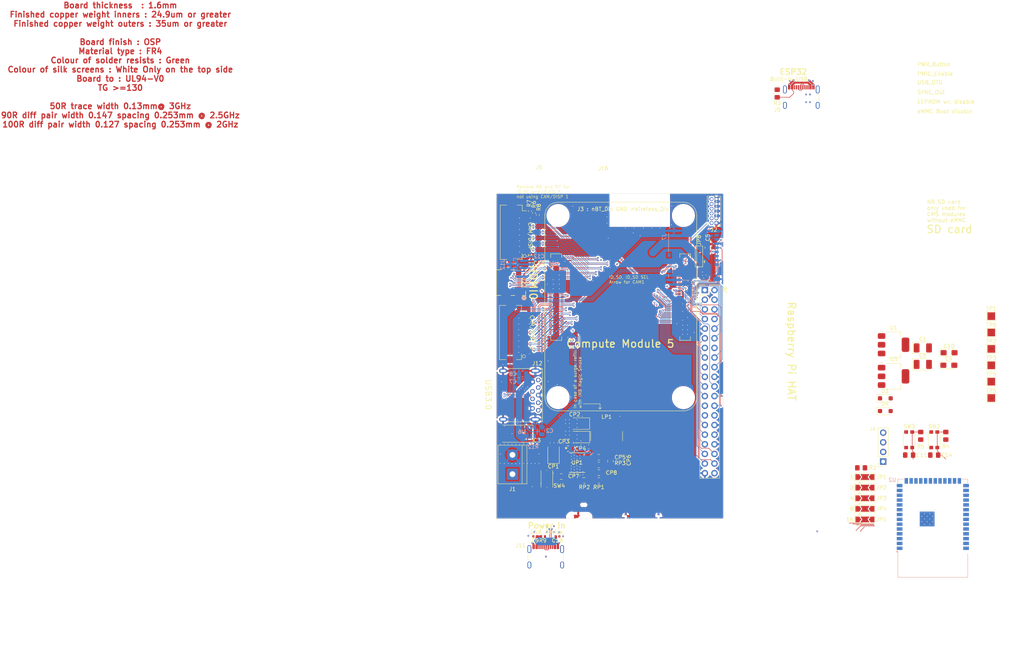
<source format=kicad_pcb>
(kicad_pcb (version 20241229) (generator "pcbnew") (generator_version "9.0")
  (layers (0 "F.Cu" signal) (4 "In1.Cu" power) (6 "In2.Cu" power) (2 "B.Cu" signal) (13 "F.Paste" user) (15 "B.Paste" user) (5 "F.SilkS" user "F.Silkscreen") (7 "B.SilkS" user "B.Silkscreen") (1 "F.Mask" user) (3 "B.Mask" user) (25 "Edge.Cuts" user))
  (net 0 "")
  (net 1 "GND")
  (net 2 "/CM5_GPIO ( Ethernet, GPIO, SDCARD)/VBAT")
  (net 3 "/CM5_HighSpeed/VBUS")
  (net 4 "/CM5_GPIO ( Ethernet, GPIO, SDCARD)/SD_PWR")
  (net 5 "/CM5_HighSpeed/HDMI_5v")
  (net 6 "Net-(D1-K)")
  (net 7 "Net-(D2-K)")
  (net 8 "/CM5_GPIO ( Ethernet, GPIO, SDCARD)/nRPIBOOT")
  (net 9 "/CM5_GPIO ( Ethernet, GPIO, SDCARD)/EEPROM_nWP")
  (net 10 "/CM5_GPIO ( Ethernet, GPIO, SDCARD)/SYNC_OUT")
  (net 11 "/CM5_GPIO ( Ethernet, GPIO, SDCARD)/USBOTG")
  (net 12 "/+3.3v")
  (net 13 "/CM5_GPIO ( Ethernet, GPIO, SDCARD)/PMIC_ENABLE")
  (net 14 "/CM5_GPIO ( Ethernet, GPIO, SDCARD)/PWR_BUT")
  (net 15 "/CM5_GPIO ( Ethernet, GPIO, SDCARD)/WL_nDis")
  (net 16 "/CM5_GPIO ( Ethernet, GPIO, SDCARD)/BT_nDis")
  (net 17 "/+5v")
  (net 18 "/CM5_HighSpeed/DPHY0_D0_N")
  (net 19 "/CM5_HighSpeed/DPHY0_D0_P")
  (net 20 "/CM5_HighSpeed/DPHY0_D1_N")
  (net 21 "/CM5_HighSpeed/DPHY0_D1_P")
  (net 22 "/CM5_HighSpeed/DPHY0_C_N")
  (net 23 "/CM5_HighSpeed/DPHY0_C_P")
  (net 24 "/CM5_HighSpeed/DPHY0_D2_N")
  (net 25 "/CM5_HighSpeed/DPHY0_D2_P")
  (net 26 "/CM5_HighSpeed/DPHY0_D3_N")
  (net 27 "/CM5_HighSpeed/DPHY0_D3_P")
  (net 28 "/CM5_GPIO ( Ethernet, GPIO, SDCARD)/CAM_GPIO0")
  (net 29 "/CM5_GPIO ( Ethernet, GPIO, SDCARD)/CAM_GPIO1")
  (net 30 "/CM5_HighSpeed/SCL0")
  (net 31 "/CM5_HighSpeed/SDA0")
  (net 34 "/CM5_GPIO ( Ethernet, GPIO, SDCARD)/SD_DAT1")
  (net 35 "/CM5_GPIO ( Ethernet, GPIO, SDCARD)/SD_DAT0")
  (net 36 "/CM5_GPIO ( Ethernet, GPIO, SDCARD)/SD_CLK")
  (net 37 "/CM5_GPIO ( Ethernet, GPIO, SDCARD)/SD_CMD")
  (net 38 "/CM5_GPIO ( Ethernet, GPIO, SDCARD)/SD_DAT3")
  (net 39 "/CM5_GPIO ( Ethernet, GPIO, SDCARD)/SD_DAT2")
  (net 40 "/CM5_GPIO ( Ethernet, GPIO, SDCARD)/GPIO2")
  (net 41 "/CM5_GPIO ( Ethernet, GPIO, SDCARD)/GPIO3")
  (net 42 "/CM5_GPIO ( Ethernet, GPIO, SDCARD)/GPIO4")
  (net 43 "/CM5_GPIO ( Ethernet, GPIO, SDCARD)/GPIO14")
  (net 44 "/CM5_GPIO ( Ethernet, GPIO, SDCARD)/GPIO15")
  (net 45 "/CM5_GPIO ( Ethernet, GPIO, SDCARD)/GPIO17")
  (net 46 "/CM5_GPIO ( Ethernet, GPIO, SDCARD)/GPIO18")
  (net 47 "/CM5_GPIO ( Ethernet, GPIO, SDCARD)/GPIO27")
  (net 48 "/CM5_GPIO ( Ethernet, GPIO, SDCARD)/GPIO22")
  (net 49 "/CM5_GPIO ( Ethernet, GPIO, SDCARD)/GPIO23")
  (net 50 "/CM5_GPIO ( Ethernet, GPIO, SDCARD)/GPIO24")
  (net 51 "/CM5_GPIO ( Ethernet, GPIO, SDCARD)/GPIO10")
  (net 52 "/CM5_GPIO ( Ethernet, GPIO, SDCARD)/GPIO9")
  (net 53 "/CM5_GPIO ( Ethernet, GPIO, SDCARD)/GPIO25")
  (net 54 "/CM5_GPIO ( Ethernet, GPIO, SDCARD)/GPIO11")
  (net 55 "/CM5_GPIO ( Ethernet, GPIO, SDCARD)/GPIO8")
  (net 56 "/CM5_GPIO ( Ethernet, GPIO, SDCARD)/GPIO7")
  (net 57 "/CM5_GPIO ( Ethernet, GPIO, SDCARD)/GPIO5")
  (net 58 "/CM5_GPIO ( Ethernet, GPIO, SDCARD)/GPIO6")
  (net 59 "/CM5_GPIO ( Ethernet, GPIO, SDCARD)/GPIO12")
  (net 60 "/CM5_GPIO ( Ethernet, GPIO, SDCARD)/GPIO13")
  (net 61 "/CM5_GPIO ( Ethernet, GPIO, SDCARD)/GPIO19")
  (net 62 "/CM5_GPIO ( Ethernet, GPIO, SDCARD)/GPIO16")
  (net 63 "/CM5_GPIO ( Ethernet, GPIO, SDCARD)/GPIO26")
  (net 64 "/CM5_GPIO ( Ethernet, GPIO, SDCARD)/GPIO20")
  (net 65 "/CM5_GPIO ( Ethernet, GPIO, SDCARD)/GPIO21")
  (net 66 "/CC1")
  (net 67 "/USB2_P")
  (net 68 "/USB2_N")
  (net 70 "/CC2")
  (net 72 "/CM5_HighSpeed/USB3-0-D_N")
  (net 73 "/CM5_HighSpeed/USB3-0-D_P")
  (net 74 "/CM5_HighSpeed/USB3-0-RX_N")
  (net 75 "/CM5_HighSpeed/USB3-0-RX_P")
  (net 76 "/CM5_HighSpeed/USB3-0-TX_N")
  (net 77 "/CM5_HighSpeed/USB3-0-TX_P")
  (net 78 "/CM5_GPIO ( Ethernet, GPIO, SDCARD)/TACHO")
  (net 79 "/CM5_GPIO ( Ethernet, GPIO, SDCARD)/PWM")
  (net 80 "/CM5_HighSpeed/DPHY1_D0_N")
  (net 81 "/CM5_HighSpeed/DPHY1_D0_P")
  (net 82 "/CM5_HighSpeed/DPHY1_D1_N")
  (net 83 "/CM5_HighSpeed/DPHY1_D1_P")
  (net 84 "/CM5_HighSpeed/DPHY1_C_N")
  (net 85 "/CM5_HighSpeed/DPHY1_C_P")
  (net 86 "/CM5_HighSpeed/DPHY1_D2_N")
  (net 87 "/CM5_HighSpeed/DPHY1_D2_P")
  (net 88 "/CM5_HighSpeed/DPHY1_D3_N")
  (net 89 "/CM5_HighSpeed/DPHY1_D3_P")
  (net 90 "Net-(J16-Pin_17)")
  (net 92 "/CM5_HighSpeed/HDMI0_HOTPLUG")
  (net 93 "/CM5_HighSpeed/HDMI0_SDA")
  (net 94 "/CM5_HighSpeed/HDMI0_SCL")
  (net 95 "/CM5_HighSpeed/HDMI0_CEC")
  (net 96 "/CM5_HighSpeed/HDMI0_CK_N")
  (net 97 "/CM5_HighSpeed/HDMI0_CK_P")
  (net 98 "/CM5_HighSpeed/HDMI0_D0_N")
  (net 99 "/CM5_HighSpeed/HDMI0_D0_P")
  (net 100 "/CM5_HighSpeed/HDMI0_D1_N")
  (net 101 "/CM5_HighSpeed/HDMI0_D1_P")
  (net 102 "/CM5_HighSpeed/HDMI0_D2_N")
  (net 103 "/CM5_HighSpeed/HDMI0_D2_P")
  (net 104 "/CM5_GPIO ( Ethernet, GPIO, SDCARD)/TRD3_P")
  (net 105 "/CM5_GPIO ( Ethernet, GPIO, SDCARD)/TRD1_P")
  (net 106 "/CM5_GPIO ( Ethernet, GPIO, SDCARD)/TRD3_N")
  (net 107 "/CM5_GPIO ( Ethernet, GPIO, SDCARD)/TRD1_N")
  (net 108 "/CM5_GPIO ( Ethernet, GPIO, SDCARD)/TRD2_N")
  (net 109 "/CM5_GPIO ( Ethernet, GPIO, SDCARD)/TRD0_N")
  (net 110 "/CM5_GPIO ( Ethernet, GPIO, SDCARD)/TRD2_P")
  (net 111 "/CM5_GPIO ( Ethernet, GPIO, SDCARD)/TRD0_P")
  (net 112 "Net-(Module1A-LED_nACT)")
  (net 118 "/CM5_GPIO ( Ethernet, GPIO, SDCARD)/SD_PWR_ON")
  (net 119 "/VIN")
  (net 120 "/CM5_GPIO ( Ethernet, GPIO, SDCARD)/nPWR_LED")
  (net 121 "/CM5_HighSpeed/VBUS_EN")
  (net 122 "Net-(U6-ILIM)")
  (net 131 "/PSU/PSU_EN")
  (net 132 "Net-(UP1-BST)")
  (net 133 "Net-(CP5-Pad1)")
  (net 134 "Net-(UP1-COMP)")
  (net 135 "Net-(UP1-SS)")
  (net 136 "Net-(UP1-FB)")
  (net 137 "/PSU/SW")
  (net 138 "/LoRa/+5v_USB")
  (net 140 "/LoRa/TODO")
  (net 141 "/LoRa/ESP_USB2_P")
  (net 143 "/LoRa/ESP_USB2_N")
  (net 144 "/LoRa/ADDR1")
  (net 145 "/LoRa/ADDR_HIGH")
  (net 146 "/LoRa/ADDR2")
  (net 147 "/LoRa/ADDR4")
  (net 148 "/LoRa/ADDR16")
  (net 149 "/LoRa/ADDR32")
  (net 162 "Net-(J4-Pin_2)")
  (net 166 "Net-(J4-Pin_3)")
  (net 178 "/LoRa/VIN")
  (net 179 "/LoRa/+3.3v")
  (net 180 "/LoRa/+3.3v_LoRa")
  (net 181 "/LoRa/BOOT_MODE")
  (net 182 "/LoRa/ENABLE")
  (net 183 "/LoRa/+5v")
  (net 184 "/CM5_HighSpeed/SCL1")
  (net 185 "/CM5_HighSpeed/SDA1")
  (net 186 "/LoRa/+3.3v_ESP")
  (net 209 "/LoRa/ADDR8")
  (footprint "Capacitor_SMD:C_0805_2012Metric" (layer "F.Cu") (at 201.912 81.986 90)
    (property "Reference" "C5")
    (property "Value" "10u")
  )
  (footprint "Capacitor_SMD:C_0402_1005Metric" (layer "F.Cu") (at 155.43 86.05 90)
    (property "Reference" "C13")
    (property "Value" "100n")
  )
  (footprint "CM5IO:Hirose_FH12-22S-0.5SH_1x22-1MP_P0.50mm_Horizontal" (layer "F.Cu") (at 151.554 104.338 -90)
    (property "Reference" "J5")
    (property "Value" "Conn_01x22_Female")
  )
  (footprint "CM5IO:Hirose_FH12-22S-0.5SH_1x22-1MP_P0.50mm_Horizontal" (layer "F.Cu") (at 151.75 77.922 -90)
    (property "Reference" "J16")
    (property "Value" "Conn_01x22_Female")
  )
  (footprint "Connector_PinHeader_2.54mm:PinHeader_2x20_P2.54mm_Vertical" (layer "F.Cu") (at 201.15 93.162)
    (property "Reference" "J8")
    (property "Value" "THD-20-R")
  )
  (footprint "Connector_USB:USB_C_Receptacle_GCT_USB4105-xx-A_16P_TopMnt_Horizontal" (layer "F.Cu") (at 159.24 164.536)
    (property "Reference" "J11")
    (property "Value" "USB_C_Receptacle_USB2.0")
  )
  (footprint "CM5IO:CONN_467651301_MOL" (layer "F.Cu") (at 150.096 91.1945 -90)
    (property "Reference" "J22")
    (property "Value" "46765-1301")
  )
  (footprint "Resistor_SMD:R_0402_1005Metric" (layer "F.Cu") (at 156.14 72.842 -90)
    (property "Reference" "R6")
    (property "Value" "2.2K 1%")
  )
  (footprint "Resistor_SMD:R_0402_1005Metric" (layer "F.Cu") (at 155.124 72.334 90)
    (property "Reference" "R7")
    (property "Value" "2.2K 1%")
  )
  (footprint "Resistor_SMD:R_0402_1005Metric" (layer "F.Cu") (at 157.156 73.352 -90)
    (property "Reference" "R8")
    (property "Value" "2.2K 1%")
  )
  (footprint "Resistor_SMD:R_0805_2012Metric_Pad1.20x1.40mm_HandSolder" (layer "F.Cu") (at 258.008 131.569 90)
    (property "Reference" "R5")
    (property "Value" "1K")
  )
  (footprint "Resistor_SMD:R_0402_1005Metric" (layer "F.Cu") (at 158.532 158.085)
    (property "Reference" "R9")
    (property "Value" "2.2K 1%")
  )
  (footprint "Package_TO_SOT_SMD:SOT-223-3_TabPin2" (layer "F.Cu") (at 250.844 107.571)
    (property "Reference" "U1")
    (property "Value" "AP7361C-33E")
  )
  (footprint "TestPoint:TestPoint_Pad_2.0x2.0mm" (layer "F.Cu") (at 276.588 104.338)
    (property "Reference" "TP6")
    (property "Value" "TestPoint")
  )
  (footprint "TestPoint:TestPoint_Pad_2.0x2.0mm" (layer "F.Cu") (at 276.588 112.988)
    (property "Reference" "TP3")
    (property "Value" "TestPoint")
  )
  (footprint "Capacitor_Tantalum_SMD:CP_EIA-3528-21_Kemet-B_HandSolder" (layer "F.Cu") (at 258.554 108.402)
    (property "Reference" "C1")
    (property "Value" "4.7uF 25v")
  )
  (footprint "Capacitor_SMD:C_0805_2012Metric_Pad1.18x1.45mm_HandSolder" (layer "F.Cu") (at 165.1055 134.945)
    (property "Reference" "CP4")
    (property "Value" "100nF")
  )
  (footprint "TestPoint:TestPoint_Pad_2.0x2.0mm" (layer "F.Cu") (at 276.588 121.61)
    (property "Reference" "TP5")
    (property "Value" "TestPoint")
  )
  (footprint "Capacitor_Tantalum_SMD:CP_EIA-3216-18_Kemet-A_HandSolder" (layer "F.Cu") (at 265.4725 109.672)
    (property "Reference" "C10")
    (property "Value" "4.7uF 6.3v")
  )
  (footprint "Jumper:SolderJumper-3_P2.0mm_Open_TrianglePad1.0x1.5mm" (layer "F.Cu") (at 243.314 145.232)
    (property "Reference" "JP2")
    (property "Value" "ADDR2")
  )
  (footprint "Capacitor_Tantalum_SMD:CP_EIA-3216-18_Kemet-A_HandSolder" (layer "F.Cu") (at 265.412 112.974)
    (property "Reference" "C4")
    (property "Value" "4.7uF 6.3v")
  )
  (footprint "Capacitor_Tantalum_SMD:CP_EIA-3528-21_Kemet-B_HandSolder" (layer "F.Cu") (at 258.554 112.752)
    (property "Reference" "C6")
    (property "Value" "4.7uF 25v")
  )
  (footprint "Connector_USB:USB3_A_Molex_48393-001" (layer "F.Cu") (at 155.762 117.348 -90)
    (property "Reference" "J12")
    (property "Value" "USB3_A")
  )
  (footprint "Button_Switch_SMD:SW_Push_1P1T_NO_CK_KMR2" (layer "F.Cu") (at 159.5448 142.946 -90)
    (property "Reference" "SW4")
    (property "Value" "FORCE_EN")
  )
  (footprint "TestPoint:TestPoint_Pad_2.0x2.0mm" (layer "F.Cu") (at 276.588 108.656)
    (property "Reference" "TP2")
    (property "Value" "TestPoint")
  )
  (footprint "Capacitor_Tantalum_SMD:CP_EIA-7343-31_Kemet-D" (layer "F.Cu") (at 151.493 131.008 180)
    (property "Reference" "C3")
    (property "Value" "100uF")
  )
  (footprint "Connector_USB:USB_C_Receptacle_GCT_USB4105-xx-A_16P_TopMnt_Horizontal" (layer "F.Cu") (at 226.55 43.378)
    (property "Reference" "J9")
    (property "Value" "USB_C_Receptacle_USB2.0")
  )
  (footprint "Jumper:SolderJumper-3_P2.0mm_Open_TrianglePad1.0x1.5mm" (layer "F.Cu") (at 199.626 84.272 90)
    (property "Reference" "JP8")
    (property "Value" "BT_WIFI_DISABLE")
  )
  (footprint "Connector_PinSocket_2.54mm:PinSocket_1x04_P2.54mm_Vertical" (layer "F.Cu") (at 248.115 138.364 180)
    (property "Reference" "J4")
    (property "Value" "ESP_UART")
  )
  (footprint "Inductor_SMD:L_Bourns-SRN8040_8x8.15mm" (layer "F.Cu") (at 175.2655 131.643 90)
    (property "Reference" "LP1")
    (property "Value" "3.6uH")
  )
  (footprint "Connector_Wire:SolderWirePad_1x01_SMD_5x10mm" (layer "F.Cu") (at 152.382 136.342 -90)
    (property "Reference" "H10" (hide yes))
    (property "Value" "GND_SOLDERPOINT")
  )
  (footprint "Capacitor_SMD:C_0402_1005Metric" (layer "F.Cu") (at 162.342 158.085)
    (property "Reference" "C18")
    (property "Value" "100n")
  )
  (footprint "Connector_Wire:SolderWirePad_1x01_SMD_5x10mm" (layer "F.Cu") (at 152.382 141.93 -90)
    (property "Reference" "H9" (hide yes))
    (property "Value" "VIN_SOLDERPOINT")
  )
  (footprint "Capacitor_SMD:C_0805_2012Metric_Pad1.18x1.45mm_HandSolder" (layer "F.Cu") (at 163.3275 142.311 180)
    (property "Reference" "CP7")
    (property "Value" "10nF")
  )
  (footprint "TestPoint:TestPoint_Pad_2.0x2.0mm" (layer "F.Cu") (at 276.588 117.292)
    (property "Reference" "TP4")
    (property "Value" "TestPoint")
  )
  (footprint "Capacitor_SMD:C_0805_2012Metric_Pad1.18x1.45mm_HandSolder" (layer "F.Cu") (at 173.2335 137.231 180)
    (property "Reference" "CP5")
    (property "Value" "2.7nF")
  )
  (footprint "TestPoint:TestPoint_Pad_2.0x2.0mm" (layer "F.Cu") (at 276.588 100.034)
    (property "Reference" "TP1")
    (property "Value" "TestPoint")
  )
  (footprint "Resistor_SMD:R_0805_2012Metric_Pad1.20x1.40mm_HandSolder" (layer "F.Cu") (at 220.2 41.346 90)
    (property "Reference" "R3")
    (property "Value" "2.2K 1%")
  )
  (footprint "Resistor_SMD:R_0805_2012Metric_Pad1.20x1.40mm_HandSolder" (layer "F.Cu") (at 169.4235 143.327 180)
    (property "Reference" "RP2")
    (property "Value" "22.1K")
  )
  (footprint "Resistor_SMD:R_0805_2012Metric_Pad1.20x1.40mm_HandSolder" (layer "F.Cu") (at 173.2335 139.263)
    (property "Reference" "RP3")
    (property "Value" "15.8K")
  )
  (footprint "Resistor_SMD:R_0805_2012Metric_Pad1.20x1.40mm_HandSolder" (layer "F.Cu") (at 173.2335 143.327 180)
    (property "Reference" "RP1")
    (property "Value" "115K")
  )
  (footprint "Capacitor_SMD:C_0805_2012Metric_Pad1.18x1.45mm_HandSolder" (layer "F.Cu") (at 261.564 136.649)
    (property "Reference" "C14")
    (property "Value" "470nF")
  )
  (footprint "Capacitor_Tantalum_SMD:CP_EIA-3528-21_Kemet-B_HandSolder" (layer "F.Cu") (at 168.1535 128.341 180)
    (property "Reference" "CP2")
    (property "Value" "22uF")
  )
  (footprint "Capacitor_SMD:C_0805_2012Metric_Pad1.18x1.45mm_HandSolder" (layer "F.Cu") (at 173.2335 141.295 180)
    (property "Reference" "CP8")
    (property "Value" "OPEN")
  )
  (footprint "Package_TO_SOT_SMD:SOT-223-3_TabPin2" (layer "F.Cu") (at 250.844 115.896)
    (property "Reference" "U3")
    (property "Value" "AP7361C-33E")
  )
  (footprint "Resistor_SMD:R_0805_2012Metric_Pad1.20x1.40mm_HandSolder" (layer "F.Cu") (at 242.314 140.009298 180)
    (property "Reference" "R2")
    (property "Value" "1K")
  )
  (footprint "Button_Switch_SMD:SW_Push_1P1T_NO_CK_KMR2" (layer "F.Cu") (at 254.96 132.621 90)
    (property "Reference" "SW3")
    (property "Value" "SW_BOOT")
  )
  (footprint "Capacitor_Tantalum_SMD:CP_EIA-3528-21_Kemet-B_HandSolder" (layer "F.Cu") (at 161.2955 136.215 90)
    (property "Reference" "CP1")
    (property "Value" "10uF")
  )
  (footprint "Capacitor_SMD:C_0402_1005Metric" (layer "F.Cu") (at 156.46 158.085 180)
    (property "Reference" "C9")
    (property "Value" "100n")
  )
  (footprint "Jumper:SolderJumper-3_P2.0mm_Open_TrianglePad1.0x1.5mm" (layer "F.Cu") (at 243.314 148.026)
    (property "Reference" "JP3")
    (property "Value" "ADDR4")
  )
  (footprint "Connector_PinHeader_1.27mm:PinHeader_2x06_P1.27mm_Vertical" (layer "F.Cu") (at 204.198 75.509 180)
    (property "Reference" "J2")
    (property "Value" "Conn_02x06_Odd_Even")
  )
  (footprint "Jumper:SolderJumper-3_P2.0mm_Open_TrianglePad1.0x1.5mm" (layer "F.Cu") (at 243.314 153.614)
    (property "Reference" "JP5")
    (property "Value" "ADDR16")
  )
  (footprint "Diode_SMD:D_SOD-123F" (layer "F.Cu") (at 248.689 125.046)
    (property "Reference" "D4")
    (property "Value" "MBR1020VL")
  )
  (footprint "Capacitor_Tantalum_SMD:CP_EIA-3528-21_Kemet-B_HandSolder" (layer "F.Cu") (at 168.1535 131.897 180)
    (property "Reference" "CP3")
    (property "Value" "22uF")
  )
  (footprint "Diode_SMD:D_SOD-123F" (layer "F.Cu") (at 248.689 121.696)
    (property "Reference" "D3")
    (property "Value" "MBR1020VL")
  )
  (footprint "Jumper:SolderJumper-3_P2.0mm_Open_TrianglePad1.0x1.5mm" (layer "F.Cu") (at 243.314 142.438)
    (property "Reference" "JP1")
    (property "Value" "ADDR1")
  )
  (footprint "Capacitor_SMD:C_0805_2012Metric_Pad1.18x1.45mm_HandSolder" (layer "F.Cu") (at 176.2815 138.247 90)
    (property "Reference" "CP6")
    (property "Value" "33pF")
  )
  (footprint "CM5IO:Raspberry-Pi-5-Compute-Module" (layer "F.Cu") (at 195.5 73.5 180)
    (property "Reference" "Module1" (hide yes))
    (property "Value" "ComputeModule5-CM5")
  )
  (footprint "Capacitor_SMD:C_0805_2012Metric_Pad1.18x1.45mm_HandSolder" (layer "F.Cu") (at 254.96 136.649)
    (property "Reference" "C11")
    (property "Value" "470nF")
  )
  (footprint "CM5IO:SOP_AP64501SP-13_DIO" (layer "F.Cu") (at 167.4931 138.628)
    (property "Reference" "UP1")
    (property "Value" "AP64501SP-13")
  )
  (footprint "Button_Switch_SMD:SW_Push_1P1T_NO_CK_KMR2" (layer "F.Cu") (at 261.564 132.621 90)
    (property "Reference" "SW2")
    (property "Value" "SW_RESET")
  )
  (footprint "Resistor_SMD:R_0805_2012Metric_Pad1.20x1.40mm_HandSolder" (layer "F.Cu") (at 264.612 131.571 90)
    (property "Reference" "R4")
    (property "Value" "1K")
  )
  (footprint "Jumper:SolderJumper-3_P2.0mm_Open_TrianglePad1.0x1.5mm" (layer "F.Cu") (at 243.314 150.82)
    (property "Reference" "JP4")
    (property "Value" "ADDR8")
  )
  (footprint "TerminalBlock:TerminalBlock_bornier-2_P5.08mm" (layer "F.Cu") (at 150.477 141.676 90)
    (property "Reference" "J1")
    (property "Value" "POWER TERMINAL")
  )
  (footprint "Capacitor_SMD:C_0402_1005Metric" (layer "B.Cu") (at 155.43 84.78 90)
    (property "Reference" "C12")
    (property "Value" "100n")
  )
  (footprint "Package_TO_SOT_SMD:TSOT-23_HandSoldering" (layer "B.Cu") (at 151.688 86.37 180)
    (property "Reference" "U12")
    (property "Value" "RT9742SNGV")
  )
  (footprint "CM5IO:SDCARD_MOLEX_503398-1892" (layer "B.Cu") (at 198.61 84.018 90)
    (property "Reference" "J7")
    (property "Value" "Micro_SD_Card_Det")
  )
  (footprint "Capacitor_SMD:C_0805_2012Metric" (layer "B.Cu") (at 153.144 115.26 180)
    (property "Reference" "C8")
    (property "Value" "10u")
  )
  (footprint "Capacitor_SMD:C_0805_2012Metric" (layer "B.Cu") (at 158.224 130.246 90)
    (property "Reference" "C2")
    (property "Value" "10u")
  )
  (footprint "Package_TO_SOT_SMD:SOT-23-6" (layer "B.Cu") (at 155.43 130.5 -90)
    (property "Reference" "U6")
    (property "Value" "AP22653W6")
  )
  (footprint "Capacitor_SMD:C_0805_2012Metric" (layer "B.Cu") (at 153.144 117.292 180)
    (property "Reference" "C7")
    (property "Value" "10u")
  )
  (footprint "RF_Module:ESP32-S3-WROOM-1" (layer "B.Cu") (at 261.194 155.95)
    (property "Reference" "U2")
    (property "Value" "ESP32-S3-WROOM-1")
  )
  (footprint "Resistor_SMD:R_0402_1005Metric" (layer "B.Cu") (at 155.938 133.294)
    (property "Reference" "R12")
    (property "Value" "15K 1%")
  )
  (gr_line (start 173.542 124.534) (end 173.942 124.134) (stroke (width 0.12)) (layer "F.SilkS"))
  (gr_line (start 173.542 123.134) (end 173.542 124.534) (stroke (width 0.12)) (layer "F.SilkS"))
  (gr_line (start 169.146 123.134) (end 173.542 123.134) (stroke (width 0.12)) (layer "F.SilkS"))
  (gr_line (start 173.542 124.534) (end 173.142 124.134) (stroke (width 0.12)) (layer "F.SilkS"))
  (gr_line (start 205.976 67.762) (end 146.286 67.762) (stroke (width 0.05)) (layer "Edge.Cuts"))
  (gr_line (start 146.286 153.36) (end 146.286 67.762) (stroke (width 0.05)) (layer "Edge.Cuts"))
  (gr_line (start 146.286 153.36) (end 205.976 153.36) (stroke (width 0.05)) (layer "Edge.Cuts"))
  (gr_line (start 205.976 153.36) (end 205.976 67.762) (stroke (width 0.05)) (layer "Edge.Cuts"))
  (gr_text "Board thickness  : 1.6mm\nFinished copper weight inners : 24.9um or greater\nFinished copper weight outers : 35um or greater\n\nBoard finish : OSP\nMaterial type : FR4\nColour of solder resists : Green\nColour of silk screens : White Only on the top side\nBoard to : UL94-V0\nTG >=130\n\n50R trace width 0.13mm@ 3GHz\n90R diff pair width 0.147 spacing 0.253mm @ 2.5GHz\n100R diff pair width 0.127 spacing 0.253mm @ 2GHz" (at 47.2 33.8 0) (layer "F.Cu") (effects (font (size 1.5 1.5) (thickness 0.3))))
  (gr_text "Power In" (at 154.368 156.104 0) (layer "F.SilkS") (effects (font (size 1.5 1.5) (thickness 0.3) (bold yes)) (justify left bottom)))
  (gr_text "In case of a surge, refill\nwith IMB Magic Smoke" (at 167.622 124.404 90) (layer "F.SilkS") (effects (font (size 0.8 0.8) (thickness 0.1)) (justify left)))
  (gr_text "ID_SD, ID_SD SEL\nArrow for CAM1" (at 175.877 91.511 0) (layer "F.SilkS") (effects (font (size 0.8 0.8) (thickness 0.1)) (justify left bottom)))
  (gr_text "8" (at 239.282 151.439298 0) (layer "F.SilkS") (effects (font (size 1 1)) (justify left bottom)))
  (gr_text "nWireless_Dis" (at 186.7 71.8 0) (layer "F.SilkS") (effects (font (size 1 1))))
  (gr_text "CAM/DISP 0" (at 155.684 104.338 270) (layer "F.SilkS") (effects (font (size 1 1))))
  (gr_text "J16" (at 172.956 61.666 0) (layer "F.SilkS") (effects (font (size 1 1)) (justify left bottom)))
  (gr_text "ESP32" (at 220.708 36.52 0) (layer "F.SilkS") (effects (font (size 1.5 1.5) (thickness 0.3) (bold yes)) (justify left bottom)))
  (gr_text "USB Device" (at 159.494 156.916 0) (layer "F.SilkS") (effects (font (size 1 1))))
  (gr_text "Raspberry Pi HAT" (at 224.01 109.287 270) (layer "F.SilkS") (effects (font (size 2 2) (thickness 0.3))))
  (gr_text "1" (at 239.282 143.057298 0) (layer "F.SilkS") (effects (font (size 1 1)) (justify left bottom)))
  (gr_text "Built-in USB" (at 223.248 37.536 0) (layer "F.SilkS") (effects (font (size 1 1))))
  (gr_text "USB3.0" (at 144.127 120.721 270) (layer "F.SilkS") (effects (font (size 1.5 1.5) (thickness 0.1875))))
  (gr_text "PWR_Button" (at 257.03 34.234 0) (layer "F.SilkS") (effects (font (size 1 1)) (justify left bottom)))
  (gr_text "16" (at 238.266 154.233298 0) (layer "F.SilkS") (effects (font (size 1 1)) (justify left bottom)))
  (gr_text "Remove R6 and R7 for\nID_SC and ID_SD if \nnot using CAM/DISP 1" (at 151.493 67.254 0) (layer "F.SilkS") (effects (font (size 0.8 0.8) (thickness 0.1)) (justify left)))
  (gr_text "eMMC Boot disable\n" (at 257.03 46.64 0) (layer "F.SilkS") (effects (font (size 1 1)) (justify left bottom)))
  (gr_text "J3 : nBT_Dis GND " (at 174.55 71.8 0) (layer "F.SilkS") (effects (font (size 1 1))))
  (gr_text "SYNC_Out" (at 257.03 41.592 0) (layer "F.SilkS") (effects (font (size 1 1)) (justify left bottom)))
  (gr_text "NB SD card\nonly used for \nCM5 modules \nwithout eMMC" (at 259.57 72.334 0) (layer "F.SilkS") (effects (font (size 1 1)) (justify left)))
  (gr_text "SD card" (at 265.57 77.134 0) (layer "F.SilkS") (effects (font (size 2 2) (thickness 0.3))))
  (gr_text "CAM/DISP 1\n" (at 155.176 79.827 270) (layer "F.SilkS") (effects (font (size 1 1))))
  (gr_text "PMIC_Enable" (at 257.03 36.734 0) (layer "F.SilkS") (effects (font (size 1 1)) (justify left bottom)))
  (gr_text "4" (at 239.282 148.645298 0) (layer "F.SilkS") (effects (font (size 1 1)) (justify left bottom)))
  (gr_text "USB_OTG" (at 257.03 38.98 0) (layer "F.SilkS") (effects (font (size 1 1)) (justify left bottom)))
  (gr_text "J5" (at 156.446 61.412 0) (layer "F.SilkS") (effects (font (size 1 1)) (justify left bottom)))
  (gr_text "HDMI0" (at 155.938 91.13 270) (layer "F.SilkS") (effects (font (size 2 2) (thickness 0.3))))
  (gr_text "EEPROM wr. disable" (at 257.03 44.1 0) (layer "F.SilkS") (effects (font (size 1 1)) (justify left bottom)))
  (gr_text "Compute Module 5" (at 178.9 107.3 0) (layer "F.SilkS") (effects (font (size 2 2) (thickness 0.3))))
  (gr_text "2" (at 239.282 145.851298 0) (layer "F.SilkS") (effects (font (size 1 1)) (justify left bottom)))
  (segment (start 156.04 160.856) (end 156.04 160.111) (width 0.5) (layer "F.Cu") (net 1))
  (segment (start 197.54 92) (end 196.705 92) (width 0.2) (layer "F.Cu") (net 1))
  (segment (start 154.858 78.672) (end 153.6 78.672) (width 0.3) (layer "F.Cu") (net 1))
  (segment (start 198.356 103.83) (end 198.126 103.6) (width 0.2) (layer "F.Cu") (net 1))
  (segment (start 152.33 81.672) (end 153.6 81.672) (width 0.3) (layer "F.Cu") (net 1))
  (segment (start 162.796 103.6) (end 162.034 103.6) (width 0.2) (layer "F.Cu") (net 1))
  (segment (start 195.308 94.94) (end 195.168 94.8) (width 0.2) (layer "F.Cu") (net 1))
  (segment (start 152.33 75.672) (end 153.6 75.672) (width 0.3) (layer "F.Cu") (net 1))
  (segment (start 152.128 108.088) (end 153.404 108.088) (width 0.3) (layer "F.Cu") (net 1))
  (segment (start 163.6 88) (end 164.28999 88) (width 0.2) (layer "F.Cu") (net 1))
  (segment (start 154.886 102.088) (end 153.404 102.088) (width 0.3) (layer "F.Cu") (net 1))
  (segment (start 161.272 97.6) (end 162.034 97.6) (width 0.2) (layer "F.Cu") (net 1))
  (segment (start 148.3805 134.4995) (end 150.477 136.596) (width 1) (layer "F.Cu") (net 1))
  (segment (start 195.308 98.796776) (end 195.308 101.088058) (width 0.2) (layer "F.Cu") (net 1))
  (segment (start 151.874 86.558) (end 153.652 86.558) (width 0.3) (layer "F.Cu") (net 1))
  (segment (start 151.1205 91.1945) (end 152.292498 91.1945) (width 0.13) (layer "F.Cu") (net 1))
  (segment (start 197.022 96.4) (end 197.5 96.4) (width 0.2) (layer "F.Cu") (net 1))
  (segment (start 167.4931 142.311) (end 167.4931 142.6506) (width 0.5) (layer "F.Cu") (net 1))
  (segment (start 153.652 86.558) (end 154.64 85.57) (width 0.3) (layer "F.Cu") (net 1))
  (segment (start 156.04 160.111) (end 155.74 159.811) (width 0.5) (layer "F.Cu") (net 1))
  (segment (start 195.019942 100.8) (end 194.46 100.8) (width 0.2) (layer "F.Cu") (net 1))
  (segment (start 161.399 141.295) (end 162.415 141.295) (width 0.23) (layer "F.Cu") (net 1))
  (segment (start 161.2955 134.5875) (end 163.986 131.897) (width 1) (layer "F.Cu") (net 1))
  (segment (start 162.796 92.8) (end 163.54 92.8) (width 0.2) (layer "F.Cu") (net 1))
  (segment (start 166.526 131.897) (end 166.526 128.341) (width 1) (layer "F.Cu") (net 1))
  (segment (start 195.308 90.4) (end 194.42 90.4) (width 0.2) (layer "F.Cu") (net 1))
  (segment (start 223.35 39.037703) (end 223.35 39.698) (width 0.5) (layer "F.Cu") (net 1))
  (segment (start 162.796 89.2) (end 160.46 89.2) (width 0.2) (layer "F.Cu") (net 1))
  (segment (start 152.128 100.588) (end 153.404 100.588) (width 0.3) (layer "F.Cu") (net 1))
  (segment (start 162.034 99.512) (end 162.034 99.385) (width 0.2) (layer "F.Cu") (net 1))
  (segment (start 195.308 101.088058) (end 195.019942 100.8) (width 0.2) (layer "F.Cu") (net 1))
  (segment (start 194.46 92) (end 195.308 92) (width 0.2) (layer "F.Cu") (net 1))
  (segment (start 161.18999 85.6) (end 161.2 85.58999) (width 0.2) (layer "F.Cu") (net 1))
  (segment (start 155.176 74.172) (end 153.6 74.172) (width 0.3) (layer "F.Cu") (net 1))
  (segment (start 160.5 94) (end 159.7 94) (width 0.2) (layer "F.Cu") (net 1))
  (segment (start 167.4931 138.628) (end 167.4931 139.517) (width 0.5) (layer "F.Cu") (net 1))
  (segment (start 223.414852 38.972852) (end 223.35 39.037703) (width 0.5) (layer "F.Cu") (net 1))
  (segment (start 167.4931 142.311) (end 167.4931 138.628) (width 0.5) (layer "F.Cu") (net 1))
  (segment (start 161.01 96.4) (end 161.272 96.662) (width 0.2) (layer "F.Cu") (net 1))
  (segment (start 155.176 77.172) (end 153.6 77.172) (width 0.3) (layer "F.Cu") (net 1))
  (segment (start 203.436 80.97) (end 203.37 81.036) (width 0.13) (layer "F.Cu") (net 1))
  (segment (start 152.292498 89.9945) (end 151.53455 89.9945) (width 0.13) (layer "F.Cu") (net 1))
  (segment (start 168.1281 137.993) (end 167.4931 138.628) (width 0.5) (layer "F.Cu") (net 1))
  (segment (start 154.922 102.052) (end 154.886 102.088) (width 0.3) (layer "F.Cu") (net 1))
  (segment (start 155.176 81.672) (end 153.6 81.672) (width 0.3) (layer "F.Cu") (net 1))
  (segment (start 150.35 131.008) (end 148.3805 131.008) (width 1) (layer "F.Cu") (net 1))
  (segment (start 161.2 90.4) (end 162.796 90.4) (width 0.2) (layer "F.Cu") (net 1))
  (segment (start 170.1347 137.993) (end 171.434 137.993) (width 0.5) (layer "F.Cu") (net 1))
  (segment (start 196.607469 100.370531) (end 196.636938 100.4) (width 0.2) (layer "F.Cu") (net 1))
  (segment (start 162.034 101.671) (end 162.034 103.6) (width 0.2) (layer "F.Cu") (net 1))
  (segment (start 195.308 103.6) (end 195.308 104.8) (width 0.3) (layer "F.Cu") (net 1))
  (segment (start 152.33 80.172) (end 153.6 80.172) (width 0.3) (layer "F.Cu") (net 1))
  (segment (start 194.46 104.8) (end 194.46 105.354) (width 0.2) (layer "F.Cu") (net 1))
  (segment (start 194.46 103.6) (end 195.308 103.6) (width 0.2) (layer "F.Cu") (net 1))
  (segment (start 162.796 94) (end 161.272 94) (width 0.2) (layer "F.Cu") (net 1))
  (segment (start 161.272 94) (end 160.46 94) (width 0.2) (layer "F.Cu") (net 1))
  (segment (start 163.6 89.2) (end 162.796 89.2) (width 0.2) (layer "F.Cu") (net 1))
  (segment (start 195.308 98.796776) (end 195.1808 98.796776) (width 0.2) (layer "F.Cu") (net 1))
  (segment (start 161.01 96.4) (end 161.266 96.144) (width 0.2) (layer "F.Cu") (net 1))
  (segment (start 195.308 102.4) (end 195.308 103.6) (width 0.3) (layer "F.Cu") (net 1))
  (segment (start 196.705 90.8) (end 196.248 90.8) (width 0.2) (layer "F.Cu") (net 1))
  (segment (start 152.128 102.088) (end 153.404 102.088) (width 0.3) (layer "F.Cu") (net 1))
  (segment (start 163.6 97.6) (end 162.796 97.6) (width 0.2) (layer "F.Cu") (net 1))
  (segment (start 162.909337 94) (end 163.6 94) (width 0.2) (layer "F.Cu") (net 1))
  (segment (start 198.126 103.6) (end 197.5 103.6) (width 0.2) (layer "F.Cu") (net 1))
  (segment (start 160.5 100) (end 163.57998 100) (width 0.2) (layer "F.Cu") (net 1))
  (segment (start 160.5 88) (end 161.018 88) (width 0.2) (layer "F.Cu") (net 1))
  (segment (start 152.128 103.588) (end 153.404 103.588) (width 0.3) (layer "F.Cu") (net 1))
  (segment (start 157.462 136.342) (end 150.731 136.342) (width 1) (layer "F.Cu") (net 1))
  (segment (start 161.266 96.144) (end 161.266 95.2) (width 0.2) (layer "F.Cu") (net 1))
  (segment (start 152.33 74.172) (end 153.6 74.172) (width 0.3) (layer "F.Cu") (net 1))
  (segment (start 155.176 75.672) (end 153.6 75.672) (width 0.3) (layer "F.Cu") (net 1))
  (segment (start 161.272 102.4) (end 160.5 102.4) (width 0.2) (layer "F.Cu") (net 1))
  (segment (start 161.018 88) (end 161.272 88) (width 0.2) (layer "F.Cu") (net 1))
  (segment (start 163.986 131.897) (end 166.526 131.897) (width 1) (layer "F.Cu") (net 1))
  (segment (start 195.1808 98.796776) (end 195.177576 98.8) (width 0.2) (layer "F.Cu") (net 1))
  (segment (start 197.54 103.6) (end 196.578 103.6) (width 0.2) (layer "F.Cu") (net 1))
  (segment (start 162.796 86.8) (end 163.54 86.8) (width 0.2) (layer "F.Cu") (net 1))
  (segment (start 152.292498 92.3945) (end 151.182 92.3945) (width 0.13) (layer "F.Cu") (net 1))
  (segment (start 161.272 98.8) (end 160.5 98.8) (width 0.2) (layer "F.Cu") (net 1))
  (segment (start 164.28999 88) (end 164.3 88.01001) (width 0.2) (layer "F.Cu") (net 1))
  (segment (start 160.5 101.2) (end 162.796 101.2) (width 0.2) (layer "F.Cu") (net 1))
  (segment (start 155.14 80.172) (end 153.6 80.172) (width 0.3) (layer "F.Cu") (net 1))
  (segment (start 161.272 103.6) (end 160.46 103.6) (width 0.2) (layer "F.Cu") (net 1))
  (segment (start 160.5 92.8) (end 161.2 92.8) (width 0.2) (layer "F.Cu") (net 1))
  (segment (start 171.434 137.993) (end 172.196 137.231) (width 0.5) (layer "F.Cu") (net 1))
  (segment (start 194.42 102.4) (end 195.1 102.4) (width 0.2) (layer "F.Cu") (net 1))
  (segment (start 196.578 103.6) (end 196.578 104.8) (width 0.2) (layer "F.Cu") (net 1))
  (segment (start 196.578 98.4) (end 197.54 98.4) (width 0.2) (layer "F.Cu") (net 1))
  (segment (start 195.308 101.088058) (end 195.308 102.4) (width 0.2) (layer "F.Cu") (net 1))
  (segment (start 196.684 93.416) (end 196.9 93.2) (width 0.2) (layer "F.Cu") (net 1))
  (segment (start 161.272 96.662) (end 161.272 97.6) (width 0.2) (layer "F.Cu") (net 1))
  (segment (start 154.584 109.588) (end 154.922 109.926) (width 0.3) (layer "F.Cu") (net 1))
  (segment (start 148.3805 131.008) (end 148.3805 134.4995) (width 1) (layer "F.Cu") (net 1))
  (segment (start 196.8 90.8) (end 196.705 90.8) (width 0.2) (layer "F.Cu") (net 1))
  (segment (start 162.415 141.295) (end 162.923 140.787) (width 0.23) (layer "F.Cu") (net 1))
  (segment (start 152.33 78.672) (end 153.6 78.672) (width 0.3) (layer "F.Cu") (net 1))
  (segment (start 162.796 98.8) (end 163.54 98.8) (width 0.2) (layer "F.Cu") (net 1))
  (segment (start 195.177576 98.8) (end 194.42 98.8) (width 0.2) (layer "F.Cu") (net 1))
  (segment (start 229.75 39.06) (end 229.75 39.037703) (width 0.5) (layer "F.Cu") (net 1))
  (segment (start 196.9 93.2) (end 197.5 93.2) (width 0.2) (layer "F.Cu") (net 1))
  (segment (start 161.272 97.6) (end 160.5 97.6) (width 0.2) (layer "F.Cu") (net 1))
  (segment (start 162.796 91.6) (end 163.58 91.6) (width 0.2) (layer "F.Cu") (net 1))
  (segment (start 162.796 101.2) (end 163.58 101.2) (width 0.2) (layer "F.Cu") (net 1))
  (segment (start 148.3805 131.008) (end 148.3805 128.976) (width 1) (layer "F.Cu") (net 1))
  (segment (start 194.42 96.8) (end 195.308 96.8) (width 0.2) (layer "F.Cu") (net 1))
  (segment (start 193.878 102.4) (end 194.46 102.4) (width 0.2) (layer "F.Cu") (net 1))
  (segment (start 162.74 159.811) (end 162.44 160.111) (width 0.5) (layer "F.Cu") (net 1))
  (segment (start 151.53455 89.9945) (end 151.415275 89.875225) (width 0.13) (layer "F.Cu") (net 1))
  (segment (start 203.37 81.036) (end 201.912 81.036) (width 0.13) (layer "F.Cu") (net 1))
  (segment (start 164.365 142.311) (end 167.4931 142.311) (width 0.5) (layer "F.Cu") (net 1))
  (segment (start 229.75 39.037703) (end 228.570297 37.858) (width 0.5) (layer "F.Cu") (net 1))
  (segment (start 162.034 99.385) (end 162.034 97.6) (width 0.2) (layer "F.Cu") (net 1))
  (segment (start 154.87 78.684) (end 154.858 78.672) (width 0.3) (layer "F.Cu") (net 1))
  (segment (start 161.272 102.4) (end 162.796 102.4) (width 0.2) (layer "F.Cu") (net 1))
  (segment (start 162.796 98.8) (end 161.272 98.8) (width 0.2) (layer "F.Cu") (net 1))
  (segment (start 194.46 85.6) (end 195.308 85.6) (width 0.2) (layer "F.Cu") (net 1))
  (segment (start 195.308 93.498) (end 195.308 94.94) (width 0.2) (layer "F.Cu") (net 1))
  (segment (start 163.6 85.6) (end 164.28999 85.6) (width 0.2) (layer "F.Cu") (net 1))
  (segment (start 161.272 141.422) (end 161.399 141.295) (width 0.23) (layer "F.Cu") (net 1))
  (segment (start 159.7 91.6) (end 161.272 91.6) (width 0.2) (layer "F.Cu") (net 1))
  (segment (start 164.28999 85.6) (end 164.3 85.58999) (width 0.2) (layer "F.Cu") (net 1))
  (segment (start 195.308 94.94) (end 195.308 96.8) (width 0.2) (layer "F.Cu") (net 1))
  (segment (start 196.578 94.4) (end 197.5 94.4) (width 0.2) (layer "F.Cu") (net 1))
  (segment (start 162.034 99.512) (end 162.034 101.671) (width 0.2) (layer "F.Cu") (net 1))
  (segment (start 195.308 96.8) (end 195.308 98.796776) (width 0.2) (layer "F.Cu") (net 1))
  (segment (start 162.796 102.4) (end 163.54 102.4) (width 0.2) (layer "F.Cu") (net 1))
  (segment (start 162.44 160.111) (end 162.44 160.856) (width 0.5) (layer "F.Cu") (net 1))
  (segment (start 195.168 94.8) (end 194.46 94.8) (width 0.2) (layer "F.Cu") (net 1))
  (segment (start 160.5 85.6) (end 161.18999 85.6) (width 0.2) (layer "F.Cu") (net 1))
  (segment (start 161.272 91.6) (end 162.796 91.6) (width 0.2) (layer "F.Cu") (net 1))
  (segment (start 152.33 83.172) (end 153.6 83.172) (width 0.3) (layer "F.Cu") (net 1))
  (segment (start 162.909337 94) (end 162.796 94) (width 0.2) (layer "F.Cu") (net 1))
  (segment (start 161.2 92.8) (end 162.796 92.8) (width 0.2) (layer "F.Cu") (net 1))
  (segment (start 150.858 91.186) (end 151.112 91.186) (width 0.13) (layer "F.Cu") (net 1))
  (segment (start 196.636938 100.4) (end 197.54 100.4) (width 0.2) (layer "F.Cu") (net 1))
  (segment (start 153.404 105.088) (end 152.128 105.088) (width 0.3) (layer "F.Cu") (net 1))
  (segment (start 195.01 93.2) (end 194.46 93.2) (width 0.2) (layer "F.Cu") (net 1))
  (segment (start 196.578 102.4) (end 196.578 103.6) (width 0.2) (layer "F.Cu") (net 1))
  (segment (start 160.46 86.8) (end 162.796 86.8) (width 0.2) (layer "F.Cu") (net 1))
  (segment (start 196.578 93.416) (end 196.684 93.416) (width 0.2) (layer "F.Cu") (net 1))
  (segment (start 167.4931 142.6506) (end 168.1695 143.327) (width 0.5) (layer "F.Cu") (net 1))
  (segment (start 194.46 104.8) (end 195.308 104.8) (width 0.2) (layer "F.Cu") (net 1))
  (segment (start 155.176 78.684) (end 154.87 78.684) (width 0.3) (layer "F.Cu") (net 1))
  (segment (start 198.356 104.338) (end 198.356 103.83) (width 0.2) (layer "F.Cu") (net 1))
  (segment (start 162.034 103.6) (end 161.272 103.6) (width 0.2) (layer "F.Cu") (net 1))
  (segment (start 195.848 90.4) (end 195.308 90.4) (width 0.2) (layer "F.Cu") (net 1))
  (segment (start 157.462 136.342) (end 159.541 136.342) (width 1) (layer "F.Cu") (net 1))
  (segment (start 150.731 136.342) (end 150.477 136.596) (width 1) (layer "F.Cu") (net 1))
  (segment (start 161.266 95.2) (end 160.5 95.2) (width 0.2) (layer "F.Cu") (net 1))
  (segment (start 197.5 90.8) (end 196.8 90.8) (width 0.2) (layer "F.Cu") (net 1))
  (segment (start 224.529703 37.858) (end 223.414852 38.972852) (width 0.5) (layer "F.Cu") (net 1))
  (segment (start 152.382 131.008) (end 150.35 131.008) (width 1) (layer "F.Cu") (net 1))
  (segment (start 155.092 83.172) (end 153.6 83.172) (width 0.3) (layer "F.Cu") (net 1))
  (segment (start 229.75 39.698) (end 229.75 39.06) (width 0.5) (layer "F.Cu") (net 1))
  (segment (start 152.128 106.588) (end 153.404 106.588) (width 0.3) (layer "F.Cu") (net 1))
  (segment (start 151.182 92.3945) (end 150.858 92.7185) (width 0.13) (layer "F.Cu") (net 1))
  (segment (start 196.578 104.8) (end 197.54 104.8) (width 0.2) (layer "F.Cu") (net 1))
  (segment (start 197.022 96.4) (end 196.578 96.4) (width 0.2) (layer "F.Cu") (net 1))
  (segment (start 153.404 109.588) (end 154.584 109.588) (width 0.3) (layer "F.Cu") (net 1))
  (segment (start 151.112 91.186) (end 151.1205 91.1945) (width 0.13) (layer "F.Cu") (net 1))
  (segment (start 155.176 80.208) (end 155.14 80.172) (width 0.3) (layer "F.Cu") (net 1))
  (segment (start 162.796 88) (end 163.58 88) (width 0.2) (layer "F.Cu") (net 1))
  (segment (start 193.759998 102.281998) (end 193.878 102.4) (width 0.2) (layer "F.Cu") (net 1))
  (segment (start 196.248 90.8) (end 195.848 90.4) (width 0.2) (layer "F.Cu") (net 1))
  (segment (start 170.1347 137.993) (end 168.1281 137.993) (width 0.5) (layer "F.Cu") (net 1))
  (segment (start 161.272 88) (end 162.796 88) (width 0.2) (layer "F.Cu") (net 1))
  (segment (start 155.176 83.256) (end 155.092 83.172) (width 0.3) (layer "F.Cu") (net 1))
  (segment (start 162.034 97.6) (end 162.796 97.6) (width 0.2) (layer "F.Cu") (net 1))
  (segment (start 160.5 90.4) (end 161.2 90.4) (width 0.2) (layer "F.Cu") (net 1))
  (segment (start 195.308 93.498) (end 195.01 93.2) (width 0.2) (layer "F.Cu") (net 1))
  (segment (start 162.796 90.4) (end 163.58 90.4) (width 0.2) (layer "F.Cu") (net 1))
  (segment (start 153.404 100.588) (end 154.922 100.588) (width 0.3) (layer "F.Cu") (net 1))
  (segment (start 196.578 102.4) (end 197.5 102.4) (width 0.2) (layer "F.Cu") (net 1))
  (segment (start 152.33 77.172) (end 153.6 77.172) (width 0.3) (layer "F.Cu") (net 1))
  (segment (start 154.64 85.57) (end 155.43 85.57) (width 0.3) (layer "F.Cu") (net 1))
  (segment (start 153.404 109.588) (end 152.128 109.588) (width 0.3) (layer "F.Cu") (net 1))
  (segment (start 193.759998 102.015) (end 193.759998 102.281998) (width 0.2) (layer "F.Cu") (net 1))
  (segment (start 159.541 136.342) (end 161.2955 134.5875) (width 1) (layer "F.Cu") (net 1))
  (segment (start 162.796 103.6) (end 163.6 103.6) (width 0.2) (layer "F.Cu") (net 1))
  (segment (start 160.46 96.4) (end 161.01 96.4) (width 0.2) (layer "F.Cu") (net 1))
  (segment (start 152.382 133.802) (end 152.382 131.008) (width 1) (layer "F.Cu") (net 1))
  (segment (start 152.382 133.802) (end 152.382 136.342) (width 1) (layer "F.Cu") (net 1))
  (via (at 155.176 83.256) (size 0.45) (drill 0.2) (layers "F.Cu" "B.Cu") (net 1))
  (via (at 161.2 90.4) (size 0.45) (drill 0.2) (layers "F.Cu" "B.Cu") (net 1))
  (via (at 163.812 158.059) (size 0.45) (drill 0.2) (layers "F.Cu" "B.Cu") (net 1))
  (via (at 159.7 94) (size 0.45) (drill 0.2) (layers "F.Cu" "B.Cu") (net 1))
  (via (at 148.826 121.864) (size 0.45) (drill 0.2) (layers "F.Cu" "B.Cu") (net 1))
  (via (at 167.495 136.977) (size 0.45) (drill 0.2) (layers "F.Cu" "B.Cu") (net 1))
  (via (at 168.257 138.247) (size 0.45) (drill 0.2) (layers "F.Cu" "B.Cu") (net 1))
  (via (at 192.45 71) (size 0.45) (drill 0.2) (layers "F.Cu" "B.Cu") (net 1))
  (via (at 182.5 76.8) (size 0.45) (drill 0.2) (layers "F.Cu" "B.Cu") (net 1))
  (via (at 167.495 130.373) (size 0.45) (drill 0.2) (layers "F.Cu" "B.Cu") (net 1))
  (via (at 156.446 138.882) (size 0.45) (drill 0.2) (layers "F.Cu" "B.Cu") (net 1))
  (via (at 157.462 136.342) (size 0.45) (drill 0.2) (layers "F.Cu" "B.Cu") (net 1))
  (via (at 175.7 79.5) (size 0.45) (drill 0.2) (layers "F.Cu" "B.Cu") (net 1))
  (via (at 167.4931 138.628) (size 0.45) (drill 0.2) (layers "F.Cu" "B.Cu") (net 1))
  (via (at 162.796 92.8) (size 0.45) (drill 0.2) (layers "F.Cu" "B.Cu") (net 1))
  (via (at 198.356 104.338) (size 0.45) (drill 0.2) (layers "F.Cu" "B.Cu") (net 1))
  (via (at 171.686 90.749) (size 0.45) (drill 0.2) (layers "F.Cu" "B.Cu") (net 1))
  (via (at 152.33 75.672) (size 0.45) (drill 0.2) (layers "F.Cu" "B.Cu") (net 1))
  (via (at 167.495 127.325) (size 0.45) (drill 0.2) (layers "F.Cu" "B.Cu") (net 1))
  (via (at 167.495 128.341) (size 0.45) (drill 0.2) (layers "F.Cu" "B.Cu") (net 1))
  (via (at 166.733 142.057) (size 0.45) (drill 0.2) (layers "F.Cu" "B.Cu") (net 1))
  (via (at 162.034 78.684) (size 0.45) (drill 0.2) (layers "F.Cu" "B.Cu") (net 1))
  (via (at 164.447 127.325) (size 0.45) (drill 0.2) (layers "F.Cu" "B.Cu") (net 1))
  (via (at 164.447 131.389) (size 0.45) (drill 0.2) (layers "F.Cu" "B.Cu") (net 1))
  (via (at 157.462 138.882) (size 0.45) (drill 0.2) (layers "F.Cu" "B.Cu") (net 1))
  (via (at 150.35 133.802) (size 0.45) (drill 0.2) (layers "F.Cu" "B.Cu") (net 1))
  (via (at 152.33 77.172) (size 0.45) (drill 0.2) (layers "F.Cu" "B.Cu") (net 1))
  (via (at 167.495 129.357) (size 0.45) (drill 0.2) (layers "F.Cu" "B.Cu") (net 1))
  (via (at 165.971 141.041) (size 0.45) (drill 0.2) (layers "F.Cu" "B.Cu") (net 1))
  (via (at 229.75 39.06) (size 0.45) (drill 0.2) (layers "F.Cu" "B.Cu") (net 1))
  (via (at 171.75 89.45) (size 0.45) (drill 0.2) (layers "F.Cu" "B.Cu") (net 1))
  (via (at 152.128 105.088) (size 0.45) (drill 0.2) (layers "F.Cu" "B.Cu") (net 1))
  (via (at 196.578 98.4) (size 0.45) (drill 0.2) (layers "F.Cu" "B.Cu") (net 1))
  (via (at 195.308 96.8) (size 0.45) (drill 0.2) (layers "F.Cu" "B.Cu") (net 1))
  (via (at 152.194 116.276) (size 0.45) (drill 0.2) (layers "F.Cu" "B.Cu") (net 1))
  (via (at 165.9691 138.628) (size 0.45) (drill 0.2) (layers "F.Cu" "B.Cu") (net 1))
  (via (at 152.128 102.088) (size 0.45) (drill 0.2) (layers "F.Cu" "B.Cu") (net 1))
  (via (at 170.543 134.945) (size 0.45) (drill 0.2) (layers "F.Cu" "B.Cu") (net 1))
  (via (at 165.9691 139.517) (size 0.45) (drill 0.2) (layers "F.Cu" "B.Cu") (net 1))
  (via (at 151.366 138.882) (size 0.45) (drill 0.2) (layers "F.Cu" "B.Cu") (net 1))
  (via (at 227.82 41.6) (size 0.45) (drill 0.2) (layers "F.Cu" "B.Cu") (net 1))
  (via (at 173.75 84.4) (size 0.45) (drill 0.2) (layers "F.Cu" "B.Cu") (net 1))
  (via (at 162.796 94) (size 0.45) (drill 0.2) (layers "F.Cu" "B.Cu") (net 1))
  (via (at 159.7 91.6) (size 0.45) (drill 0.2) (layers "F.Cu" "B.Cu") (net 1))
  (via (at 164.447 132.405) (size 0.45) (drill 0.2) (layers "F.Cu" "B.Cu") (net 1))
  (via (at 165.463 127.325) (size 0.45) (drill 0.2) (layers "F.Cu" "B.Cu") (net 1))
  (via (at 162.796 90.4) (size 0.45) (drill 0.2) (layers "F.Cu" "B.Cu") (net 1))
  (via (at 150.35 131.008) (size 0.45) (drill 0.2) (layers "F.Cu" "B.Cu") (net 1))
  (via (at 162.034 101.671) (size 0.45) (drill 0.2) (layers "F.Cu" "B.Cu") (net 1))
  (via (at 227.82 43.632) (size 0.45) (drill 0.2) (layers "F.Cu" "B.Cu") (net 1))
  (via (at 182.3 78.1) (size 0.45) (drill 0.2) (layers "F.Cu" "B.Cu") (net 1))
  (via (at 166.733 138.247) (size 0.45) (drill 0.2) (layers "F.Cu" "B.Cu") (net 1))
  (via (at 155.684 144.978) (size 0.45) (drill 0.2) (layers "F.Cu" "B.Cu") (net 1))
  (via (at 167.114 112.974) (size 0.45) (drill 0.2) (layers "F.Cu" "B.Cu") (net 1))
  (via (at 152.33 81.672) (size 0.45) (drill 0.2) (layers "F.Cu" "B.Cu") (net 1))
  (via (at 168.257 139.009) (size 0.45) (drill 0.2) (layers "F.Cu" "B.Cu") (net 1))
  (via (at 152.33 74.172) (size 0.45) (drill 0.2) (layers "F.Cu" "B.Cu") (net 1))
  (via (at 155.176 75.672) (size 0.45) (drill 0.2) (layers "F.Cu" "B.Cu") (net 1))
  (via (at 162.288 118.054) (size 0.45) (drill 0.2) (layers "F.Cu" "B.Cu") (net 1))
  (via (at 164.3 88.01001) (size 0.45) (drill 0.2) (layers "F.Cu" "B.Cu") (net 1))
  (via (at 162.796 91.6) (size 0.45) (drill 0.2) (layers "F.Cu" "B.Cu") (net 1))
  (via (at 158.224 105.481) (size 0.45) (drill 0.2) (layers "F.Cu" "B.Cu") (net 1))
  (via (at 162.034 99.385) (size 0.45) (drill 0.2) (layers "F.Cu" "B.Cu") (net 1))
  (via (at 171.813 145.486) (size 0.45) (drill 0.2) (layers "F.Cu" "B.Cu") (net 1))
  (via (at 189.212 97.48) (size 0.45) (drill 0.2) (layers "F.Cu" "B.Cu") (net 1))
  (via (at 165.463 131.389) (size 0.45) (drill 0.2) (layers "F.Cu" "B.Cu") (net 1))
  (via (at 164.447 130.373) (size 0.45) (drill 0.2) (layers "F.Cu" "B.Cu") (net 1))
  (via (at 169.019 142.565) (size 0.45) (drill 0.2) (layers "F.Cu" "B.Cu") (net 1))
  (via (at 156.446 85.542) (size 0.45) (drill 0.2) (layers "F.Cu" "B.Cu") (net 1))
  (via (at 155.74 159.811) (size 0.45) (drill 0.2) (layers "F.Cu" "B.Cu") (net 1))
  (via (at 151.112 116.276) (size 0.45) (drill 0.2) (layers "F.Cu" "B.Cu") (net 1))
  (via (at 168.257 137.485) (size 0.45) (drill 0.2) (layers "F.Cu" "B.Cu") (net 1))
  (via (at 162.796 88) (size 0.45) (drill 0.2) (layers "F.Cu" "B.Cu") (net 1))
  (via (at 155.176 80.208) (size 0.45) (drill 0.2) (layers "F.Cu" "B.Cu") (net 1))
  (via (at 175.35 71.1) (size 0.45) (drill 0.2) (layers "F.Cu" "B.Cu") (net 1))
  (via (at 154.414 84.272) (size 0.45) (drill 0.2) (layers "F.Cu" "B.Cu") (net 1))
  (via (at 174.607 88.209) (size 0.45) (drill 0.2) (layers "F.Cu" "B.Cu") (net 1))
  (via (at 148.318 133.802) (size 0.45) (drill 0.2) (layers "F.Cu" "B.Cu") (net 1))
  (via (at 153.398 133.802) (size 0.45) (drill 0.2) (layers "F.Cu" "B.Cu") (net 1))
  (via (at 159.621 156.916) (size 0.45) (drill 0.2) (layers "F.Cu" "B.Cu") (net 1))
  (via (at 228.570297 37.858) (size 0.45) (drill 0.2) (layers "F.Cu" "B.Cu") (net 1))
  (via (at 166.352 71.064) (size 0.45) (drill 0.2) (layers "F.Cu" "B.Cu") (net 1))
  (via (at 229.598 38.044) (size 0.45) (drill 0.2) (layers "F.Cu" "B.Cu") (net 1))
  (via (at 173.21 89.479) (size 0.45) (drill 0.2) (layers "F.Cu" "B.Cu") (net 1))
  (via (at 159.24 81.732) (size 0.45) (drill 0.2) (layers "F.Cu" "B.Cu") (net 1))
  (via (at 154.668 157.932) (size 0.45) (drill 0.2) (layers "F.Cu" "B.Cu") (net 1))
  (via (at 167.495 134.437) (size 0.45) (drill 0.2) (layers "F.Cu" "B.Cu") (net 1))
  (via (at 195.308 90.4) (size 0.45) (drill 0.2) (layers "F.Cu" "B.Cu") (net 1))
  (via (at 156.7 80.208) (size 0.45) (drill 0.2) (layers "F.Cu" "B.Cu") (net 1))
  (via (at 174.861 87.193) (size 0.45) (drill 0.2) (layers "F.Cu" "B.Cu") (net 1))
  (via (at 165.082 105.608) (size 0.45) (drill 0.2) (layers "F.Cu" "B.Cu") (net 1))
  (via (at 195.308 104.8) (size 0.45) (drill 0.2) (layers "F.Cu" "B.Cu") (net 1))
  (via (at 167.495 141.041) (size 0.45) (drill 0.2) (layers "F.Cu" "B.Cu") (net 1))
  (via (at 167.495 131.389) (size 0.45) (drill 0.2) (layers "F.Cu" "B.Cu") (net 1))
  (via (at 149.334 133.802) (size 0.45) (drill 0.2) (layers "F.Cu" "B.Cu") (net 1))
  (via (at 152.382 138.882) (size 0.45) (drill 0.2) (layers "F.Cu" "B.Cu") (net 1))
  (via (at 191.95 76.8) (size 0.45) (drill 0.2) (layers "F.Cu" "B.Cu") (net 1))
  (via (at 165.082 107.132) (size 0.45) (drill 0.2) (layers "F.Cu" "B.Cu") (net 1))
  (via (at 166.733 141.295) (size 0.45) (drill 0.2) (layers "F.Cu" "B.Cu") (net 1))
  (via (at 148.318 138.882) (size 0.45) (drill 0.2) (layers "F.Cu" "B.Cu") (net 1))
  (via (at 173.2 88.209) (size 0.45) (drill 0.2) (layers "F.Cu" "B.Cu") (net 1))
  (via (at 196.578 102.4) (size 0.45) (drill 0.2) (layers "F.Cu" "B.Cu") (net 1))
  (via (at 156.7 78.684) (size 0.45) (drill 0.2) (layers "F.Cu" "B.Cu") (net 1))
  (via (at 228.836 43.632) (size 0.45) (drill 0.2) (layers "F.Cu" "B.Cu") (net 1))
  (via (at 161.266 95.2) (size 0.45) (drill 0.2) (layers "F.Cu" "B.Cu") (net 1))
  (via (at 196.607469 100.370531) (size 0.45) (drill 0.2) (layers "F.Cu" "B.Cu") (net 1))
  (via (at 147.302 138.882) (size 0.45) (drill 0.2) (layers "F.Cu" "B.Cu") (net 1))
  (via (at 167.495 141.803) (size 0.45) (drill 0.2) (layers "F.Cu" "B.Cu") (net 1))
  (via (at 161.399 156.916) (size 0.45) (drill 0.2) (layers "F.Cu" "B.Cu") (net 1))
  (via (at 150.858 91.186) (size 0.45) (drill 0.2) (layers "F.Cu" "B.Cu") (net 1))
  (via (at 170.162 90.749) (size 0.45) (drill 0.2) (layers "F.Cu" "B.Cu") (net 1))
  (via (at 168.511 132.913) (size 0.45) (drill 0.2) (layers "F.Cu" "B.Cu") (net 1))
  (via (at 159.294 163.419) (size 0.45) (drill 0.2) (layers "F.Cu" "B.Cu") (net 1))
  (via (at 161.272 94) (size 0.45) (drill 0.2) (layers "F.Cu" "B.Cu") (net 1))
  (via (at 203.436 80.97) (size 0.45) (drill 0.2) (layers "F.Cu" "B.Cu") (net 1))
  (via (at 155.176 77.172) (size 0.45) (drill 0.2) (layers "F.Cu" "B.Cu") (net 1))
  (via (at 162.796 86.8) (size 0.45) (drill 0.2) (layers "F.Cu" "B.Cu") (net 1))
  (via (at 196.705 92) (size 0.45) (drill 0.2) (layers "F.Cu" "B.Cu") (net 1))
  (via (at 167.495 133.421) (size 0.45) (drill 0.2) (layers "F.Cu" "B.Cu") (net 1))
  (via (at 159.24 77.16) (size 0.45) (drill 0.2) (layers "F.Cu" "B.Cu") (net 1))
  (via (at 196.578 94.4) (size 0.45) (drill 0.2) (layers "F.Cu" "B.Cu") (net 1))
  (via (at 161.272 91.6) (size 0.45) (drill 0.2) (layers "F.Cu" "B.Cu") (net 1))
  (via (at 162.796 157.043) (size 0.45) (drill 0.2) (layers "F.Cu" "B.Cu") (net 1))
  (via (at 152.33 78.672) (size 0.45) (drill 0.2) (layers "F.Cu" "B.Cu") (net 1))
  (via (at 165.971 137.739) (size 0.45) (drill 0.2) (layers "F.Cu" "B.Cu") (net 1))
  (via (at 169.019 141.041) (size 0.45) (drill 0.2) (layers "F.Cu" "B.Cu") (net 1))
  (via (at 154.414 138.882) (size 0.45) (drill 0.2) (layers "F.Cu" "B.Cu") (net 1))
  (via (at 152.33 83.172) (size 0.45) (drill 0.2) (layers "F.Cu" "B.Cu") (net 1))
  (via (at 159.875 117.292) (size 0.45) (drill 0.2) (layers "F.Cu" "B.Cu") (net 1))
  (via (at 165.844 121.356) (size 0.45) (drill 0.2) (layers "F.Cu" "B.Cu") (net 1))
  (via (at 151.366 133.802) (size 0.45) (drill 0.2) (layers "F.Cu" "B.Cu") (net 1))
  (via (at 168.511 134.945) (size 0.45) (drill 0.2) (layers "F.Cu" "B.Cu") (net 1))
  (via (at 196.705 90.8) (size 0.45) (drill 0.2) (layers "F.Cu" "B.Cu") (net 1))
  (via (at 165.971 140.279) (size 0.45) (drill 0.2) (layers "F.Cu" "B.Cu") (net 1))
  (via (at 169.527 134.437) (size 0.45) (drill 0.2) (layers "F.Cu" "B.Cu") (net 1))
  (via (at 165.971 136.215) (size 0.45) (drill 0.2) (layers "F.Cu" "B.Cu") (net 1))
  (via (at 176.131 85.288) (size 0.45) (drill 0.2) (layers "F.Cu" "B.Cu") (net 1))
  (via (at 157.716 77.16) (size 0.45) (drill 0.2) (layers "F.Cu" "B.Cu") (net 1))
  (via (at 175.35 73.9) (size 0.45) (drill 0.2) (layers "F.Cu" "B.Cu") (net 1))
  (via (at 151.112 117.292) (size 0.45) (drill 0.2) (layers "F.Cu" "B.Cu") (net 1))
  (via (at 161.399 155.392) (size 0.45) (drill 0.2) (layers "F.Cu" "B.Cu") (net 1))
  (via (at 156.7 75.636) (size 0.45) (drill 0.2) (layers "F.Cu" "B.Cu") (net 1))
  (via (at 164.447 128.341) (size 0.45) (drill 0.2) (layers "F.Cu" "B.Cu") (net 1))
  (via (at 152.128 108.088) (size 0.45) (drill 0.2) (layers "F.Cu" "B.Cu") (net 1))
  (via (at 159.24 78.684) (size 0.45) (drill 0.2) (layers "F.Cu" "B.Cu") (net 1))
  (via (at 195.308 92) (size 0.45) (drill 0.2) (layers "F.Cu" "B.Cu") (net 1))
  (via (at 156.7 77.16) (size 0.45) (drill 0.2) (layers "F.Cu" "B.Cu") (net 1))
  (via (at 165.971 141.803) (size 0.45) (drill 0.2) (layers "F.Cu" "B.Cu") (net 1))
  (via (at 224.529703 37.858) (size 0.45) (drill 0.2) (layers "F.Cu" "B.Cu") (net 1))
  (via (at 167.495 140.279) (size 0.45) (drill 0.2) (layers "F.Cu" "B.Cu") (net 1))
  (via (at 170.543 133.929) (size 0.45) (drill 0.2) (layers "F.Cu" "B.Cu") (net 1))
  (via (at 158.224 109.672) (size 0.45) (drill 0.2) (layers "F.Cu" "B.Cu") (net 1))
  (via (at 196.578 93.416) (size 0.45) (drill 0.2) (layers "F.Cu" "B.Cu") (net 1))
  (via (at 154.414 133.802) (size 0.45) (drill 0.2) (layers "F.Cu" "B.Cu") (net 1))
  (via (at 162.034 103.957) (size 0.45) (drill 0.2) (layers "F.Cu" "B.Cu") (net 1))
  (via (at 152.128 100.588) (size 0.45) (drill 0.2) (layers "F.Cu" "B.Cu") (net 1))
  (via (at 184.1 78.8) (size 0.45) (drill 0.2) (layers "F.Cu" "B.Cu") (net 1))
  (via (at 154.922 102.052) (size 0.45) (drill 0.2) (layers "F.Cu" "B.Cu") (net 1))
  (via (at 151.415275 89.875225) (size 0.45) (drill 0.2) (layers "F.Cu" "B.Cu") (net 1))
  (via (at 152.382 133.802) (size 0.45) (drill 0.2) (layers "F.Cu" "B.Cu") (net 1))
  (via (at 147.302 136.342) (size 0.45) (drill 0.2) (layers "F.Cu" "B.Cu") (net 1))
  (via (at 168.511 133.929) (size 0.45) (drill 0.2) (layers "F.Cu" "B.Cu") (net 1))
  (via (at 184.95 76.8) (size 0.45) (drill 0.2) (layers "F.Cu" "B.Cu") (net 1))
  (via (at 158.224 103.195) (size 0.45) (drill 0.2) (layers "F.Cu" "B.Cu") (net 1))
  (via (at 166.733 140.533) (size 0.45) (drill 0.2) (layers "F.Cu" "B.Cu") (net 1))
  (via (at 159.621 155.392) (size 0.45) (drill 0.2) (layers "F.Cu" "B.Cu") (net 1))
  (via (at 168.257 140.533) (size 0.45) (drill 0.2) (layers "F.Cu" "B.Cu") (net 1))
  (via (at 168.892 126.436) (size 0.45) (drill 0.2) (layers "F.Cu" "B.Cu") (net 1))
  (via (at 178.798 126.436) (size 0.45) (drill 0.2) (layers "F.Cu" "B.Cu") (net 1))
  (via (at 161.272 141.422) (size 0.45) (drill 0.2) (layers "F.Cu" "B.Cu") (net 1))
  (via (at 195.308 103.6) (size 0.45) (drill 0.2) (layers "F.Cu" "B.Cu") (net 1))
  (via (at 157.41 71.1) (size 0.45) (drill 0.2) (layers "F.Cu" "B.Cu") (net 1))
  (via (at 148.826 119.832) (size 0.45) (drill 0.2) (layers "F.Cu" "B.Cu") (net 1))
  (via (at 153.398 138.882) (size 0.45) (drill 0.2) (layers "F.Cu" "B.Cu") (net 1))
  (via (at 169.527 135.453) (size 0.45) (drill 0.2) (layers "F.Cu" "B.Cu") (net 1))
  (via (at 164.3 85.58999) (size 0.45) (drill 0.2) (layers "F.Cu" "B.Cu") (net 1))
  (via (at 187.25 76.8) (size 0.45) (drill 0.2) (layers "F.Cu" "B.Cu") (net 1))
  (via (at 155.176 74.172) (size 0.45) (drill 0.2) (layers "F.Cu" "B.Cu") (net 1))
  (via (at 174.861 85.288) (size 0.45) (drill 0.2) (layers "F.Cu" "B.Cu") (net 1))
  (via (at 165.463 133.421) (size 0.45) (drill 0.2) (layers "F.Cu" "B.Cu") (net 1))
  (via (at 168.257 136.723) (size 0.45) (drill 0.2) (layers "F.Cu" "B.Cu") (net 1))
  (via (at 156.192 156.916) (size 0.45) (drill 0.2) (layers "F.Cu" "B.Cu") (net 1))
  (via (at 166.733 136.723) (size 0.45) (drill 0.2) (layers "F.Cu" "B.Cu") (net 1))
  (via (at 228.836 41.6) (size 0.45) (drill 0.2) (layers "F.Cu" "B.Cu") (net 1))
  (via (at 168.257 142.057) (size 0.45) (drill 0.2) (layers "F.Cu" "B.Cu") (net 1))
  (via (at 167.495 132.405) (size 0.45) (drill 0.2) (layers "F.Cu" "B.Cu") (net 1))
  (via (at 166.733 139.009) (size 0.45) (drill 0.2) (layers "F.Cu" "B.Cu") (net 1))
  (via (at 176.131 87.193) (size 0.45) (drill 0.2) (layers "F.Cu" "B.Cu") (net 1))
  (via (at 196.578 104.8) (size 0.45) (drill 0.2) (layers "F.Cu" "B.Cu") (net 1))
  (via (at 193.759998 102.015) (size 0.45) (drill 0.2) (layers "F.Cu" "B.Cu") (net 1))
  (via (at 155.43 138.882) (size 0.45) (drill 0.2) (layers "F.Cu" "B.Cu") (net 1))
  (via (at 165.463 132.405) (size 0.45) (drill 0.2) (layers "F.Cu" "B.Cu") (net 1))
  (via (at 162.74 159.811) (size 0.45) (drill 0.2) (layers "F.Cu" "B.Cu") (net 1))
  (via (at 196.578 103.6) (size 0.45) (drill 0.2) (layers "F.Cu" "B.Cu") (net 1))
  (via (at 161.272 88) (size 0.45) (drill 0.2) (layers "F.Cu" "B.Cu") (net 1))
  (via (at 223.502 38.044) (size 0.45) (drill 0.2) (layers "F.Cu" "B.Cu") (net 1))
  (via (at 162.796 89.2) (size 0.45) (drill 0.2) (layers "F.Cu" "B.Cu") (net 1))
  (via (at 165.971 136.977) (size 0.45) (drill 0.2) (layers "F.Cu" "B.Cu") (net 1))
  (via (at 167.114 105.608) (size 0.45) (drill 0.2) (layers "F.Cu" "B.Cu") (net 1))
  (via (at 149.334 138.882) (size 0.45) (drill 0.2) (layers "F.Cu" "B.Cu") (net 1))
  (via (at 158.224 107.767) (size 0.45) (drill 0.2) (layers "F.Cu" "B.Cu") (net 1))
  (via (at 230.75 156.75) (size 0.45) (drill 0.2) (layers "F.Cu" "B.Cu") (net 1))
  (via (at 148.3805 128.976) (size 0.45) (drill 0.2) (layers "F.Cu" "B.Cu") (net 1))
  (via (at 202.425 94.367) (size 0.45) (drill 0.2) (layers "F.Cu" "B.Cu") (net 1))
  (via (at 148.008 112.8) (size 0.45) (drill 0.2) (layers "F.Cu" "B.Cu") (net 1))
  (via (at 166.479 133.421) (size 0.45) (drill 0.2) (layers "F.Cu" "B.Cu") (net 1))
  (via (at 161.2 85.58999) (size 0.45) (drill 0.2) (layers "F.Cu" "B.Cu") (net 1))
  (via (at 158.224 100.909) (size 0.45) (drill 0.2) (layers "F.Cu" "B.Cu") (net 1))
  (via (at 162.288 80.208) (size 0.45) (drill 0.2) (layers "F.Cu" "B.Cu") (net 1))
  (via (at 155.176 78.684) (size 0.45) (drill 0.2) (layers "F.Cu" "B.Cu") (net 1))
  (via (at 165.463 128.341) (size 0.45) (drill 0.2) (layers "F.Cu" "B.Cu") (net 1))
  (via (at 168.257 139.771) (size 0.45) (drill 0.2) (layers "F.Cu" "B.Cu") (net 1))
  (via (at 154.922 100.588) (size 0.45) (drill 0.2) (layers "F.Cu" "B.Cu") (net 1))
  (via (at 152.33 80.172) (size 0.45) (drill 0.2) (layers "F.Cu" "B.Cu") (net 1))
  (via (at 157.716 78.684) (size 0.45) (drill 0.2) (layers "F.Cu" "B.Cu") (net 1))
  (via (at 179.179 136.723) (size 0.45) (drill 0.2) (layers "F.Cu" "B.Cu") (net 1))
  (via (at 161.399 133.421) (size 0.45) (drill 0.2) (layers "F.Cu" "B.Cu") (net 1))
  (via (at 161.2 92.8) (size 0.45) (drill 0.2) (layers "F.Cu" "B.Cu") (net 1))
  (via (at 147.556 120.848) (size 0.45) (drill 0.2) (layers "F.Cu" "B.Cu") (net 1))
  (via (at 159.875 111.831) (size 0.45) (drill 0.2) (layers "F.Cu" "B.Cu") (net 1))
  (via (at 169.019 141.803) (size 0.45) (drill 0.2) (layers "F.Cu" "B.Cu") (net 1))
  (via (at 157.462 133.802) (size 0.45) (drill 0.2) (layers "F.Cu" "B.Cu") (net 1))
  (via (at 152.128 103.588) (size 0.45) (drill 0.2) (layers "F.Cu" "B.Cu") (net 1))
  (via (at 157.97 144.216) (size 0.45) (drill 0.2) (layers "F.Cu" "B.Cu") (net 1))
  (via (at 154.922 109.926) (size 0.45) (drill 0.2) (layers "F.Cu" "B.Cu") (net 1))
  (via (at 195.308 85.6) (size 0.45) (drill 0.2) (layers "F.Cu" "B.Cu") (net 1))
  (via (at 147.81 121.864) (size 0.45) (drill 0.2) (layers "F.Cu" "B.Cu") (net 1))
  (via (at 162.415 133.421) (size 0.45) (drill 0.2) (layers "F.Cu" "B.Cu") (net 1))
  (via (at 163.431 133.421) (size 0.45) (drill 0.2) (layers "F.Cu" "B.Cu") (net 1))
  (via (at 155.176 81.672) (size 0.45) (drill 0.2) (layers "F.Cu" "B.Cu") (net 1))
  (via (at 189.35 76.8) (size 0.45) (drill 0.2) (layers "F.Cu" "B.Cu") (net 1))
  (via (at 156.446 84.272) (size 0.45) (drill 0.2) (layers "F.Cu" "B.Cu") (net 1))
  (via (at 160.383 133.421) (size 0.45) (drill 0.2) (layers "F.Cu" "B.Cu") (net 1))
  (via (at 161.526 97.6085) (size 0.45) (drill 0.2) (layers "F.Cu" "B.Cu") (net 1))
  (via (at 147.6 117.3) (size 0.45) (drill 0.2) (layers "F.Cu" "B.Cu") (net 1))
  (via (at 167.114 107.132) (size 0.45) (drill 0.2) (layers "F.Cu" "B.Cu") (net 1))
  (via (at 162.542 81.732) (size 0.45) (drill 0.2) (layers "F.Cu" "B.Cu") (net 1))
  (via (at 175.35 75.5) (size 0.45) (drill 0.2) (layers "F.Cu" "B.Cu") (net 1))
  (via (at 157.716 80.208) (size 0.45) (drill 0.2) (layers "F.Cu" "B.Cu") (net 1))
  (via (at 195.308 101.088058) (size 0.45) (drill 0.2) (layers "F.Cu" "B.Cu") (net 1))
  (via (at 150.35 138.882) (size 0.45) (drill 0.2) (layers "F.Cu" "B.Cu") (net 1))
  (via (at 166.733 137.485) (size 0.45) (drill 0.2) (layers "F.Cu" "B.Cu") (net 1))
  (via (at 165.463 129.357) (size 0.45) (drill 0.2) (layers "F.Cu" "B.Cu") (net 1))
  (via (at 156.7 83.256) (size 0.45) (drill 0.2) (layers "F.Cu" "B.Cu") (net 1))
  (via (at 223.414852 38.972852) (size 0.45) (drill 0.2) (layers "F.Cu" "B.Cu") (net 1))
  (via (at 147.81 119.832) (size 0.45) (drill 0.2) (layers "F.Cu" "B.Cu") (net 1))
  (via (at 151.874 86.558) (size 0.45) (drill 0.2) (layers "F.Cu" "B.Cu") (net 1))
  (via (at 147.302 133.802) (size 0.45) (drill 0.2) (layers "F.Cu" "B.Cu") (net 1))
  (via (at 162.034 106.37) (size 0.45) (drill 0.2) (layers "F.Cu" "B.Cu") (net 1))
  (via (at 156.7 81.732) (size 0.45) (drill 0.2) (layers "F.Cu" "B.Cu") (net 1))
  (via (at 157.716 81.732) (size 0.45) (drill 0.2) (layers "F.Cu" "B.Cu") (net 1))
  (via (at 196.578 96.4) (size 0.45) (drill 0.2) (layers "F.Cu" "B.Cu") (net 1))
  (via (at 195.308 98.796776) (size 0.45) (drill 0.2) (layers "F.Cu" "B.Cu") (net 1))
  (via (at 180.2 76.8) (size 0.45) (drill 0.2) (layers "F.Cu" "B.Cu") (net 1))
  (via (at 168.257 141.295) (size 0.45) (drill 0.2) (layers "F.Cu" "B.Cu") (net 1))
  (via (at 152.128 106.588) (size 0.45) (drill 0.2) (layers "F.Cu" "B.Cu") (net 1))
  (via (at 152.128 109.588) (size 0.45) (drill 0.2) (layers "F.Cu" "B.Cu") (net 1))
  (via (at 150.858 92.7185) (size 0.45) (drill 0.2) (layers "F.Cu" "B.Cu") (net 1))
  (via (at 166.733 139.771) (size 0.45) (drill 0.2) (layers "F.Cu" "B.Cu") (net 1))
  (via (at 192.35 75.9) (size 0.45) (drill 0.2) (layers "F.Cu" "B.Cu") (net 1))
  (via (at 165.463 130.373) (size 0.45) (drill 0.2) (layers "F.Cu" "B.Cu") (net 1))
  (via (at 164.447 133.421) (size 0.45) (drill 0.2) (layers "F.Cu" "B.Cu") (net 1))
  (via (at 151.112 115.26) (size 0.45) (drill 0.2) (layers "F.Cu" "B.Cu") (net 1))
  (via (at 159.24 80.208) (size 0.45) (drill 0.2) (layers "F.Cu" "B.Cu") (net 1))
  (via (at 195.308 102.4) (size 0.45) (drill 0.2) (layers "F.Cu" "B.Cu") (net 1))
  (via (at 167.495 137.739) (size 0.45) (drill 0.2) (layers "F.Cu" "B.Cu") (net 1))
  (via (at 167.4931 139.517) (size 0.45) (drill 0.2) (layers "F.Cu" "B.Cu") (net 1))
  (segment (start 158.224 129.296) (end 157.352 128.424) (width 0.3) (layer "B.Cu") (net 1))
  (segment (start 156.512 127.618001) (end 155.43 128.700001) (width 0.3) (layer "B.Cu") (net 1))
  (segment (start 203.508 80.898) (end 203.436 80.97) (width 0.13) (layer "B.Cu") (net 1))
  (segment (start 155.43 128.700001) (end 155.43 129.3625) (width 0.3) (layer "B.Cu") (net 1))
  (segment (start 204.235 80.898) (end 203.508 80.898) (width 0.13) (layer "B.Cu") (net 1))
  (segment (start 152.194 115.26) (end 152.194 117.292) (width 1) (layer "B.Cu") (net 1))
  (segment (start 155.706001 128.424) (end 155.43 128.700001) (width 0.3) (layer "B.Cu") (net 1))
  (segment (start 157.352 128.424) (end 155.706001 128.424) (width 0.3) (layer "B.Cu") (net 1))
  (segment (start 151.112 116.276) (end 152.194 116.276) (width 0.2) (layer "B.Cu") (net 1))
  (segment (start 156.512 127.584) (end 158.224 129.296) (width 0.3) (layer "B.Cu") (net 1))
  (segment (start 152.128 127.452) (end 151.874 127.452) (width 1) (layer "F.Cu") (net 3))
  (segment (start 152.257 128.214) (end 152.5735 127.8975) (width 1) (layer "F.Cu") (net 3))
  (segment (start 154.481 118.629) (end 154.0365 119.0735) (width 1) (layer "F.Cu") (net 3))
  (segment (start 151.874 128.2765) (end 152.5735 128.976) (width 1) (layer "F.Cu") (net 3))
  (segment (start 152.763 119.07) (end 152.9535 118.8795) (width 1) (layer "F.Cu") (net 3))
  (segment (start 152.268 119.565) (end 152.3185 119.5145) (width 1) (layer "F.Cu") (net 3))
  (segment (start 153.2075 118.6255) (end 152.9535 118.8795) (width 1) (layer "F.Cu") (net 3))
  (segment (start 152.5735 127.96) (end 152.5735 127.8975) (width 1) (layer "F.Cu") (net 3))
  (segment (start 155.762 117.348) (end 154.481 118.629) (width 1) (layer "F.Cu") (net 3))
  (segment (start 154.6055 129.992) (end 152.5735 127.96) (width 1) (layer "F.Cu") (net 3))
  (segment (start 152.5735 128.976) (end 154.6055 131.008) (width 1) (layer "F.Cu") (net 3))
  (segment (start 153.4615 118.3715) (end 153.2075 118.6255) (width 1) (layer "F.Cu") (net 3))
  (segment (start 152.5735 128.468) (end 152.5735 127.96) (width 1) (layer "F.Cu") (net 3))
  (segment (start 151.874 128.214) (end 152.257 128.214) (width 1) (layer "F.Cu") (net 3))
  (segment (start 151.874 128.214) (end 151.874 128.2765) (width 1) (layer "F.Cu") (net 3))
  (segment (start 155.762 117.348) (end 154.485 117.348) (width 1) (layer "F.Cu") (net 3))
  (segment (start 153.545 119.565) (end 152.268 119.565) (width 1) (layer "F.Cu") (net 3))
  (segment (start 152.3185 119.5145) (end 152.763 119.07) (width 1) (layer "F.Cu") (net 3))
  (segment (start 152.5735 128.976) (end 152.5735 128.468) (width 1) (layer "F.Cu") (net 3))
  (segment (start 151.874 128.2765) (end 151.874 127.452) (width 1) (layer "F.Cu") (net 3))
  (segment (start 154.6055 131.008) (end 154.6055 129.992) (width 1) (layer "F.Cu") (net 3))
  (segment (start 154.485 117.348) (end 153.4615 118.3715) (width 1) (layer "F.Cu") (net 3))
  (segment (start 154.0365 119.0735) (end 153.545 119.565) (width 1) (layer "F.Cu") (net 3))
  (segment (start 152.128 127.452) (end 152.5735 127.8975) (width 1) (layer "F.Cu") (net 3))
  (via (at 154.481 118.629) (size 0.45) (drill 0.2) (layers "F.Cu" "B.Cu") (net 3))
  (via (at 152.763 119.07) (size 0.45) (drill 0.2) (layers "F.Cu" "B.Cu") (net 3))
  (via (at 153.2075 118.6255) (size 0.45) (drill 0.2) (layers "F.Cu" "B.Cu") (net 3))
  (via (at 151.874 127.452) (size 0.45) (drill 0.2) (layers "F.Cu" "B.Cu") (net 3))
  (via (at 152.5735 127.96) (size 0.45) (drill 0.2) (layers "F.Cu" "B.Cu") (net 3))
  (via (at 151.874 128.214) (size 0.45) (drill 0.2) (layers "F.Cu" "B.Cu") (net 3))
  (via (at 152.3185 119.5145) (size 0.45) (drill 0.2) (layers "F.Cu" "B.Cu") (net 3))
  (via (at 154.0365 119.0735) (size 0.45) (drill 0.2) (layers "F.Cu" "B.Cu") (net 3))
  (via (at 152.5735 128.976) (size 0.45) (drill 0.2) (layers "F.Cu" "B.Cu") (net 3))
  (via (at 153.652 119.578) (size 0.45) (drill 0.2) (layers "F.Cu" "B.Cu") (net 3))
  (segment (start 154.96 118.27) (end 153.652 119.578) (width 1) (layer "B.Cu") (net 3))
  (segment (start 154.96 118.158) (end 154.96 118.27) (width 1) (layer "B.Cu") (net 3))
  (segment (start 152.5735 120.6565) (end 152.855 120.375) (width 1) (layer "B.Cu") (net 3))
  (segment (start 154.15 117.348) (end 154.094 117.292) (width 1) (layer "B.Cu") (net 3))
  (segment (start 154.094 116.276) (end 154.094 117.292) (width 1) (layer "B.Cu") (net 3))
  (segment (start 154.094 117.292) (end 154.094 117.739) (width 1) (layer "B.Cu") (net 3))
  (segment (start 151.874 119.959) (end 152.9535 118.8795) (width 1) (layer "B.Cu") (net 3))
  (segment (start 154.094 115.26) (end 154.094 116.276) (width 1) (layer "B.Cu") (net 3))
  (segment (start 154.094 117.292) (end 154.96 118.158) (width 1) (layer "B.Cu") (net 3))
  (segment (start 154.094 117.739) (end 153.2075 118.6255) (width 1) (layer "B.Cu") (net 3))
  (segment (start 153.398 132.532) (end 153.398 132.1455) (width 1) (layer "B.Cu") (net 3))
  (segment (start 155.762 117.348) (end 155.762 117.468) (width 1) (layer "B.Cu") (net 3))
  (segment (start 151.874 131.516) (end 152.89 132.532) (width 1) (layer "B.Cu") (net 3))
  (segment (start 151.874 128.214) (end 151.874 131.516) (width 1) (layer "B.Cu") (net 3))
  (segment (start 152.855 120.375) (end 151.874 121.356) (width 1) (layer "B.Cu") (net 3))
  (segment (start 152.5735 128.9135) (end 152.5735 130.246) (width 1) (layer "B.Cu") (net 3))
  (segment (start 152.5735 130.246) (end 152.5735 130.9455) (width 1) (layer "B.Cu") (net 3))
  (segment (start 151.874 127.452) (end 151.874 128.214) (width 1) (layer "B.Cu") (net 3))
  (segment (start 152.5735 127.96) (end 152.5735 120.6565) (width 1) (layer "B.Cu") (net 3))
  (segment (start 152.382 131.137) (end 152.5735 130.9455) (width 0.2) (layer "B.Cu") (net 3))
  (segment (start 154.16 130.5) (end 152.8275 130.5) (width 0.3) (layer "B.Cu") (net 3))
  (segment (start 153.652 132.786) (end 153.398 132.532) (width 0.3) (layer "B.Cu") (net 3))
  (segment (start 154.48 131.6375) (end 154.48 132.466) (width 0.3) (layer "B.Cu") (net 3))
  (segment (start 151.874 121.356) (end 151.874 119.959) (width 1) (layer "B.Cu") (net 3))
  (segment (start 154.48 130.82) (end 154.16 130.5) (width 0.3) (layer "B.Cu") (net 3))
  (segment (start 155.762 117.348) (end 154.15 117.348) (width 1) (layer "B.Cu") (net 3))
  (segment (start 152.5735 128.9135) (end 152.5735 127.96) (width 1) (layer "B.Cu") (net 3))
  (segment (start 153.398 132.1455) (end 153.906 131.6375) (width 1) (layer "B.Cu") (net 3))
  (segment (start 155.762 116.928) (end 154.094 115.26) (width 1) (layer "B.Cu") (net 3))
  (segment (start 154.48 132.466) (end 154.16 132.786) (width 0.3) (layer "B.Cu") (net 3))
  (segment (start 153.906 131.6375) (end 153.2655 131.6375) (width 1) (layer "B.Cu") (net 3))
  (segment (start 154.16 132.786) (end 153.652 132.786) (width 0.3) (layer "B.Cu") (net 3))
  (segment (start 152.5735 127.8975) (end 152.039 127.363) (width 1) (layer "B.Cu") (net 3))
  (segment (start 152.89 132.532) (end 153.398 132.532) (width 1) (layer "B.Cu") (net 3))
  (segment (start 151.874 128.214) (end 152.5735 128.9135) (width 1) (layer "B.Cu") (net 3))
  (segment (start 151.874 127.452) (end 151.874 121.356) (width 1) (layer "B.Cu") (net 3))
  (segment (start 152.9535 118.8795) (end 154.094 117.739) (width 1) (layer "B.Cu") (net 3))
  (segment (start 152.5735 127.96) (end 152.5735 127.8975) (width 1) (layer "B.Cu") (net 3))
  (segment (start 155.166 117.348) (end 154.094 116.276) (width 1) (layer "B.Cu") (net 3))
  (segment (start 155.762 117.468) (end 154.96 118.27) (width 1) (layer "B.Cu") (net 3))
  (segment (start 154.48 131.6375) (end 154.48 130.82) (width 0.3) (layer "B.Cu") (net 3))
  (segment (start 155.762 117.348) (end 155.762 116.928) (width 1) (layer "B.Cu") (net 3))
  (segment (start 153.652 119.578) (end 152.855 120.375) (width 1) (layer "B.Cu") (net 3))
  (segment (start 153.2655 131.6375) (end 152.5735 130.9455) (width 1) (layer "B.Cu") (net 3))
  (segment (start 155.762 117.348) (end 155.166 117.348) (width 1) (layer "B.Cu") (net 3))
  (segment (start 201.912 82.936) (end 203.277 82.936) (width 0.13) (layer "F.Cu") (net 4))
  (segment (start 203.277 82.936) (end 203.343 83.002) (width 0.13) (layer "F.Cu") (net 4))
  (via (at 203.343 83.002) (size 0.45) (drill 0.2) (layers "F.Cu" "B.Cu") (net 4))
  (segment (start 204.235 83.098) (end 203.439 83.098) (width 0.13) (layer "B.Cu") (net 4))
  (segment (start 203.439 83.098) (end 203.343 83.002) (width 0.13) (layer "B.Cu") (net 4))
  (segment (start 155.176 87.32) (end 155.43 87.066) (width 0.3) (layer "F.Cu") (net 5))
  (segment (start 153.517499 88.978501) (end 155.176 87.32) (width 0.3) (layer "F.Cu") (net 5))
  (segment (start 155.43 87.066) (end 155.43 86.53) (width 0.3) (layer "F.Cu") (net 5))
  (segment (start 153.517499 89.394501) (end 153.517499 88.978501) (width 0.3) (layer "F.Cu") (net 5))
  (via (at 155.176 87.32) (size 0.45) (drill 0.2) (layers "F.Cu" "B.Cu") (net 5))
  (segment (start 155.176 87.32) (end 153.398 87.32) (width 0.3) (layer "B.Cu") (net 5))
  (segment (start 198.02 86.4) (end 198.354 86.066) (width 0.13) (layer "F.Cu") (net 8))
  (segment (start 197.54 86.4) (end 198.02 86.4) (width 0.13) (layer "F.Cu") (net 8))
  (segment (start 198.354 80.972) (end 202.928 76.398) (width 0.13) (layer "F.Cu") (net 8))
  (segment (start 198.354 86.066) (end 198.354 80.972) (width 0.13) (layer "F.Cu") (net 8))
  (segment (start 188.722038 101.2) (end 188.631019 101.108981) (width 0.13) (layer "F.Cu") (net 9))
  (segment (start 194.46 101.2) (end 188.722038 101.2) (width 0.13) (layer "F.Cu") (net 9))
  (segment (start 188.45 96.972) (end 188.45 100.927962) (width 0.13) (layer "F.Cu") (net 9))
  (segment (start 188.45 100.927962) (end 188.631019 101.108981) (width 0.13) (layer "F.Cu") (net 9))
  (via (at 188.45 96.972) (size 0.45) (drill 0.2) (layers "F.Cu" "B.Cu") (net 9))
  (segment (start 187.874997 96.464) (end 187.874997 100.714997) (width 0.13) (layer "F.Cu") (net 10))
  (segment (start 194.46 101.6) (end 188.76 101.6) (width 0.13) (layer "F.Cu") (net 10))
  (segment (start 187.874997 100.714997) (end 188.577 101.417) (width 0.13) (layer "F.Cu") (net 10))
  (segment (start 188.76 101.6) (end 188.577 101.417) (width 0.13) (layer "F.Cu") (net 10))
  (via (at 187.874997 96.464) (size 0.45) (drill 0.2) (layers "F.Cu" "B.Cu") (net 10))
  (segment (start 168.13 96.21) (end 178.036 86.304) (width 0.13) (layer "F.Cu") (net 11))
  (segment (start 163.54 107.622) (end 164.066 108.148) (width 0.13) (layer "F.Cu") (net 11))
  (segment (start 167.622 108.148) (end 168.13 107.64) (width 0.13) (layer "F.Cu") (net 11))
  (segment (start 163.54 104.8) (end 163.54 107.622) (width 0.13) (layer "F.Cu") (net 11))
  (segment (start 168.13 107.64) (end 168.13 96.21) (width 0.13) (layer "F.Cu") (net 11))
  (segment (start 164.066 108.148) (end 167.622 108.148) (width 0.13) (layer "F.Cu") (net 11))
  (via (at 178.036 86.304) (size 0.45) (drill 0.2) (layers "F.Cu" "B.Cu") (net 11))
  (segment (start 178.087134 86.304) (end 184.691134 79.7) (width 0.13) (layer "B.Cu") (net 11))
  (segment (start 184.691134 79.7) (end 197.594 79.7) (width 0.13) (layer "B.Cu") (net 11))
  (segment (start 178.036 86.304) (end 178.087134 86.304) (width 0.13) (layer "B.Cu") (net 11))
  (segment (start 197.594 79.7) (end 201.658 75.636) (width 0.13) (layer "B.Cu") (net 11))
  (segment (start 194.972 88) (end 195.054 88.082) (width 0.13) (layer "F.Cu") (net 12))
  (segment (start 156.14 72.792) (end 156.192 72.844) (width 0.2) (layer "F.Cu") (net 12))
  (segment (start 157.156 72.842) (end 157.156 72.536) (width 0.2) (layer "F.Cu") (net 12))
  (segment (start 153.6 72.672) (end 154.922 72.672) (width 0.2) (layer "F.Cu") (net 12))
  (segment (start 156.14 72.332) (end 156.14 72.792) (width 0.2) (layer "F.Cu") (net 12))
  (segment (start 154.922 72.672) (end 154.952 72.672) (width 0.2) (layer "F.Cu") (net 12))
  (segment (start 156.952 72.332) (end 156.14 72.332) (width 0.2) (layer "F.Cu") (net 12))
  (segment (start 154.952 72.672) (end 155.292 72.332) (width 0.2) (layer "F.Cu") (net 12))
  (segment (start 195.054 88.4) (end 195.054 89.606) (width 0.13) (layer "F.Cu") (net 12))
  (segment (start 157.156 72.536) (end 156.952 72.332) (width 0.2) (layer "F.Cu") (net 12))
  (segment (start 156.192 72.844) (end 157.154 72.844) (width 0.2) (layer "F.Cu") (net 12))
  (segment (start 195.054 88.082) (end 195.054 88.4) (width 0.13) (layer "F.Cu") (net 12))
  (segment (start 194.46 88) (end 194.972 88) (width 0.13) (layer "F.Cu") (net 12))
  (segment (start 155.292 72.332) (end 156.14 72.332) (width 0.2) (layer "F.Cu") (net 12))
  (segment (start 195.054 89.606) (end 195.048 89.6) (width 0.13) (layer "F.Cu") (net 12))
  (segment (start 195.048 89.6) (end 194.46 89.6) (width 0.13) (layer "F.Cu") (net 12))
  (segment (start 194.46 88.4) (end 195.054 88.4) (width 0.13) (layer "F.Cu") (net 12))
  (segment (start 154.952 72.672) (end 155.124 72.844) (width 0.2) (layer "F.Cu") (net 12))
  (segment (start 155.124 72.844) (end 156.192 72.844) (width 0.2) (layer "F.Cu") (net 12))
  (segment (start 197.596 76.65) (end 201.914 72.332) (width 0.13) (layer "F.Cu") (net 13))
  (segment (start 197.54 85.2) (end 197.594 85.146) (width 0.13) (layer "F.Cu") (net 13))
  (segment (start 201.914 71.443) (end 202.928 70.429) (width 0.13) (layer "F.Cu") (net 13))
  (segment (start 197.596 84.021039) (end 197.596 76.65) (width 0.13) (layer "F.Cu") (net 13))
  (segment (start 197.594 84.023038) (end 197.596 84.021039) (width 0.13) (layer "F.Cu") (net 13))
  (segment (start 201.914 72.332) (end 201.914 71.443) (width 0.13) (layer "F.Cu") (net 13))
  (segment (start 197.594 85.146) (end 197.594 84.023038) (width 0.13) (layer "F.Cu") (net 13))
  (segment (start 201.658 72.225962) (end 197.34 76.543962) (width 0.13) (layer "F.Cu") (net 14))
  (segment (start 201.658 69.54) (end 201.658 72.225962) (width 0.13) (layer "F.Cu") (net 14))
  (segment (start 197.34 83.915) (end 196.07 85.185) (width 0.13) (layer "F.Cu") (net 14))
  (segment (start 195.32 86.8) (end 194.46 86.8) (width 0.13) (layer "F.Cu") (net 14))
  (segment (start 197.34 76.543962) (end 197.34 83.915) (width 0.13) (layer "F.Cu") (net 14))
  (segment (start 202.039 69.159) (end 201.658 69.54) (width 0.13) (layer "F.Cu") (net 14))
  (segment (start 202.928 69.159) (end 202.039 69.159) (width 0.13) (layer "F.Cu") (net 14))
  (segment (start 196.07 86.05) (end 195.32 86.8) (width 0.13) (layer "F.Cu") (net 14))
  (via (at 196.07 86.05) (size 0.45) (drill 0.2) (layers "F.Cu" "B.Cu") (net 14))
  (via (at 196.07 85.185) (size 0.45) (drill 0.2) (layers "F.Cu" "B.Cu") (net 14))
  (segment (start 196.07 85.185) (end 196.07 86.05) (width 0.13) (layer "B.Cu") (net 14))
  (segment (start 197.54 87.2) (end 198.698 87.2) (width 0.13) (layer "F.Cu") (net 15))
  (segment (start 198.698 87.2) (end 199.626 86.272) (width 0.13) (layer "F.Cu") (net 15))
  (segment (start 198.871 82.272) (end 198.61 82.533) (width 0.13) (layer "F.Cu") (net 16))
  (segment (start 198.368 86.8) (end 197.54 86.8) (width 0.13) (layer "F.Cu") (net 16))
  (segment (start 198.61 86.558) (end 198.368 86.8) (width 0.13) (layer "F.Cu") (net 16))
  (segment (start 199.626 82.272) (end 198.871 82.272) (width 0.13) (layer "F.Cu") (net 16))
  (segment (start 198.61 82.533) (end 198.61 86.558) (width 0.13) (layer "F.Cu") (net 16))
  (segment (start 161.94 158.163) (end 161.862 158.085) (width 0.5) (layer "F.Cu") (net 17))
  (segment (start 161.94 158.911) (end 161.94 158.163) (width 0.5) (layer "F.Cu") (net 17))
  (segment (start 157.208 158.085) (end 158.022 158.085) (width 0.5) (layer "F.Cu") (net 17))
  (segment (start 177.3175 128.843) (end 180.53 132.0555) (width 2) (layer "F.Cu") (net 17))
  (segment (start 156.84 158.811) (end 157.34 159.311) (width 0.5) (layer "F.Cu") (net 17))
  (segment (start 180.53 137.801384) (end 176.487384 141.844) (width 2) (layer "F.Cu") (net 17))
  (segment (start 199.6 88.4) (end 200.4 89.2) (width 0.2) (layer "F.Cu") (net 17))
  (segment (start 156.84 160.856) (end 156.84 159.711) (width 0.5) (layer "F.Cu") (net 17))
  (segment (start 156.84 160.856) (end 156.84 159.811) (width 0.5) (layer "F.Cu") (net 17))
  (segment (start 174.2335 143.327) (end 174.297278 143.327) (width 1) (layer "F.Cu") (net 17))
  (segment (start 176.329278 141.295) (end 176.865139 140.759139) (width 1) (layer "F.Cu") (net 17))
  (segment (start 174.271 141.295) (end 174.271 143.2895) (width 1) (layer "F.Cu") (net 17))
  (segment (start 157.0925 158.2005) (end 157.208 158.085) (width 0.5) (layer "F.Cu") (net 17))
  (segment (start 197.5 88.8) (end 199.5 88.8) (width 0.2) (layer "F.Cu") (net 17))
  (segment (start 161.64 160.011) (end 161.94 159.711) (width 0.5) (layer "F.Cu") (net 17))
  (segment (start 161.64 160.281001) (end 161.44 160.081001) (width 0.5) (layer "F.Cu") (net 17))
  (segment (start 201 89.6) (end 201.4 89.2) (width 0.2) (layer "F.Cu") (net 17))
  (segment (start 162.14 159.511) (end 162.14 159.111) (width 0.5) (layer "F.Cu") (net 17))
  (segment (start 197.5 89.6) (end 201 89.6) (width 0.2) (layer "F.Cu") (net 17))
  (segment (start 197.5 88.4) (end 199.6 88.4) (width 0.2) (layer "F.Cu") (net 17))
  (segment (start 161.64 160.856) (end 161.64 160.281001) (width 0.5) (layer "F.Cu") (net 17))
  (segment (start 197.5 88) (end 199.8 88) (width 0.2) (layer "F.Cu") (net 17))
  (segment (start 162.04 159.411) (end 162.14 159.511) (width 0.5) (layer "F.Cu") (net 17))
  (segment (start 156.84 158.811) (end 156.84 158.185) (width 0.5) (layer "F.Cu") (net 17))
  (segment (start 175.259139 142.283139) (end 174.82 141.844) (width 1) (layer "F.Cu") (net 17))
  (segment (start 197.5 87.6) (end 199.8 87.6) (width 0.2) (layer "F.Cu") (net 17))
  (segment (start 174.297278 143.327) (end 175.341139 142.283139) (width 1) (layer "F.Cu") (net 17))
  (segment (start 175.2655 128.843) (end 170.283 128.843) (width 2) (layer "F.Cu") (net 17))
  (segment (start 157.34 159.311) (end 157.0925 159.0635) (width 0.5) (layer "F.Cu") (net 17))
  (segment (start 197.5 89.2) (end 201.4 89.2) (width 0.2) (layer "F.Cu") (net 17))
  (segment (start 175.341139 142.283139) (end 175.259139 142.283139) (width 1) (layer "F.Cu") (net 17))
  (segment (start 174.271 141.295) (end 176.329278 141.295) (width 1) (layer "F.Cu") (net 17))
  (segment (start 156.84 159.811) (end 157.34 159.311) (width 0.5) (layer "F.Cu") (net 17))
  (segment (start 161.44 159.411) (end 162.04 159.411) (width 0.5) (layer "F.Cu") (net 17))
  (segment (start 174.82 141.844) (end 174.271 141.295) (width 1) (layer "F.Cu") (net 17))
  (segment (start 161.64 160.011) (end 162.14 159.511) (width 0.5) (layer "F.Cu") (net 17))
  (segment (start 156.84 158.185) (end 156.94 158.085) (width 0.5) (layer "F.Cu") (net 17))
  (segment (start 199.8 87.6) (end 201.4 89.2) (width 0.2) (layer "F.Cu") (net 17))
  (segment (start 199.8 88) (end 201 89.2) (width 0.2) (layer "F.Cu") (net 17))
  (segment (start 199.5 88.8) (end 199.9 89.2) (width 0.2) (layer "F.Cu") (net 17))
  (segment (start 180.53 132.0555) (end 180.53 137.801384) (width 2) (layer "F.Cu") (net 17))
  (segment (start 161.44 159.411) (end 161.94 158.911) (width 0.5) (layer "F.Cu") (net 17))
  (segment (start 161.64 160.856) (end 161.64 160.011) (width 0.5) (layer "F.Cu") (net 17))
  (segment (start 161.94 159.711) (end 161.94 158.911) (width 0.5) (layer "F.Cu") (net 17))
  (segment (start 156.84 159.711) (end 156.44 159.311) (width 0.5) (layer "F.Cu") (net 17))
  (segment (start 175.2655 128.843) (end 177.3175 128.843) (width 2) (layer "F.Cu") (net 17))
  (segment (start 156.84 159.711) (end 156.84 158.811) (width 0.5) (layer "F.Cu") (net 17))
  (segment (start 169.781 131.897) (end 169.781 128.341) (width 1) (layer "F.Cu") (net 17))
  (segment (start 156.94 158.085) (end 157.208 158.085) (width 0.5) (layer "F.Cu") (net 17))
  (segment (start 162.14 159.111) (end 161.94 158.911) (width 0.5) (layer "F.Cu") (net 17))
  (segment (start 176.487384 141.844) (end 174.82 141.844) (width 2) (layer "F.Cu") (net 17))
  (segment (start 161.44 160.081001) (end 161.44 159.411) (width 0.5) (layer "F.Cu") (net 17))
  (segment (start 174.271 143.2895) (end 174.2335 143.327) (width 1) (layer "F.Cu") (net 17))
  (segment (start 157.0925 159.0635) (end 157.0925 158.2005) (width 0.5) (layer "F.Cu") (net 17))
  (via (at 162.14 159.511) (size 0.45) (drill 0.2) (layers "F.Cu" "B.Cu") (net 17))
  (via (at 200.55 88.4) (size 0.45) (drill 0.2) (layers "F.Cu" "B.Cu") (net 17))
  (via (at 161.94 158.911) (size 0.45) (drill 0.2) (layers "F.Cu" "B.Cu") (net 17))
  (via (at 156.84 158.811) (size 0.45) (drill 0.2) (layers "F.Cu" "B.Cu") (net 17))
  (via (at 161.44 159.411) (size 0.45) (drill 0.2) (layers "F.Cu" "B.Cu") (net 17))
  (via (at 201.4 89.2) (size 0.45) (drill 0.2) (layers "F.Cu" "B.Cu") (net 17))
  (via (at 200.5 89.3) (size 0.45) (drill 0.2) (layers "F.Cu" "B.Cu") (net 17))
  (via (at 156.44 159.311) (size 0.45) (drill 0.2) (layers "F.Cu" "B.Cu") (net 17))
  (via (at 157.34 159.311) (size 0.45) (drill 0.2) (layers "F.Cu" "B.Cu") (net 17))
  (via (at 200.85 90) (size 0.45) (drill 0.2) (layers "F.Cu" "B.Cu") (net 17))
  (segment (start 200.43 89.394) (end 201.093634 89.394) (width 2) (layer "B.Cu") (net 17))
  (segment (start 187.434 83.256) (end 189.799 80.891) (width 2) (layer "B.Cu") (net 17))
  (segment (start 155.27 85.42) (end 155.43 85.26) (width 0.3) (layer "B.Cu") (net 17))
  (segment (start 200.388 85.796) (end 200.388 89.352) (width 2) (layer "B.Cu") (net 17))
  (segment (start 195.483 80.891) (end 200.388 85.796) (width 2) (layer "B.Cu") (net 17))
  (segment (start 201.737 86.812) (end 195.816 80.891) (width 2) (layer "B.Cu") (net 17))
  (segment (start 156.44 159.311) (end 157.34 159.311) (width 0.5) (layer "B.Cu") (net 17))
  (segment (start 156.44 159.211) (end 156.84 158.811) (width 0.5) (layer "B.Cu") (net 17))
  (segment (start 154.48 129.804) (end 154.48 129.3625) (width 0.3) (layer "B.Cu") (net 17))
  (segment (start 158.224 131.196) (end 157.528 130.5) (width 0.3) (layer "B.Cu") (net 17))
  (segment (start 158.986 159.411) (end 157.44 159.411) (width 2) (layer "B.Cu") (net 17))
  (segment (start 195.816 80.891) (end 195.483 80.891) (width 2) (layer "B.Cu") (net 17))
  (segment (start 161.44 159.411) (end 158.986 159.411) (width 2) (layer "B.Cu") (net 17))
  (segment (start 157.528 130.5) (end 155.176 130.5) (width 0.3) (layer "B.Cu") (net 17))
  (segment (start 156.44 159.311) (end 156.44 159.211) (width 0.5) (layer "B.Cu") (net 17))
  (segment (start 201.093634 89.394) (end 201.737 88.750634) (width 2) (layer "B.Cu") (net 17))
  (segment (start 201.737 88.507) (end 201.737 86.812) (width 2) (layer "B.Cu") (net 17))
  (segment (start 157.44 159.411) (end 157.34 159.311) (width 2) (layer "B.Cu") (net 17))
  (segment (start 153.398 85.42) (end 155.27 85.42) (width 0.3) (layer "B.Cu") (net 17))
  (segment (start 189.799 80.891) (end 195.483 80.891) (width 2) (layer "B.Cu") (net 17))
  (segment (start 155.176 130.5) (end 154.48 129.804) (width 0.3) (layer "B.Cu") (net 17))
  (segment (start 199.88 88.498) (end 200.55 87.828) (width 0.5) (layer "B.Cu") (net 17))
  (segment (start 154.379001 109.088) (end 154.439001 109.028) (width 0.127) (layer "F.Cu") (net 18))
  (segment (start 163.54 102) (end 164.065001 102) (width 0.127) (layer "F.Cu") (net 18))
  (segment (start 164.075001 101.99) (end 165.9365 101.99) (width 0.127) (layer "F.Cu") (net 18))
  (segment (start 165.9365 101.99) (end 166.098 102.1515) (width 0.127) (layer "F.Cu") (net 18))
  (segment (start 164.065001 102) (end 164.075001 101.99) (width 0.127) (layer "F.Cu") (net 18))
  (segment (start 156.0305 109.028) (end 156.192 109.1895) (width 0.127) (layer "F.Cu") (net 18))
  (segment (start 154.439001 109.028) (end 156.0305 109.028) (width 0.127) (layer "F.Cu") (net 18))
  (segment (start 153.404 109.088) (end 154.379001 109.088) (width 0.127) (layer "F.Cu") (net 18))
  (via (at 156.192 109.1895) (size 0.45) (drill 0.2) (layers "F.Cu" "B.Cu") (net 18))
  (via (at 166.098 102.1515) (size 0.45) (drill 0.2) (layers "F.Cu" "B.Cu") (net 18))
  (segment (start 156.3535 109.028) (end 156.192 109.1895) (width 0.127) (layer "B.Cu") (net 18))
  (segment (start 158.374702 109.028) (end 156.3535 109.028) (width 0.127) (layer "B.Cu") (net 18))
  (segment (start 165.9365 101.99) (end 165.412702 101.99) (width 0.127) (layer "B.Cu") (net 18))
  (segment (start 166.098 102.1515) (end 165.9365 101.99) (width 0.127) (layer "B.Cu") (net 18))
  (segment (start 165.412702 101.99) (end 158.374702 109.028) (width 0.127) (layer "B.Cu") (net 18))
  (segment (start 154.439001 108.648) (end 156.0305 108.648) (width 0.127) (layer "F.Cu") (net 19))
  (segment (start 163.54 101.6) (end 164.065001 101.6) (width 0.127) (layer "F.Cu") (net 19))
  (segment (start 165.9365 101.61) (end 166.098 101.4485) (width 0.127) (layer "F.Cu") (net 19))
  (segment (start 164.065001 101.6) (end 164.075001 101.61) (width 0.127) (layer "F.Cu") (net 19))
  (segment (start 156.0305 108.648) (end 156.192 108.4865) (width 0.127) (layer "F.Cu") (net 19))
  (segment (start 164.075001 101.61) (end 165.9365 101.61) (width 0.127) (layer "F.Cu") (net 19))
  (segment (start 153.404 108.588) (end 154.379001 108.588) (width 0.127) (layer "F.Cu") (net 19))
  (segment (start 154.379001 108.588) (end 154.439001 108.648) (width 0.127) (layer "F.Cu") (net 19))
  (via (at 156.192 108.4865) (size 0.45) (drill 0.2) (layers "F.Cu" "B.Cu") (net 19))
  (via (at 166.098 101.4485) (size 0.45) (drill 0.2) (layers "F.Cu" "B.Cu") (net 19))
  (segment (start 165.255298 101.61) (end 158.217298 108.648) (width 0.127) (layer "B.Cu") (net 19))
  (segment (start 156.3535 108.648) (end 156.192 108.4865) (width 0.127) (layer "B.Cu") (net 19))
  (segment (start 166.098 101.4485) (end 165.9365 101.61) (width 0.127) (layer "B.Cu") (net 19))
  (segment (start 165.9365 101.61) (end 165.255298 101.61) (width 0.127) (layer "B.Cu") (net 19))
  (segment (start 158.217298 108.648) (end 156.3535 108.648) (width 0.127) (layer "B.Cu") (net 19))
  (segment (start 164.065001 100.8) (end 164.075001 100.79) (width 0.127) (layer "F.Cu") (net 20))
  (segment (start 163.54 100.8) (end 164.065001 100.8) (width 0.127) (layer "F.Cu") (net 20))
  (segment (start 154.379001 107.588) (end 154.439001 107.528) (width 0.127) (layer "F.Cu") (net 20))
  (segment (start 155.176 107.6895) (end 155.0145 107.528) (width 0.127) (layer "F.Cu") (net 20))
  (segment (start 155.0145 107.528) (end 154.439001 107.528) (width 0.127) (layer "F.Cu") (net 20))
  (segment (start 153.404 107.588) (end 154.379001 107.588) (width 0.127) (layer "F.Cu") (net 20))
  (segment (start 167.2065 100.79) (end 167.368 100.9515) (width 0.127) (layer "F.Cu") (net 20))
  (segment (start 164.075001 100.79) (end 167.2065 100.79) (width 0.127) (layer "F.Cu") (net 20))
  (via (at 155.176 107.6895) (size 0.45) (drill 0.2) (layers "F.Cu" "B.Cu") (net 20))
  (via (at 167.368 100.9515) (size 0.45) (drill 0.2) (layers "F.Cu" "B.Cu") (net 20))
  (segment (start 167.368 100.9515) (end 167.2065 100.79) (width 0.127) (layer "B.Cu") (net 20))
  (segment (start 164.326702 100.79) (end 157.588702 107.528) (width 0.127) (layer "B.Cu") (net 20))
  (segment (start 155.3375 107.528) (end 155.176 107.6895) (width 0.127) (layer "B.Cu") (net 20))
  (segment (start 157.588702 107.528) (end 155.3375 107.528) (width 0.127) (layer "B.Cu") (net 20))
  (segment (start 167.2065 100.79) (end 164.326702 100.79) (width 0.127) (layer "B.Cu") (net 20))
  (segment (start 163.54 100.4) (end 164.065001 100.4) (width 0.127) (layer "F.Cu") (net 21))
  (segment (start 167.2065 100.41) (end 167.368 100.2485) (width 0.127) (layer "F.Cu") (net 21))
  (segment (start 164.075001 100.41) (end 167.2065 100.41) (width 0.127) (layer "F.Cu") (net 21))
  (segment (start 155.176 106.9865) (end 155.0145 107.148) (width 0.127) (layer "F.Cu") (net 21))
  (segment (start 164.065001 100.4) (end 164.075001 100.41) (width 0.127) (layer "F.Cu") (net 21))
  (segment (start 153.404 107.088) (end 154.379001 107.088) (width 0.127) (layer "F.Cu") (net 21))
  (segment (start 154.379001 107.088) (end 154.439001 107.148) (width 0.127) (layer "F.Cu") (net 21))
  (segment (start 155.0145 107.148) (end 154.439001 107.148) (width 0.127) (layer "F.Cu") (net 21))
  (via (at 155.176 106.9865) (size 0.45) (drill 0.2) (layers "F.Cu" "B.Cu") (net 21))
  (via (at 167.368 100.2485) (size 0.45) (drill 0.2) (layers "F.Cu" "B.Cu") (net 21))
  (segment (start 167.2065 100.41) (end 164.169298 100.41) (width 0.127) (layer "B.Cu") (net 21))
  (segment (start 167.368 100.2485) (end 167.2065 100.41) (width 0.127) (layer "B.Cu") (net 21))
  (segment (start 164.169298 100.41) (end 157.431298 107.148) (width 0.127) (layer "B.Cu") (net 21))
  (segment (start 155.3375 107.148) (end 155.176 106.9865) (width 0.127) (layer "B.Cu") (net 21))
  (segment (start 157.431298 107.148) (end 155.3375 107.148) (width 0.127) (layer "B.Cu") (net 21))
  (segment (start 154.439001 106.028) (end 155.7765 106.028) (width 0.127) (layer "F.Cu") (net 22))
  (segment (start 165.4285 99.59) (end 165.59 99.7515) (width 0.127) (layer "F.Cu") (net 22))
  (segment (start 164.075001 99.59) (end 165.4285 99.59) (width 0.127) (layer "F.Cu") (net 22))
  (segment (start 155.7765 106.028) (end 155.938 106.1895) (width 0.127) (layer "F.Cu") (net 22))
  (segment (start 153.404 106.088) (end 154.379001 106.088) (width 0.127) (layer "F.Cu") (net 22))
  (segment (start 163.54 99.6) (end 164.065001 99.6) (width 0.127) (layer "F.Cu") (net 22))
  (segment (start 164.065001 99.6) (end 164.075001 99.59) (width 0.127) (layer "F.Cu") (net 22))
  (segment (start 154.379001 106.088) (end 154.439001 106.028) (width 0.127) (layer "F.Cu") (net 22))
  (via (at 155.938 106.1895) (size 0.45) (drill 0.2) (layers "F.Cu" "B.Cu") (net 22))
  (via (at 165.59 99.7515) (size 0.45) (drill 0.2) (layers "F.Cu" "B.Cu") (net 22))
  (segment (start 156.0995 106.028) (end 156.810053 106.028) (width 0.127) (layer "B.Cu") (net 22))
  (segment (start 165.4285 99.59) (end 165.59 99.7515) (width 0.127) (layer "B.Cu") (net 22))
  (segment (start 155.938 106.1895) (end 156.0995 106.028) (width 0.127) (layer "B.Cu") (net 22))
  (segment (start 163.248053 99.59) (end 165.4285 99.59) (width 0.127) (layer "B.Cu") (net 22))
  (segment (start 156.810053 106.028) (end 163.248053 99.59) (width 0.127) (layer "B.Cu") (net 22))
  (segment (start 155.7765 105.648) (end 155.938 105.4865) (width 0.127) (layer "F.Cu") (net 23))
  (segment (start 163.54 99.2) (end 164.065001 99.2) (width 0.127) (layer "F.Cu") (net 23))
  (segment (start 164.065001 99.2) (end 164.075001 99.21) (width 0.127) (layer "F.Cu") (net 23))
  (segment (start 165.4285 99.21) (end 165.59 99.0485) (width 0.127) (layer "F.Cu") (net 23))
  (segment (start 164.075001 99.21) (end 165.4285 99.21) (width 0.127) (layer "F.Cu") (net 23))
  (segment (start 154.379001 105.588) (end 154.439001 105.648) (width 0.127) (layer "F.Cu") (net 23))
  (segment (start 154.439001 105.648) (end 155.7765 105.648) (width 0.127) (layer "F.Cu") (net 23))
  (segment (start 153.404 105.588) (end 154.379001 105.588) (width 0.127) (layer "F.Cu") (net 23))
  (via (at 165.59 99.0485) (size 0.45) (drill 0.2) (layers "F.Cu" "B.Cu") (net 23))
  (via (at 155.938 105.4865) (size 0.45) (drill 0.2) (layers "F.Cu" "B.Cu") (net 23))
  (segment (start 165.4285 99.21) (end 165.59 99.0485) (width 0.127) (layer "B.Cu") (net 23))
  (segment (start 155.938 105.4865) (end 156.0995 105.648) (width 0.127) (layer "B.Cu") (net 23))
  (segment (start 163.090649 99.21) (end 165.4285 99.21) (width 0.127) (layer "B.Cu") (net 23))
  (segment (start 156.0995 105.648) (end 156.652649 105.648) (width 0.127) (layer "B.Cu") (net 23))
  (segment (start 156.652649 105.648) (end 163.090649 99.21) (width 0.127) (layer "B.Cu") (net 23))
  (segment (start 164.075001 98.39) (end 164.424914 98.39) (width 0.127) (layer "F.Cu") (net 24))
  (segment (start 154.379001 104.588) (end 153.404 104.588) (width 0.127) (layer "F.Cu") (net 24))
  (segment (start 164.065001 98.4) (end 164.075001 98.39) (width 0.127) (layer "F.Cu") (net 24))
  (segment (start 163.54 98.4) (end 164.065001 98.4) (width 0.127) (layer "F.Cu") (net 24))
  (segment (start 155.0145 104.528) (end 154.439001 104.528) (width 0.127) (layer "F.Cu") (net 24))
  (segment (start 164.424914 98.39) (end 164.586414 98.5515) (width 0.127) (layer "F.Cu") (net 24))
  (segment (start 154.439001 104.528) (end 154.379001 104.588) (width 0.127) (layer "F.Cu") (net 24))
  (segment (start 155.176 104.6895) (end 155.0145 104.528) (width 0.127) (layer "F.Cu") (net 24))
  (via (at 164.586414 98.5515) (size 0.45) (drill 0.2) (layers "F.Cu" "B.Cu") (net 24))
  (via (at 155.176 104.6895) (size 0.45) (drill 0.2) (layers "F.Cu" "B.Cu") (net 24))
  (segment (start 164.424914 98.39) (end 164.586414 98.5515) (width 0.127) (layer "B.Cu") (net 24))
  (segment (start 155.3375 104.528) (end 156.016702 104.528) (width 0.127) (layer "B.Cu") (net 24))
  (segment (start 156.016702 104.528) (end 162.154702 98.39) (width 0.127) (layer "B.Cu") (net 24))
  (segment (start 162.154702 98.39) (end 164.424914 98.39) (width 0.127) (layer "B.Cu") (net 24))
  (segment (start 155.176 104.6895) (end 155.3375 104.528) (width 0.127) (layer "B.Cu") (net 24))
  (segment (start 163.54 98) (end 164.065001 98) (width 0.127) (layer "F.Cu") (net 25))
  (segment (start 154.379001 104.088) (end 153.404 104.088) (width 0.127) (layer "F.Cu") (net 25))
  (segment (start 164.424914 98.01) (end 164.586414 97.8485) (width 0.127) (layer "F.Cu") (net 25))
  (segment (start 154.439001 104.148) (end 154.379001 104.088) (width 0.127) (layer "F.Cu") (net 25))
  (segment (start 155.0145 104.148) (end 154.439001 104.148) (width 0.127) (layer "F.Cu") (net 25))
  (segment (start 164.065001 98) (end 164.075001 98.01) (width 0.127) (layer "F.Cu") (net 25))
  (segment (start 155.176 103.9865) (end 155.0145 104.148) (width 0.127) (layer "F.Cu") (net 25))
  (segment (start 164.075001 98.01) (end 164.424914 98.01) (width 0.127) (layer "F.Cu") (net 25))
  (via (at 155.176 103.9865) (size 0.45) (drill 0.2) (layers "F.Cu" "B.Cu") (net 25))
  (via (at 164.586414 97.8485) (size 0.45) (drill 0.2) (layers "F.Cu" "B.Cu") (net 25))
  (segment (start 155.176 103.9865) (end 155.3375 104.148) (width 0.127) (layer "B.Cu") (net 25))
  (segment (start 155.176 103.9865) (end 155.341598 103.9865) (width 0.127) (layer "B.Cu") (net 25))
  (segment (start 161.997298 98.01) (end 164.424914 98.01) (width 0.127) (layer "B.Cu") (net 25))
  (segment (start 155.859298 104.148) (end 161.997298 98.01) (width 0.127) (layer "B.Cu") (net 25))
  (segment (start 155.3375 104.148) (end 155.859298 104.148) (width 0.127) (layer "B.Cu") (net 25))
  (segment (start 164.424914 98.01) (end 164.586414 97.8485) (width 0.127) (layer "B.Cu") (net 25))
  (segment (start 166.4445 97.19) (end 164.075001 97.19) (width 0.127) (layer "F.Cu") (net 26))
  (segment (start 156.694548 101.792548) (end 156.466153 101.792548) (width 0.127) (layer "F.Cu") (net 26))
  (segment (start 155.230702 103.028) (end 154.439001 103.028) (width 0.127) (layer "F.Cu") (net 26))
  (segment (start 154.439001 103.028) (end 154.379001 103.088) (width 0.127) (layer "F.Cu") (net 26))
  (segment (start 164.075001 97.19) (end 164.065001 97.2) (width 0.127) (layer "F.Cu") (net 26))
  (segment (start 154.379001 103.088) (end 153.404 103.088) (width 0.127) (layer "F.Cu") (net 26))
  (segment (start 156.466153 101.792548) (end 155.230702 103.028) (width 0.127) (layer "F.Cu") (net 26))
  (segment (start 164.065001 97.2) (end 163.54 97.2) (width 0.127) (layer "F.Cu") (net 26))
  (segment (start 166.606 97.3515) (end 166.4445 97.19) (width 0.127) (layer "F.Cu") (net 26))
  (via (at 156.694548 101.792548) (size 0.45) (drill 0.2) (layers "F.Cu" "B.Cu") (net 26))
  (via (at 166.606 97.3515) (size 0.45) (drill 0.2) (layers "F.Cu" "B.Cu") (net 26))
  (segment (start 156.694548 101.564153) (end 156.694548 101.792548) (width 0.127) (layer "B.Cu") (net 26))
  (segment (start 166.606 97.3515) (end 166.4445 97.19) (width 0.127) (layer "B.Cu") (net 26))
  (segment (start 166.4445 97.19) (end 161.068701 97.19) (width 0.127) (layer "B.Cu") (net 26))
  (segment (start 161.068701 97.19) (end 156.694548 101.564153) (width 0.127) (layer "B.Cu") (net 26))
  (segment (start 164.065001 96.8) (end 163.54 96.8) (width 0.127) (layer "F.Cu") (net 27))
  (segment (start 155.073298 102.648) (end 154.439001 102.648) (width 0.127) (layer "F.Cu") (net 27))
  (segment (start 156.197452 101.523847) (end 155.073298 102.648) (width 0.127) (layer "F.Cu") (net 27))
  (segment (start 156.197452 101.295452) (end 156.197452 101.523847) (width 0.127) (layer "F.Cu") (net 27))
  (segment (start 166.4445 96.81) (end 164.075001 96.81) (width 0.127) (layer "F.Cu") (net 27))
  (segment (start 154.439001 102.648) (end 154.379001 102.588) (width 0.127) (layer "F.Cu") (net 27))
  (segment (start 166.606 96.6485) (end 166.4445 96.81) (width 0.127) (layer "F.Cu") (net 27))
  (segment (start 154.379001 102.588) (end 153.404 102.588) (width 0.127) (layer "F.Cu") (net 27))
  (segment (start 164.075001 96.81) (end 164.065001 96.8) (width 0.127) (layer "F.Cu") (net 27))
  (via (at 166.606 96.6485) (size 0.45) (drill 0.2) (layers "F.Cu" "B.Cu") (net 27))
  (via (at 156.197452 101.295452) (size 0.45) (drill 0.2) (layers "F.Cu" "B.Cu") (net 27))
  (segment (start 156.425847 101.295452) (end 156.197452 101.295452) (width 0.127) (layer "B.Cu") (net 27))
  (segment (start 166.4445 96.81) (end 160.911299 96.81) (width 0.127) (layer "B.Cu") (net 27))
  (segment (start 166.606 96.6485) (end 166.4445 96.81) (width 0.127) (layer "B.Cu") (net 27))
  (segment (start 160.911299 96.81) (end 156.425847 101.295452) (width 0.127) (layer "B.Cu") (net 27))
  (segment (start 195.896313 85.6) (end 197.54 85.6) (width 0.13) (layer "F.Cu") (net 28))
  (segment (start 156.45 97.476) (end 156.7 97.226) (width 0.13) (layer "F.Cu") (net 28))
  (segment (start 153.404 101.588) (end 154.986038 101.588) (width 0.13) (layer "F.Cu") (net 28))
  (segment (start 190.123899 87.92) (end 190.482 87.92) (width 0.13) (layer "F.Cu") (net 28))
  (segment (start 195.205313 84.909) (end 195.896313 85.6) (width 0.13) (layer "F.Cu") (net 28))
  (segment (start 189.907198 88.136701) (end 190.123899 87.92) (width 0.13) (layer "F.Cu") (net 28))
  (segment (start 193.493 84.909) (end 195.205313 84.909) (width 0.13) (layer "F.Cu") (net 28))
  (segment (start 156.45 100.124038) (end 156.45 97.476) (width 0.13) (layer "F.Cu") (net 28))
  (segment (start 154.986038 101.588) (end 156.45 100.124038) (width 0.13) (layer "F.Cu") (net 28))
  (segment (start 190.482 87.92) (end 193.493 84.909) (width 0.13) (layer "F.Cu") (net 28))
  (segment (start 189.907198 88.577899) (end 189.907198 88.136701) (width 0.13) (layer "F.Cu") (net 28))
  (via (at 189.907198 88.577899) (size 0.45) (drill 0.2) (layers "F.Cu" "B.Cu") (net 28))
  (via (at 156.7 97.226) (size 0.45) (drill 0.2) (layers "F.Cu" "B.Cu") (net 28))
  (segment (start 165.914115 95.956) (end 171.648076 95.956) (width 0.13) (layer "B.Cu") (net 28))
  (segment (start 157.542 96.384) (end 165.486115 96.384) (width 0.13) (layer "B.Cu") (net 28))
  (segment (start 179.185177 88.418899) (end 189.748198 88.418899) (width 0.13) (layer "B.Cu") (net 28))
  (segment (start 189.748198 88.418899) (end 189.907198 88.577899) (width 0.13) (layer "B.Cu") (net 28))
  (segment (start 171.648076 95.956) (end 179.185177 88.418899) (width 0.13) (layer "B.Cu") (net 28))
  (segment (start 156.7 97.226) (end 157.542 96.384) (width 0.13) (layer "B.Cu") (net 28))
  (segment (start 165.486115 96.384) (end 165.914115 95.956) (width 0.13) (layer "B.Cu") (net 28))
  (segment (start 156.194 100.018) (end 156.194 96.960553) (width 0.13) (layer "F.Cu") (net 29))
  (segment (start 153.404 101.088) (end 155.124 101.088) (width 0.13) (layer "F.Cu") (net 29))
  (segment (start 193.618 85.2) (end 190.482 88.336) (width 0.13) (layer "F.Cu") (net 29))
  (segment (start 155.124 101.088) (end 156.194 100.018) (width 0.13) (layer "F.Cu") (net 29))
  (segment (start 156.194 96.960553) (end 156.442851 96.711702) (width 0.13) (layer "F.Cu") (net 29))
  (segment (start 194.46 85.2) (end 193.618 85.2) (width 0.13) (layer "F.Cu") (net 29))
  (via (at 190.482 88.336) (size 0.45) (drill 0.2) (layers "F.Cu" "B.Cu") (net 29))
  (via (at 156.442851 96.711702) (size 0.45) (drill 0.2) (layers "F.Cu" "B.Cu") (net 29))
  (segment (start 156.442851 96.711702) (end 157.026553 96.128) (width 0.13) (layer "B.Cu") (net 29))
  (segment (start 165.808077 95.7) (end 171.542039 95.7) (width 0.13) (layer "B.Cu") (net 29))
  (segment (start 157.026553 96.128) (end 165.380077 96.128) (width 0.13) (layer "B.Cu") (net 29))
  (segment (start 190.308899 88.162899) (end 190.482 88.336) (width 0.13) (layer "B.Cu") (net 29))
  (segment (start 165.380077 96.128) (end 165.808077 95.7) (width 0.13) (layer "B.Cu") (net 29))
  (segment (start 179.079139 88.162899) (end 190.308899 88.162899) (width 0.13) (layer "B.Cu") (net 29))
  (segment (start 171.542039 95.7) (end 179.079139 88.162899) (width 0.13) (layer "B.Cu") (net 29))
  (segment (start 193.015702 87.227) (end 193.015702 88.662601) (width 0.13) (layer "F.Cu") (net 30))
  (segment (start 155.938 96.445106) (end 156.185702 96.197404) (width 0.13) (layer "F.Cu") (net 30))
  (segment (start 193.553101 89.2) (end 194.46 89.2) (width 0.13) (layer "F.Cu") (net 30))
  (segment (start 155.938 99.512) (end 155.938 96.445106) (width 0.13) (layer "F.Cu") (net 30))
  (segment (start 155.362 100.088) (end 155.938 99.512) (width 0.13) (layer "F.Cu") (net 30))
  (segment (start 155.362 100.088) (end 153.404 100.088) (width 0.13) (layer "F.Cu") (net 30))
  (segment (start 193.015702 88.662601) (end 193.553101 89.2) (width 0.13) (layer "F.Cu") (net 30))
  (via (at 156.185702 96.197404) (size 0.45) (drill 0.2) (layers "F.Cu" "B.Cu") (net 30))
  (via (at 193.015702 87.227) (size 0.45) (drill 0.2) (layers "F.Cu" "B.Cu") (net 30))
  (segment (start 165.166 95.872) (end 165.274038 95.872) (width 0.13) (layer "B.Cu") (net 30))
  (segment (start 171.436 95.444) (end 165.70204 95.444) (width 0.13) (layer "B.Cu") (net 30))
  (segment (start 190.334038 87.068) (end 189.495139 87.906899) (width 0.13) (layer "B.Cu") (net 30))
  (segment (start 156.185702 96.197404) (end 156.511106 95.872) (width 0.13) (layer "B.Cu") (net 30))
  (segment (start 189.495139 87.906899) (end 178.9731 87.906899) (width 0.13) (layer "B.Cu") (net 30))
  (segment (start 193.015702 87.227) (end 192.856702 87.068) (width 0.13) (layer "B.Cu") (net 30))
  (segment (start 178.9731 87.906899) (end 171.436 95.444) (width 0.13) (layer "B.Cu") (net 30))
  (segment (start 156.511106 95.872) (end 165.166 95.872) (width 0.13) (layer "B.Cu") (net 30))
  (segment (start 165.39002 95.75602) (end 165.390019 95.75602) (width 0.13) (layer "B.Cu") (net 30))
  (segment (start 192.856702 87.068) (end 190.334038 87.068) (width 0.13) (layer "B.Cu") (net 30))
  (segment (start 165.70204 95.444) (end 165.39002 95.75602) (width 0.13) (layer "B.Cu") (net 30))
  (segment (start 165.274038 95.872) (end 165.39002 95.75602) (width 0.13) (layer "B.Cu") (net 30))
  (segment (start 155.684 96.337068) (end 155.682 96.339068) (width 0.13) (layer "F.Cu") (net 31))
  (segment (start 155.682 96.339068) (end 155.682 99.405962) (width 0.13) (layer "F.Cu") (net 31))
  (segment (start 193.53 88.59) (end 193.74 88.8) (width 0.13) (layer "F.Cu") (net 31))
  (segment (start 155.682 99.405962) (end 155.499962 99.588) (width 0.13) (layer "F.Cu") (net 31))
  (segment (start 155.684 95.927659) (end 155.684 96.337068) (width 0.13) (layer "F.Cu") (net 31))
  (segment (start 153.404 99.588) (end 155.499962 99.588) (width 0.13) (layer "F.Cu") (net 31))
  (segment (start 155.928553 95.683106) (end 155.684 95.927659) (width 0.13) (layer "F.Cu") (net 31))
  (segment (start 193.53 86.812) (end 193.53 88.59) (width 0.13) (layer "F.Cu") (net 31))
  (segment (start 193.74 88.8) (end 194.46 88.8) (width 0.13) (layer "F.Cu") (net 31))
  (via (at 193.53 86.812) (size 0.45) (drill 0.2) (layers "F.Cu" "B.Cu") (net 31))
  (via (at 155.928553 95.683106) (size 0.45) (drill 0.2) (layers "F.Cu" "B.Cu") (net 31))
  (segment (start 178.867062 87.650899) (end 171.329962 95.188) (width 0.13) (layer "B.Cu") (net 31))
  (segment (start 165.168003 95.616) (end 155.995659 95.616) (width 0.13) (layer "B.Cu") (net 31))
  (segment (start 190.228 86.812) (end 189.389101 87.650899) (width 0.13) (layer "B.Cu") (net 31))
  (segment (start 193.53 86.812) (end 190.228 86.812) (width 0.13) (layer "B.Cu") (net 31))
  (segment (start 171.329962 95.188) (end 165.596 95.188) (width 0.13) (layer "B.Cu") (net 31))
  (segment (start 165.596 95.188) (end 165.168003 95.616) (width 0.13) (layer "B.Cu") (net 31))
  (segment (start 155.928553 95.683106) (end 155.956894 95.683106) (width 0.13) (layer "B.Cu") (net 31))
  (segment (start 155.995659 95.616) (end 155.928553 95.683106) (width 0.13) (layer "B.Cu") (net 31))
  (segment (start 189.389101 87.650899) (end 178.867062 87.650899) (width 0.13) (layer "B.Cu") (net 31))
  (segment (start 198.250997 91.6) (end 198.356 91.705003) (width 0.13) (layer "F.Cu") (net 34))
  (segment (start 197.54 91.6) (end 198.250997 91.6) (width 0.13) (layer "F.Cu") (net 34))
  (via (at 198.356 91.705003) (size 0.45) (drill 0.2) (layers "F.Cu" "B.Cu") (net 34))
  (segment (start 204.235 78.698) (end 204.053 78.698) (width 0.13) (layer "B.Cu") (net 34))
  (segment (start 202.928 79.823) (end 202.928 89.243962) (width 0.13) (layer "B.Cu") (net 34))
  (segment (start 197.94 91.302313) (end 198.34269 91.705003) (width 0.13) (layer "B.Cu") (net 34))
  (segment (start 197.94 90.957687) (end 197.94 91.302313) (width 0.13) (layer "B.Cu") (net 34))
  (segment (start 202.928 89.243962) (end 201.586962 90.585) (width 0.13) (layer "B.Cu") (net 34))
  (segment (start 198.312687 90.585) (end 197.94 90.957687) (width 0.13) (layer "B.Cu") (net 34))
  (segment (start 198.34269 91.705003) (end 198.356 91.705003) (width 0.13) (layer "B.Cu") (net 34))
  (segment (start 201.586962 90.585) (end 198.312687 90.585) (width 0.13) (layer "B.Cu") (net 34))
  (segment (start 204.053 78.698) (end 202.928 79.823) (width 0.13) (layer "B.Cu") (net 34))
  (segment (start 204.448 80.974) (end 205.468 79.954) (width 0.13) (layer "F.Cu") (net 35))
  (segment (start 198.647924 92.4) (end 199.667922 91.38) (width 0.13) (layer "F.Cu") (net 35))
  (segment (start 197.54 92.4) (end 198.647924 92.4) (width 0.13) (layer "F.Cu") (net 35))
  (segment (start 199.667922 91.38) (end 204.448 91.38) (width 0.13) (layer "F.Cu") (net 35))
  (segment (start 204.448 91.38) (end 204.448 80.974) (width 0.13) (layer "F.Cu") (net 35))
  (via (at 205.468 79.954) (size 0.45) (drill 0.2) (layers "F.Cu" "B.Cu") (net 35))
  (segment (start 204.235 79.798) (end 205.312 79.798) (width 0.13) (layer "B.Cu") (net 35))
  (segment (start 205.312 79.798) (end 205.468 79.954) (width 0.13) (layer "B.Cu") (net 35))
  (segment (start 204.96 91.892) (end 204.96 89.098) (width 0.13) (layer "F.Cu") (net 36))
  (segment (start 198.172 93.6) (end 199.88 91.892) (width 0.13) (layer "F.Cu") (net 36))
  (segment (start 199.88 91.892) (end 204.96 91.892) (width 0.13) (layer "F.Cu") (net 36))
  (segment (start 204.96 86.558) (end 204.96 86.304) (width 0.13) (layer "F.Cu") (net 36))
  (segment (start 205.722 85.542) (end 205.722 82.494) (width 0.13) (layer "F.Cu") (net 36))
  (segment (start 205.214 86.05) (end 205.722 85.542) (width 0.13) (layer "F.Cu") (net 36))
  (segment (start 205.722 82.494) (end 205.214 81.986) (width 0.13) (layer "F.Cu") (net 36))
  (segment (start 204.96 89.098) (end 204.96 86.558) (width 0.13) (layer "F.Cu") (net 36))
  (segment (start 204.96 86.304) (end 205.214 86.05) (width 0.13) (layer "F.Cu") (net 36))
  (segment (start 197.54 93.6) (end 198.172 93.6) (width 0.13) (layer "F.Cu") (net 36))
  (via (at 205.214 81.986) (size 0.45) (drill 0.2) (layers "F.Cu" "B.Cu") (net 36))
  (segment (start 204.247 81.986) (end 204.235 81.998) (width 0.13) (layer "B.Cu") (net 36))
  (segment (start 205.214 81.986) (end 204.247 81.986) (width 0.13) (layer "B.Cu") (net 36))
  (segment (start 195.435 92.908) (end 195.327 92.8) (width 0.13) (layer "F.Cu") (net 37))
  (segment (start 195.327 92.8) (end 194.46 92.8) (width 0.13) (layer "F.Cu") (net 37))
  (via (at 195.435 92.908) (size 0.45) (drill 0.2) (layers "F.Cu" "B.Cu") (net 37))
  (segment (start 199.773961 91.636) (end 204.704 91.636) (width 0.13) (layer "F.Cu") (net 38))
  (segment (start 198.609962 92.8) (end 199.773961 91.636) (width 0.13) (layer "F.Cu") (net 38))
  (segment (start 197.54 92.8) (end 198.609962 92.8) (width 0.13) (layer "F.Cu") (net 38))
  (segment (start 204.704 85.798) (end 205.214 85.288) (width 0.13) (layer "F.Cu") (net 38))
  (segment (start 204.704 91.636) (end 204.704 85.798) (width 0.13) (layer "F.Cu") (net 38))
  (via (at 205.214 85.288) (size 0.45) (drill 0.2) (layers "F.Cu" "B.Cu") (net 38))
  (segment (start 205.214 85.288) (end 204.245 85.288) (width 0.13) (layer "B.Cu") (net 38))
  (segment (start 204.245 85.288) (end 204.235 85.298) (width 0.13) (layer "B.Cu") (net 38))
  (segment (start 198.286 91.2) (end 198.356 91.13) (width 0.13) (layer "F.Cu") (net 39))
  (segment (start 197.54 91.2) (end 198.286 91.2) (width 0.13) (layer "F.Cu") (net 39))
  (via (at 198.356 91.13) (size 0.45) (drill 0.2) (layers "F.Cu" "B.Cu") (net 39))
  (via (at 173.8 85.25) (size 0.45) (drill 0.2) (layers "F.Cu" "B.Cu") (net 39))
  (segment (start 201.693 90.841) (end 198.645 90.841) (width 0.13) (layer "B.Cu") (net 39))
  (segment (start 198.645 90.841) (end 198.356 91.13) (width 0.13) (layer "B.Cu") (net 39))
  (segment (start 204.235 88.299) (end 201.693 90.841) (width 0.13) (layer "B.Cu") (net 39))
  (segment (start 204.235 86.398) (end 204.235 88.299) (width 0.13) (layer "B.Cu") (net 39))
  (segment (start 193.968 93.6) (end 194.46 93.6) (width 0.13) (layer "F.Cu") (net 40))
  (segment (start 193.53 93.162) (end 193.968 93.6) (width 0.13) (layer "F.Cu") (net 40))
  (via (at 193.53 93.162) (size 0.45) (drill 0.2) (layers "F.Cu" "B.Cu") (net 40))
  (segment (start 200.226 96.626) (end 198.183687 96.626) (width 0.13) (layer "B.Cu") (net 40))
  (segment (start 201.15 95.702) (end 200.226 96.626) (width 0.13) (layer "B.Cu") (net 40))
  (segment (start 194.719687 93.162) (end 193.53 93.162) (width 0.13) (layer "B.Cu") (net 40))
  (segment (start 198.183687 96.626) (end 194.719687 93.162) (width 0.13) (layer "B.Cu") (net 40))
  (segment (start 194.46 94) (end 193.779687 94) (width 0.13) (layer "F.Cu") (net 41))
  (segment (start 193.779687 94) (end 192.954997 93.17531) (width 0.13) (layer "F.Cu") (net 41))
  (segment (start 192.954997 93.17531) (end 192.954997 93.162) (width 0.13) (layer "F.Cu") (net 41))
  (via (at 192.954997 93.162) (size 0.45) (drill 0.2) (layers "F.Cu" "B.Cu") (net 41))
  (segment (start 192.954997 93.162) (end 192.954997 93.17531) (width 0.13) (layer "B.Cu") (net 41))
  (segment (start 199.79 96.882) (end 201.15 98.242) (width 0.13) (layer "B.Cu") (net 41))
  (segment (start 193.862313 93.418) (end 194.613649 93.418) (width 0.13) (layer "B.Cu") (net 41))
  (segment (start 193.357687 93.578) (end 193.702313 93.578) (width 0.13) (layer "B.Cu") (net 41))
  (segment (start 194.613649 93.418) (end 198.077649 96.882) (width 0.13) (layer "B.Cu") (net 41))
  (segment (start 193.702313 93.578) (end 193.862313 93.418) (width 0.13) (layer "B.Cu") (net 41))
  (segment (start 198.077649 96.882) (end 199.79 96.882) (width 0.13) (layer "B.Cu") (net 41))
  (segment (start 192.954997 93.17531) (end 193.357687 93.578) (width 0.13) (layer "B.Cu") (net 41))
  (segment (start 194.46 94.4) (end 193.592788 94.4) (width 0.13) (layer "F.Cu") (net 42))
  (segment (start 193.592788 94.4) (end 193.450394 94.257606) (width 0.13) (layer "F.Cu") (net 42))
  (via (at 193.450394 94.257606) (size 0.45) (drill 0.2) (layers "F.Cu" "B.Cu") (net 42))
  (segment (start 199.683962 97.138) (end 197.971611 97.138) (width 0.13) (layer "B.Cu") (net 42))
  (segment (start 197.971611 97.138) (end 195.011611 94.178) (width 0.13) (layer "B.Cu") (net 42))
  (segment (start 201.15 100.782) (end 199.88 99.512) (width 0.13) (layer "B.Cu") (net 42))
  (segment (start 199.88 99.512) (end 199.88 97.334038) (width 0.13) (layer "B.Cu") (net 42))
  (segment (start 199.88 97.334038) (end 199.683962 97.138) (width 0.13) (layer "B.Cu") (net 42))
  (segment (start 193.53 94.178) (end 193.450394 94.257606) (width 0.13) (layer "B.Cu") (net 42))
  (segment (start 195.011611 94.178) (end 193.53 94.178) (width 0.13) (layer "B.Cu") (net 42))
  (segment (start 198.864 93.924) (end 198.788 94) (width 0.13) (layer "F.Cu") (net 43))
  (segment (start 199.41 93.919032) (end 199.405032 93.924) (width 0.13) (layer "F.Cu") (net 43))
  (segment (start 198.788 94) (end 197.54 94) (width 0.13) (layer "F.Cu") (net 43))
  (segment (start 199.405032 93.924) (end 198.864 93.924) (width 0.13) (layer "F.Cu") (net 43))
  (via (at 199.41 93.919032) (size 0.45) (drill 0.2) (layers "F.Cu" "B.Cu") (net 43))
  (segment (start 204.731 92.679) (end 204.731 99.741) (width 0.13) (layer "B.Cu") (net 43))
  (segment (start 204.731 99.741) (end 203.69 100.782) (width 0.13) (layer "B.Cu") (net 43))
  (segment (start 204.173 92.121) (end 204.731 92.679) (width 0.13) (layer "B.Cu") (net 43))
  (segment (start 199.118 93.627032) (end 199.118 93.112) (width 0.13) (layer "B.Cu") (net 43))
  (segment (start 199.41 93.919032) (end 199.118 93.627032) (width 0.13) (layer "B.Cu") (net 43))
  (segment (start 200.109 92.121) (end 204.173 92.121) (width 0.13) (layer "B.Cu") (net 43))
  (segment (start 199.118 93.112) (end 200.109 92.121) (width 0.13) (layer "B.Cu") (net 43))
  (segment (start 198.75 94.8) (end 199.118 94.432) (width 0.13) (layer "F.Cu") (net 44))
  (segment (start 197.54 94.8) (end 198.75 94.8) (width 0.13) (layer "F.Cu") (net 44))
  (via (at 199.118 94.432) (size 0.45) (drill 0.2) (layers "F.Cu" "B.Cu") (net 44))
  (segment (start 200.002962 91.865) (end 204.279039 91.865) (width 0.13) (layer "B.Cu") (net 44))
  (segment (start 198.862 93.005961) (end 200.002962 91.865) (width 0.13) (layer "B.Cu") (net 44))
  (segment (start 204.987 92.572962) (end 204.987 102.025) (width 0.13) (layer "B.Cu") (net 44))
  (segment (start 204.987 102.025) (end 203.69 103.322) (width 0.13) (layer "B.Cu") (net 44))
  (segment (start 198.862 94.176) (end 198.862 93.005961) (width 0.13) (layer "B.Cu") (net 44))
  (segment (start 199.118 94.432) (end 198.862 94.176) (width 0.13) (layer "B.Cu") (net 44))
  (segment (start 204.279039 91.865) (end 204.987 92.572962) (width 0.13) (layer "B.Cu") (net 44))
  (segment (start 193.298 95.216) (end 194.444 95.216) (width 0.13) (layer "F.Cu") (net 45))
  (segment (start 192.722 94.64) (end 193.298 95.216) (width 0.13) (layer "F.Cu") (net 45))
  (segment (start 194.444 95.216) (end 194.46 95.2) (width 0.13) (layer "F.Cu") (net 45))
  (segment (start 188.704 93.094997) (end 190.560959 93.094997) (width 0.13) (layer "F.Cu") (net 45))
  (segment (start 190.560959 93.094997) (end 192.105962 94.64) (width 0.13) (layer "F.Cu") (net 45))
  (segment (start 192.105962 94.64) (end 192.722 94.64) (width 0.13) (layer "F.Cu") (net 45))
  (via (at 188.704 93.094997) (size 0.45) (drill 0.2) (layers "F.Cu" "B.Cu") (net 45))
  (segment (start 199.88 107.132) (end 201.15 105.862) (width 0.13) (layer "B.Cu") (net 45))
  (segment (start 192.008 105.102) (end 194.038 107.132) (width 0.13) (layer "B.Cu") (net 45))
  (segment (start 188.945223 93.094997) (end 192.008 96.157774) (width 0.13) (layer "B.Cu") (net 45))
  (segment (start 194.038 107.132) (end 199.88 107.132) (width 0.13) (layer "B.Cu") (net 45))
  (segment (start 192.008 96.157774) (end 192.008 105.102) (width 0.13) (layer "B.Cu") (net 45))
  (segment (start 188.704 93.094997) (end 188.945223 93.094997) (width 0.13) (layer "B.Cu") (net 45))
  (segment (start 198.933848 95.2) (end 197.54 95.2) (width 0.13) (layer "F.Cu") (net 46))
  (segment (start 199.012042 95.121806) (end 198.933848 95.2) (width 0.13) (layer "F.Cu") (net 46))
  (via (at 199.012042 95.121806) (size 0.45) (drill 0.2) (layers "F.Cu" "B.Cu") (net 46))
  (segment (start 198.606 92.899923) (end 198.606 94.715764) (width 0.13) (layer "B.Cu") (net 46))
  (segment (start 205.243 92.429) (end 204.423 91.609) (width 0.13) (layer "B.Cu") (net 46))
  (segment (start 205.243 104.309) (end 205.243 92.429) (width 0.13) (layer "B.Cu") (net 46))
  (segment (start 204.423 91.609) (end 199.896923 91.609) (width 0.13) (layer "B.Cu") (net 46))
  (segment (start 203.69 105.862) (end 205.243 104.309) (width 0.13) (layer "B.Cu") (net 46))
  (segment (start 198.606 94.715764) (end 199.012042 95.121806) (width 0.13) (layer "B.Cu") (net 46))
  (segment (start 199.896923 91.609) (end 198.606 92.899923) (width 0.13) (layer "B.Cu") (net 46))
  (segment (start 192.446997 94.95331) (end 193.093687 95.6) (width 0.13) (layer "F.Cu") (net 47))
  (segment (start 189.98731 94.95331) (end 192.446997 94.95331) (width 0.13) (layer "F.Cu") (net 47))
  (segment (start 188.704 93.67) (end 189.98731 94.95331) (width 0.13) (layer "F.Cu") (net 47))
  (segment (start 193.093687 95.6) (end 194.46 95.6) (width 0.13) (layer "F.Cu") (net 47))
  (via (at 188.704 93.67) (size 0.45) (drill 0.2) (layers "F.Cu" "B.Cu") (net 47))
  (segment (start 188.704 93.67) (end 189.158188 93.67) (width 0.13) (layer "B.Cu") (net 47))
  (segment (start 193.931961 107.388) (end 198.781347 107.388) (width 0.13) (layer "B.Cu") (net 47))
  (segment (start 191.752 105.208039) (end 193.931961 107.388) (width 0.13) (layer "B.Cu") (net 47))
  (segment (start 199.795348 108.402) (end 201.15 108.402) (width 0.13) (layer "B.Cu") (net 47))
  (segment (start 198.781347 107.388) (end 199.795348 108.402) (width 0.13) (layer "B.Cu") (net 47))
  (segment (start 189.158188 93.67) (end 191.752 96.263812) (width 0.13) (layer "B.Cu") (net 47))
  (segment (start 191.752 96.263812) (end 191.752 105.208039) (width 0.13) (layer "B.Cu") (net 47))
  (segment (start 190.268184 95.368309) (end 190.899875 96) (width 0.13) (layer "F.Cu") (net 48))
  (segment (start 190.899875 96) (end 194.46 96) (width 0.13) (layer "F.Cu") (net 48))
  (via (at 190.268184 95.368309) (size 0.45) (drill 0.2) (layers "F.Cu" "B.Cu") (net 48))
  (segment (start 193.825923 107.644) (end 198.675309 107.644) (width 0.13) (layer "B.Cu") (net 48))
  (segment (start 191.496 105.314077) (end 193.825923 107.644) (width 0.13) (layer "B.Cu") (net 48))
  (segment (start 198.675309 107.644) (end 200.109 109.077691) (width 0.13) (layer "B.Cu") (net 48))
  (segment (start 191.496 96.596125) (end 191.496 105.314077) (width 0.13) (layer "B.Cu") (net 48))
  (segment (start 200.109 109.901) (end 201.15 110.942) (width 0.13) (layer "B.Cu") (net 48))
  (segment (start 200.109 109.077691) (end 200.109 109.901) (width 0.13) (layer "B.Cu") (net 48))
  (segment (start 190.268184 95.368309) (end 191.496 96.596125) (width 0.13) (layer "B.Cu") (net 48))
  (segment (start 197.54 95.6) (end 198.550522 95.6) (width 0.13) (layer "F.Cu") (net 49))
  (segment (start 198.550522 95.6) (end 198.565522 95.615) (width 0.13) (layer "F.Cu") (net 49))
  (via (at 198.565522 95.615) (size 0.45) (drill 0.2) (layers "F.Cu" "B.Cu") (net 49))
  (segment (start 198.35 92.793884) (end 199.311943 91.831942) (width 0.13) (layer "B.Cu") (net 49))
  (segment (start 198.565522 95.615) (end 198.35 95.399478) (width 0.13) (layer "B.Cu") (net 49))
  (segment (start 199.790884 91.353) (end 204.529038 91.353) (width 0.13) (layer "B.Cu") (net 49))
  (segment (start 198.35 95.399478) (end 198.35 92.793884) (width 0.13) (layer "B.Cu") (net 49))
  (segment (start 204.529038 91.353) (end 205.499 92.322962) (width 0.13) (layer "B.Cu") (net 49))
  (segment (start 205.499 92.322962) (end 205.499 109.133) (width 0.13) (layer "B.Cu") (net 49))
  (segment (start 205.499 109.133) (end 203.69 110.942) (width 0.13) (layer "B.Cu") (net 49))
  (segment (start 199.311943 91.831942) (end 199.790884 91.353) (width 0.13) (layer "B.Cu") (net 49))
  (segment (start 198.146 96) (end 198.356 96.21) (width 0.13) (layer "F.Cu") (net 50))
  (segment (start 197.54 96) (end 198.146 96) (width 0.13) (layer "F.Cu") (net 50))
  (via (at 198.356 96.21) (size 0.45) (drill 0.2) (layers "F.Cu" "B.Cu") (net 50))
  (segment (start 197.848 95.702) (end 197.848 95.194) (width 0.13) (layer "B.Cu") (net 50))
  (segment (start 197.848 95.194) (end 198.094 94.948) (width 0.13) (layer "B.Cu") (net 50))
  (segment (start 199.659 91.097) (end 204.635076 91.097) (width 0.13) (layer "B.Cu") (net 50))
  (segment (start 198.356 96.21) (end 197.848 95.702) (width 0.13) (layer "B.Cu") (net 50))
  (segment (start 204.635076 91.097) (end 205.755 92.216924) (width 0.13) (layer "B.Cu") (net 50))
  (segment (start 198.094 92.662) (end 199.659 91.097) (width 0.13) (layer "B.Cu") (net 50))
  (segment (start 205.755 111.417) (end 203.69 113.482) (width 0.13) (layer "B.Cu") (net 50))
  (segment (start 198.094 94.948) (end 198.094 92.662) (width 0.13) (layer "B.Cu") (net 50))
  (segment (start 205.755 92.216924) (end 205.755 111.417) (width 0.13) (layer "B.Cu") (net 50))
  (segment (start 194.444 96.384) (end 194.46 96.4) (width 0.13) (layer "F.Cu") (net 51))
  (segment (start 189.232488 94.919512) (end 191.284976 96.972) (width 0.13) (layer "F.Cu") (net 51))
  (segment (start 192.594 96.384) (end 194.444 96.384) (width 0.13) (layer "F.Cu") (net 51))
  (segment (start 192.006 96.972) (end 192.594 96.384) (width 0.13) (layer "F.Cu") (net 51))
  (segment (start 191.284976 96.972) (end 192.006 96.972) (width 0.13) (layer "F.Cu") (net 51))
  (via (at 189.232488 94.919512) (size 0.45) (drill 0.2) (layers "F.Cu" "B.Cu") (net 51))
  (segment (start 191.24 96.927024) (end 189.232488 94.919512) (width 0.13) (layer "B.Cu") (net 51))
  (segment (start 193.719884 107.9) (end 191.24 105.420116) (width 0.13) (layer "B.Cu") (net 51))
  (segment (start 191.24 105.420116) (end 191.24 96.927024) (width 0.13) (layer "B.Cu") (net 51))
  (segment (start 198.56927 107.9) (end 193.719884 107.9) (width 0.13) (layer "B.Cu") (net 51))
  (segment (start 199.853 114.725) (end 199.853 109.183729) (width 0.13) (layer "B.Cu") (net 51))
  (segment (start 201.15 116.022) (end 199.853 114.725) (width 0.13) (layer "B.Cu") (net 51))
  (segment (start 199.853 109.183729) (end 198.56927 107.9) (width 0.13) (layer "B.Cu") (net 51))
  (segment (start 191.070076 97.344) (end 192.222314 97.344) (width 0.13) (layer "F.Cu") (net 52))
  (segment (start 188.543469 94.592531) (end 188.543469 94.817393) (width 0.13) (layer "F.Cu") (net 52))
  (segment (start 192.222314 97.344) (end 192.350314 97.216) (width 0.13) (layer "F.Cu") (net 52))
  (segment (start 188.543469 94.817393) (end 191.070076 97.344) (width 0.13) (layer "F.Cu") (net 52))
  (segment (start 192.350314 97.216) (end 194.444 97.216) (width 0.13) (layer "F.Cu") (net 52))
  (segment (start 194.444 97.216) (end 194.46 97.2) (width 0.13) (layer "F.Cu") (net 52))
  (via (at 188.543469 94.592531) (size 0.45) (drill 0.2) (layers "F.Cu" "B.Cu") (net 52))
  (segment (start 190.956469 105.498625) (end 193.613845 108.156) (width 0.13) (layer "B.Cu") (net 52))
  (segment (start 193.613845 108.156) (end 198.463232 108.156) (width 0.13) (layer "B.Cu") (net 52))
  (segment (start 188.938331 95.213669) (end 189.170662 95.446) (width 0.13) (layer "B.Cu") (net 52))
  (segment (start 198.463232 108.156) (end 199.597 109.289768) (width 0.13) (layer "B.Cu") (net 52))
  (segment (start 199.597 117.009) (end 201.15 118.562) (width 0.13) (layer "B.Cu") (net 52))
  (segment (start 189.170662 95.446) (end 189.318038 95.446) (width 0.13) (layer "B.Cu") (net 52))
  (segment (start 188.938331 95.213669) (end 188.816488 95.091825) (width 0.13) (layer "B.Cu") (net 52))
  (segment (start 188.543469 94.592531) (end 188.543469 94.818806) (width 0.13) (layer "B.Cu") (net 52))
  (segment (start 188.543469 94.818806) (end 188.938331 95.213669) (width 0.13) (layer "B.Cu") (net 52))
  (segment (start 189.318038 95.446) (end 190.956469 97.084431) (width 0.13) (layer "B.Cu") (net 52))
  (segment (start 190.956469 97.084431) (end 190.956469 105.498625) (width 0.13) (layer "B.Cu") (net 52))
  (segment (start 199.597 109.289768) (end 199.597 117.009) (width 0.13) (layer "B.Cu") (net 52))
  (segment (start 196.72545 97.07855) (end 196.72545 97.061406) (width 0.13) (layer "F.Cu") (net 53))
  (segment (start 196.986856 96.8) (end 197.54 96.8) (width 0.13) (layer "F.Cu") (net 53))
  (segment (start 196.72545 97.061406) (end 196.986856 96.8) (width 0.13) (layer "F.Cu") (net 53))
  (via (at 196.72545 97.07855) (size 0.45) (drill 0.2) (layers "F.Cu" "B.Cu") (net 53))
  (segment (start 196.72545 97.07855) (end 196.72545 97.88145) (width 0.13) (layer "B.Cu") (net 53))
  (segment (start 200.896 102.052) (end 201.912 102.052) (width 0.13) (layer "B.Cu") (net 53))
  (segment (start 202.42 102.56) (end 202.42 117.292) (width 0.13) (layer "B.Cu") (net 53))
  (segment (start 201.912 102.052) (end 202.42 102.56) (width 0.13) (layer "B.Cu") (net 53))
  (segment (start 202.42 117.292) (end 203.69 118.562) (width 0.13) (layer "B.Cu") (net 53))
  (segment (start 196.72545 97.88145) (end 200.896 102.052) (width 0.13) (layer "B.Cu") (net 53))
  (segment (start 187.85445 94.26555) (end 187.85445 94.490412) (width 0.13) (layer "F.Cu") (net 54))
  (segment (start 187.85445 94.490412) (end 190.964038 97.6) (width 0.13) (layer "F.Cu") (net 54))
  (segment (start 190.964038 97.6) (end 194.46 97.6) (width 0.13) (layer "F.Cu") (net 54))
  (via (at 187.85445 94.26555) (size 0.45) (drill 0.2) (layers "F.Cu" "B.Cu") (net 54))
  (segment (start 189.212 95.702) (end 190.700469 97.190469) (width 0.13) (layer "B.Cu") (net 54))
  (segment (start 193.507807 108.412) (end 198.357193 108.412) (width 0.13) (layer "B.Cu") (net 54))
  (segment (start 190.700469 97.190469) (end 190.700469 105.604663) (width 0.13) (layer "B.Cu") (net 54))
  (segment (start 190.700469 105.604663) (end 193.507807 108.412) (width 0.13) (layer "B.Cu") (net 54))
  (segment (start 189.064624 95.702) (end 189.212 95.702) (width 0.13) (layer "B.Cu") (net 54))
  (segment (start 187.85445 94.491826) (end 189.064624 95.702) (width 0.13) (layer "B.Cu") (net 54))
  (segment (start 199.341 117.115039) (end 199.88 117.654038) (width 0.13) (layer "B.Cu") (net 54))
  (segment (start 199.88 117.654038) (end 199.88 119.831999) (width 0.13) (layer "B.Cu") (net 54))
  (segment (start 199.88 119.831999) (end 201.15 121.102) (width 0.13) (layer "B.Cu") (net 54))
  (segment (start 199.341 109.395806) (end 199.341 117.115039) (width 0.13) (layer "B.Cu") (net 54))
  (segment (start 198.357193 108.412) (end 199.341 109.395806) (width 0.13) (layer "B.Cu") (net 54))
  (segment (start 187.85445 94.26555) (end 187.85445 94.491826) (width 0.13) (layer "B.Cu") (net 54))
  (segment (start 205.472 120.943) (end 205.472 114.244) (width 0.13) (layer "F.Cu") (net 55))
  (segment (start 205.472 114.244) (end 205.472 114.440412) (width 0.13) (layer "F.Cu") (net 55))
  (segment (start 205.472 113.228) (end 205.472 113.569687) (width 0.13) (layer "F.Cu") (net 55))
  (segment (start 205.032981 97.407019) (end 205.472 97.846038) (width 0.13) (layer "F.Cu") (net 55))
  (segment (start 198.356 97.056) (end 204.681962 97.056) (width 0.13) (layer "F.Cu") (net 55))
  (segment (start 205.472 113.569687) (end 205.472 114.244) (width 0.13) (layer "F.Cu") (net 55))
  (segment (start 204.681962 97.056) (end 205.032981 97.407019) (width 0.13) (layer "F.Cu") (net 55))
  (segment (start 205.472 97.846038) (end 205.472 100.528) (width 0.13) (layer "F.Cu") (net 55))
  (segment (start 205.472 100.528) (end 205.472 113.228) (width 0.13) (layer "F.Cu") (net 55))
  (segment (start 197.54 97.2) (end 198.212 97.2) (width 0.13) (layer "F.Cu") (net 55))
  (segment (start 205.631 121.102) (end 205.472 120.943) (width 0.13) (layer "F.Cu") (net 55))
  (segment (start 198.212 97.2) (end 198.356 97.056) (width 0.13) (layer "F.Cu") (net 55))
  (via (at 205.631 121.102) (size 0.45) (drill 0.2) (layers "F.Cu" "B.Cu") (net 55))
  (segment (start 203.69 121.102) (end 205.631 121.102) (width 0.13) (layer "B.Cu") (net 55))
  (segment (start 200.388 99.004) (end 200.667 99.283) (width 0.13) (layer "F.Cu") (net 56))
  (segment (start 205.216 115.004) (end 205.214 115.006) (width 0.13) (layer "F.Cu") (net 56))
  (segment (start 205.214 113.228) (end 205.216 113.23) (width 0.13) (layer "F.Cu") (net 56))
  (segment (start 200.667 99.283) (end 204.198 99.283) (width 0.13) (layer "F.Cu") (net 56))
  (segment (start 198.984 97.6) (end 200.388 99.004) (width 0.13) (layer "F.Cu") (net 56))
  (segment (start 205.216 100.194962) (end 205.216 100.407038) (width 0.13) (layer "F.Cu") (net 56))
  (segment (start 204.198 99.283) (end 204.304038 99.283) (width 0.13) (layer "F.Cu") (net 56))
  (segment (start 205.216 115.004) (end 205.216 123.483) (width 0.13) (layer "F.Cu") (net 56))
  (segment (start 204.304038 99.283) (end 205.216 100.194962) (width 0.13) (layer "F.Cu") (net 56))
  (segment (start 205.216 100.407038) (end 205.216 104.084) (width 0.13) (layer "F.Cu") (net 56))
  (segment (start 205.216 123.483) (end 205.375 123.642) (width 0.13) (layer "F.Cu") (net 56))
  (segment (start 197.54 97.6) (end 198.984 97.6) (width 0.13) (layer "F.Cu") (net 56))
  (segment (start 205.216 113.23) (end 205.216 115.004) (width 0.13) (layer "F.Cu") (net 56))
  (segment (start 205.216 113.226) (end 205.214 113.228) (width 0.13) (layer "F.Cu") (net 56))
  (segment (start 205.216 104.084) (end 205.216 113.226) (width 0.13) (layer "F.Cu") (net 56))
  (via (at 205.375 123.642) (size 0.45) (drill 0.2) (layers "F.Cu" "B.Cu") (net 56))
  (segment (start 203.69 123.642) (end 205.375 123.642) (width 0.13) (layer "B.Cu") (net 56))
  (segment (start 190.07 98.4) (end 189.974 98.496) (width 0.13) (layer "F.Cu") (net 57))
  (segment (start 194.46 98.4) (end 190.07 98.4) (width 0.13) (layer "F.Cu") (net 57))
  (via (at 189.974 98.496) (size 0.45) (drill 0.2) (layers "F.Cu" "B.Cu") (net 57))
  (segment (start 199.624 119.938039) (end 199.624 117.760077) (width 0.13) (layer "B.Cu") (net 57))
  (segment (start 190.444469 105.710701) (end 190.444469 98.966469) (width 0.13) (layer "B.Cu") (net 57))
  (segment (start 190.444469 98.966469) (end 189.974 98.496) (width 0.13) (layer "B.Cu") (net 57))
  (segment (start 199.085 117.221078) (end 199.085 109.501845) (width 0.13) (layer "B.Cu") (net 57))
  (segment (start 201.15 128.722) (end 199.88 127.452) (width 0.13) (layer "B.Cu") (net 57))
  (segment (start 193.401769 108.668) (end 190.444469 105.710701) (width 0.13) (layer "B.Cu") (net 57))
  (segment (start 199.624 117.760077) (end 199.085 117.221078) (width 0.13) (layer "B.Cu") (net 57))
  (segment (start 198.251154 108.668) (end 193.401769 108.668) (width 0.13) (layer "B.Cu") (net 57))
  (segment (start 199.88 120.194038) (end 199.624 119.938039) (width 0.13) (layer "B.Cu") (net 57))
  (segment (start 199.085 109.501845) (end 198.251154 108.668) (width 0.13) (layer "B.Cu") (net 57))
  (segment (start 199.88 127.452) (end 199.88 120.194038) (width 0.13) (layer "B.Cu") (net 57))
  (segment (start 194.46 99.2) (end 189.906553 99.2) (width 0.13) (layer "F.Cu") (net 58))
  (segment (start 189.906553 99.2) (end 189.716851 99.010298) (width 0.13) (layer "F.Cu") (net 58))
  (via (at 189.716851 99.010298) (size 0.45) (drill 0.2) (layers "F.Cu" "B.Cu") (net 58))
  (segment (start 189.726298 99.010298) (end 189.716851 99.010298) (width 0.13) (layer "B.Cu") (net 58))
  (segment (start 199.624 120.300077) (end 199.368 120.044078) (width 0.13) (layer "B.Cu") (net 58))
  (segment (start 201.15 131.262) (end 199.626 129.738) (width 0.13) (layer "B.Cu") (net 58))
  (segment (start 198.829 109.607883) (end 198.145116 108.924) (width 0.13) (layer "B.Cu") (net 58))
  (segment (start 199.368 120.044078) (end 199.368 117.866116) (width 0.13) (layer "B.Cu") (net 58))
  (segment (start 198.829 117.327117) (end 198.829 109.607883) (width 0.13) (layer "B.Cu") (net 58))
  (segment (start 199.626 129.738) (end 199.626 127.560039) (width 0.13) (layer "B.Cu") (net 58))
  (segment (start 199.626 127.560039) (end 199.624 127.558038) (width 0.13) (layer "B.Cu") (net 58))
  (segment (start 193.295729 108.924) (end 190.188469 105.816738) (width 0.13) (layer "B.Cu") (net 58))
  (segment (start 199.624 127.558038) (end 199.624 120.300077) (width 0.13) (layer "B.Cu") (net 58))
  (segment (start 190.188469 105.816738) (end 190.188469 99.472469) (width 0.13) (layer "B.Cu") (net 58))
  (segment (start 199.368 117.866116) (end 198.829 117.327117) (width 0.13) (layer "B.Cu") (net 58))
  (segment (start 190.188469 99.472469) (end 189.726298 99.010298) (width 0.13) (layer "B.Cu") (net 58))
  (segment (start 198.145116 108.924) (end 193.295729 108.924) (width 0.13) (layer "B.Cu") (net 58))
  (segment (start 204.198 99.539) (end 204.96 100.301) (width 0.13) (layer "F.Cu") (net 59))
  (segment (start 197.54 98.8) (end 199.821962 98.8) (width 0.13) (layer "F.Cu") (net 59))
  (segment (start 204.958 112.976) (end 204.958 113.48) (width 0.13) (layer "F.Cu") (net 59))
  (segment (start 199.952981 98.931019) (end 200.560962 99.539) (width 0.13) (layer "F.Cu") (net 59))
  (segment (start 204.958 113.48) (end 204.96 113.482) (width 0.13) (layer "F.Cu") (net 59))
  (segment (start 204.96 119.832) (end 204.96 129.992) (width 0.13) (layer "F.Cu") (net 59))
  (segment (start 199.821962 98.8) (end 199.952981 98.931019) (width 0.13) (layer "F.Cu") (net 59))
  (segment (start 204.958 114.246) (end 204.958 119.83) (width 0.13) (layer "F.Cu") (net 59))
  (segment (start 204.96 114.244) (end 204.96 114.332702) (width 0.13) (layer "F.Cu") (net 59))
  (segment (start 200.773038 99.539) (end 204.198 99.539) (width 0.13) (layer "F.Cu") (net 59))
  (segment (start 204.96 129.992) (end 203.69 131.262) (width 0.13) (layer "F.Cu") (net 59))
  (segment (start 204.96 114.244) (end 204.958 114.246) (width 0.13) (layer "F.Cu") (net 59))
  (segment (start 204.96 113.482) (end 204.96 114.244) (width 0.13) (layer "F.Cu") (net 59))
  (segment (start 204.96 100.301) (end 204.96 112.974) (width 0.13) (layer "F.Cu") (net 59))
  (segment (start 204.96 112.974) (end 204.958 112.976) (width 0.13) (layer "F.Cu") (net 59))
  (segment (start 200.560962 99.539) (end 200.773038 99.539) (width 0.13) (layer "F.Cu") (net 59))
  (segment (start 204.958 119.83) (end 204.96 119.832) (width 0.13) (layer "F.Cu") (net 59))
  (segment (start 189.14203 98.771943) (end 189.310263 98.60371) (width 0.13) (layer "F.Cu") (net 60))
  (segment (start 189.14203 99.02379) (end 189.14203 98.771943) (width 0.13) (layer "F.Cu") (net 60))
  (segment (start 189.71824 99.6) (end 189.14203 99.02379) (width 0.13) (layer "F.Cu") (net 60))
  (segment (start 194.46 99.6) (end 189.71824 99.6) (width 0.13) (layer "F.Cu") (net 60))
  (via (at 189.310263 98.60371) (size 0.45) (drill 0.2) (layers "F.Cu" "B.Cu") (net 60))
  (segment (start 189.545951 99.426298) (end 189.932469 99.812816) (width 0.13) (layer "B.Cu") (net 60))
  (segment (start 189.544538 99.426298) (end 189.545951 99.426298) (width 0.13) (layer "B.Cu") (net 60))
  (segment (start 189.932469 99.812816) (end 189.932469 101.544) (width 0.13) (layer "B.Cu") (net 60))
  (segment (start 199.112 117.972155) (end 199.112 120.150117) (width 0.13) (layer "B.Cu") (net 60))
  (segment (start 199.336943 131.988943) (end 201.15 133.802) (width 0.13) (layer "B.Cu") (net 60))
  (segment (start 198.039078 109.180001) (end 198.573 109.713922) (width 0.13) (layer "B.Cu") (net 60))
  (segment (start 189.300851 99.182611) (end 189.544538 99.426298) (width 0.13) (layer "B.Cu") (net 60))
  (segment (start 189.932469 105.922777) (end 193.189691 109.18) (width 0.13) (layer "B.Cu") (net 60))
  (segment (start 199.336943 120.375059) (end 199.336943 131.988943) (width 0.13) (layer "B.Cu") (net 60))
  (segment (start 193.189691 109.18) (end 198.039078 109.180001) (width 0.13) (layer "B.Cu") (net 60))
  (segment (start 189.932469 101.544) (end 189.932469 101.606508) (width 0.13) (layer "B.Cu") (net 60))
  (segment (start 199.112 120.150117) (end 199.336943 120.375059) (width 0.13) (layer "B.Cu") (net 60))
  (segment (start 198.573 117.433156) (end 199.112 117.972155) (width 0.13) (layer "B.Cu") (net 60))
  (segment (start 189.932469 101.544) (end 189.932469 105.922777) (width 0.13) (layer "B.Cu") (net 60))
  (segment (start 189.300851 98.613122) (end 189.300851 99.182611) (width 0.13) (layer "B.Cu") (net 60))
  (segment (start 189.310263 98.60371) (end 189.300851 98.613122) (width 0.13) (layer "B.Cu") (net 60))
  (segment (start 198.573 109.713922) (end 198.573 117.433156) (width 0.13) (layer "B.Cu") (net 60))
  (segment (start 194.46 100) (end 189.53134 100) (width 0.13) (layer "F.Cu") (net 61))
  (segment (start 189.53134 100) (end 189.099412 99.568072) (width 0.13) (layer "F.Cu") (net 61))
  (via (at 189.099412 99.568072) (size 0.45) (drill 0.2) (layers "F.Cu" "B.Cu") (net 61))
  (segment (start 198.856 118.078194) (end 198.317 117.539195) (width 0.13) (layer "B.Cu") (net 61))
  (segment (start 189.676469 106.028816) (end 189.676469 99.976469) (width 0.13) (layer "B.Cu") (net 61))
  (segment (start 189.676469 99.976469) (end 189.268072 99.568072) (width 0.13) (layer "B.Cu") (net 61))
  (segment (start 198.317 117.539195) (end 198.317 109.819961) (width 0.13) (layer "B.Cu") (net 61))
  (segment (start 199.080943 120.481098) (end 198.856 120.256156) (width 0.13) (layer "B.Cu") (net 61))
  (segment (start 199.080943 134.272943) (end 199.080943 120.481098) (width 0.13) (layer "B.Cu") (net 61))
  (segment (start 189.268072 99.568072) (end 189.099412 99.568072) (width 0.13) (layer "B.Cu") (net 61))
  (segment (start 193.083653 109.436001) (end 189.676469 106.028816) (width 0.13) (layer "B.Cu") (net 61))
  (segment (start 198.856 120.256156) (end 198.856 118.078194) (width 0.13) (layer "B.Cu") (net 61))
  (segment (start 201.15 136.342) (end 199.080943 134.272943) (width 0.13) (layer "B.Cu") (net 61))
  (segment (start 197.933039 109.436001) (end 193.083653 109.436001) (width 0.13) (layer "B.Cu") (net 61))
  (segment (start 198.317 109.819961) (end 197.933039 109.436001) (width 0.13) (layer "B.Cu") (net 61))
  (segment (start 203.69 136.342) (end 202.191 134.843) (width 0.13) (layer "F.Cu") (net 62))
  (segment (start 199.884 134.564) (end 199.884 101.139923) (width 0.13) (layer "F.Cu") (net 62))
  (segment (start 200.163 134.843) (end 199.884 134.564) (width 0.13) (layer "F.Cu") (net 62))
  (segment (start 202.191 134.843) (end 200.163 134.843) (width 0.13) (layer "F.Cu") (net 62))
  (segment (start 197.944077 99.2) (end 197.54 99.2) (width 0.13) (layer "F.Cu") (net 62))
  (segment (start 199.884 101.139923) (end 197.944077 99.2) (width 0.13) (layer "F.Cu") (net 62))
  (segment (start 188.865 100.093121) (end 189.037561 100.093121) (width 0.13) (layer "F.Cu") (net 63))
  (segment (start 189.037561 100.093121) (end 189.34444 100.4) (width 0.13) (layer "F.Cu") (net 63))
  (segment (start 189.34444 100.4) (end 194.46 100.4) (width 0.13) (layer "F.Cu") (net 63))
  (via (at 188.865 100.093121) (size 0.45) (drill 0.2) (layers "F.Cu" "B.Cu") (net 63))
  (segment (start 189.420469 106.134857) (end 192.977615 109.692001) (width 0.13) (layer "B.Cu") (net 63))
  (segment (start 198.6 120.369057) (end 198.824943 120.594) (width 0.13) (layer "B.Cu") (net 63))
  (segment (start 192.977615 109.692001) (end 197.827001 109.692001) (width 0.13) (layer "B.Cu") (net 63))
  (segment (start 189.420469 100.64859) (end 189.420469 101.544) (width 0.13) (layer "B.Cu") (net 63))
  (segment (start 198.6 118.184233) (end 198.6 120.369057) (width 0.13) (layer "B.Cu") (net 63))
  (segment (start 198.824943 136.556943) (end 201.15 138.882) (width 0.13) (layer "B.Cu") (net 63))
  (segment (start 189.420469 101.544) (end 189.420469 106.134857) (width 0.13) (layer "B.Cu") (net 63))
  (segment (start 197.827001 109.692001) (end 198.061 109.926) (width 0.13) (layer "B.Cu") (net 63))
  (segment (start 198.061 109.926) (end 198.061 117.645234) (width 0.13) (layer "B.Cu") (net 63))
  (segment (start 198.824943 120.594) (end 198.824943 136.556943) (width 0.13) (layer "B.Cu") (net 63))
  (segment (start 188.865 100.093121) (end 189.420469 100.64859) (width 0.13) (layer "B.Cu") (net 63))
  (segment (start 189.420469 101.544) (end 189.420469 101.606508) (width 0.13) (layer "B.Cu") (net 63))
  (segment (start 198.061 117.645234) (end 198.6 118.184233) (width 0.13) (layer "B.Cu") (net 63))
  (segment (start 197.982038 99.6) (end 199.628 101.245962) (width 0.13) (layer "F.Cu") (net 64))
  (segment (start 202.649 137.841) (end 203.69 138.882) (width 0.13) (layer "F.Cu") (net 64))
  (segment (start 197.54 99.6) (end 197.982038 99.6) (width 0.13) (layer "F.Cu") (net 64))
  (segment (start 199.628 137.36) (end 200.109 137.841) (width 0.13) (layer "F.Cu") (net 64))
  (segment (start 200.109 137.841) (end 202.649 137.841) (width 0.13) (layer "F.Cu") (net 64))
  (segment (start 199.628 101.245962) (end 199.628 137.36) (width 0.13) (layer "F.Cu") (net 64))
  (segment (start 199.372 101.352) (end 198.02 100) (width 0.13) (layer "F.Cu") (net 65))
  (segment (start 203.69 141.422) (end 201.912 143.2) (width 0.13) (layer "F.Cu") (net 65))
  (segment (start 201.912 143.2) (end 200.134 143.2) (width 0.13) (layer "F.Cu") (net 65))
  (segment (start 200.134 143.2) (end 199.372 142.438) (width 0.13) (layer "F.Cu") (net 65))
  (segment (start 198.02 100) (end 197.54 100) (width 0.13) (layer "F.Cu") (net 65))
  (segment (start 199.372 142.438) (end 199.372 101.352) (width 0.13) (layer "F.Cu") (net 65))
  (segment (start 159.94 159.800844) (end 160.71 159.030844) (width 0.147) (layer "F.Cu") (net 67))
  (segment (start 158.99 161.430999) (end 159.194501 161.6355) (width 0.147) (layer "F.Cu") (net 67))
  (segment (start 159.99 160.856) (end 159.99 159.993499) (width 0.147) (layer "F.Cu") (net 67))
  (segment (start 159.99 161.430999) (end 159.99 160.856) (width 0.147) (layer "F.Cu") (net 67))
  (segment (start 166.298 106.2185) (end 166.4495 106.37) (width 0.147) (layer "F.Cu") (net 67))
  (segment (start 166.298 105.525156) (end 166.298 106.2185) (width 0.147) (layer "F.Cu") (net 67))
  (segment (start 164.772844 104) (end 166.298 105.525156) (width 0.147) (layer "F.Cu") (net 67))
  (segment (start 160.71 159.030844) (end 160.71 156.3055) (width 0.147) (layer "F.Cu") (net 67))
  (segment (start 159.785499 161.6355) (end 159.99 161.430999) (width 0.147) (layer "F.Cu") (net 67))
  (segment (start 159.99 159.993499) (end 159.94 159.943499) (width 0.147) (layer "F.Cu") (net 67))
  (segment (start 158.99 160.856) (end 158.99 161.430999) (width 0.147) (layer "F.Cu") (net 67))
  (segment (start 163.54 104) (end 164.772844 104) (width 0.147) (layer "F.Cu") (net 67))
  (segment (start 160.71 156.3055) (end 160.8615 156.154) (width 0.147) (layer "F.Cu") (net 67))
  (segment (start 159.94 159.943499) (end 159.94 159.800844) (width 0.147) (layer "F.Cu") (net 67))
  (segment (start 159.194501 161.6355) (end 159.785499 161.6355) (width 0.147) (layer "F.Cu") (net 67))
  (via (at 166.4495 106.37) (size 0.45) (drill 0.2) (layers "F.Cu" "B.Cu") (net 67))
  (via (at 160.8615 156.154) (size 0.45) (drill 0.2) (layers "F.Cu" "B.Cu") (net 67))
  (segment (start 166.4495 106.37) (end 166.298 106.5215) (width 0.147) (layer "B.Cu") (net 67))
  (segment (start 160.8615 156.154) (end 160.71 156.0025) (width 0.147) (layer "B.Cu") (net 67))
  (segment (start 166.298 106.5215) (end 166.298 112.548844) (width 0.147) (layer "B.Cu") (net 67))
  (segment (start 159.49 159.993499) (end 159.54 159.943499) (width 0.147) (layer "F.Cu") (net 68))
  (segment (start 159.54 159.943499) (end 159.54 159.635156) (width 0.147) (layer "F.Cu") (net 68))
  (segment (start 164.607156 104.4) (end 165.898 105.690844) (width 0.147) (layer "F.Cu") (net 68))
  (segment (start 165.898 106.2185) (end 165.7465 106.37) (width 0.147) (layer "F.Cu") (net 68))
  (segment (start 163.54 104.4) (end 164.607156 104.4) (width 0.147) (layer "F.Cu") (net 68))
  (segment (start 159.285499 160.0765) (end 158.694501 160.0765) (width 0.147) (layer "F.Cu") (net 68))
  (segment (start 165.898 105.690844) (end 165.898 106.2185) (width 0.147) (layer "F.Cu") (net 68))
  (segment (start 158.694501 160.0765) (end 158.49 160.281001) (width 0.147) (layer "F.Cu") (net 68))
  (segment (start 159.49 160.856) (end 159.49 159.993499) (width 0.147) (layer "F.Cu") (net 68))
  (segment (start 159.49 160.856) (end 159.49 160.281001) (width 0.147) (layer "F.Cu") (net 68))
  (segment (start 159.49 160.281001) (end 159.285499 160.0765) (width 0.147) (layer "F.Cu") (net 68))
  (segment (start 158.49 160.281001) (end 158.49 160.856) (width 0.147) (layer "F.Cu") (net 68))
  (segment (start 159.54 159.635156) (end 160.31 158.865156) (width 0.147) (layer "F.Cu") (net 68))
  (segment (start 160.31 158.865156) (end 160.31 156.3055) (width 0.147) (layer "F.Cu") (net 68))
  (segment (start 160.31 156.3055) (end 160.1585 156.154) (width 0.147) (layer "F.Cu") (net 68))
  (via (at 165.7465 106.37) (size 0.45) (drill 0.2) (layers "F.Cu" "B.Cu") (net 68))
  (via (at 160.1585 156.154) (size 0.45) (drill 0.2) (layers "F.Cu" "B.Cu") (net 68))
  (segment (start 160.1585 156.154) (end 160.31 156.0025) (width 0.147) (layer "B.Cu") (net 68))
  (segment (start 165.898 106.5215) (end 165.898 112.383156) (width 0.147) (layer "B.Cu") (net 68))
  (segment (start 165.7465 106.37) (end 165.898 106.5215) (width 0.147) (layer "B.Cu") (net 68))
  (segment (start 154.962 120.648) (end 148.4695 120.648) (width 0.147) (layer "F.Cu") (net 72))
  (segment (start 158.6295 98) (end 158.478 97.8485) (width 0.147) (layer "F.Cu") (net 72))
  (segment (start 160.46 98) (end 158.6295 98) (width 0.147) (layer "F.Cu") (net 72))
  (segment (start 155.762 119.848) (end 154.962 120.648) (width 0.147) (layer "F.Cu") (net 72))
  (segment (start 148.4695 120.648) (end 148.318 120.4965) (width 0.147) (layer "F.Cu") (net 72))
  (via (at 158.478 97.8485) (size 0.45) (drill 0.2) (layers "F.Cu" "B.Cu") (net 72))
  (via (at 148.318 120.4965) (size 0.45) (drill 0.2) (layers "F.Cu" "B.Cu") (net 72))
  (segment (start 148.997156 120.648) (end 149.642 120.003156) (width 0.147) (layer "B.Cu") (net 72))
  (segment (start 152.087156 98) (end 158.3265 98) (width 0.147) (layer "B.Cu") (net 72))
  (segment (start 149.642 100.445156) (end 152.087156 98) (width 0.147) (layer "B.Cu") (net 72))
  (segment (start 158.3265 98) (end 158.478 97.8485) (width 0.147) (layer "B.Cu") (net 72))
  (segment (start 149.642 120.003156) (end 149.642 100.445156) (width 0.147) (layer "B.Cu") (net 72))
  (segment (start 148.318 120.4965) (end 148.4695 120.648) (width 0.147) (layer "B.Cu") (net 72))
  (segment (start 148.4695 120.648) (end 148.997156 120.648) (width 0.147) (layer "B.Cu") (net 72))
  (segment (start 155.762 121.848) (end 154.962 121.048) (width 0.147) (layer "F.Cu") (net 73))
  (segment (start 148.4695 121.048) (end 148.318 121.1995) (width 0.147) (layer "F.Cu") (net 73))
  (segment (start 160.46 98.4) (end 158.6295 98.4) (width 0.147) (layer "F.Cu") (net 73))
  (segment (start 154.962 121.048) (end 148.4695 121.048) (width 0.147) (layer "F.Cu") (net 73))
  (segment (start 158.6295 98.4) (end 158.478 98.5515) (width 0.147) (layer "F.Cu") (net 73))
  (via (at 158.478 98.5515) (size 0.45) (drill 0.2) (layers "F.Cu" "B.Cu") (net 73))
  (via (at 148.318 121.1995) (size 0.45) (drill 0.2) (layers "F.Cu" "B.Cu") (net 73))
  (segment (start 148.318 121.1995) (end 148.4695 121.048) (width 0.147) (layer "B.Cu") (net 73))
  (segment (start 150.042 120.168844) (end 150.042 100.610844) (width 0.147) (layer "B.Cu") (net 73))
  (segment (start 148.4695 121.048) (end 149.162844 121.048) (width 0.147) (layer "B.Cu") (net 73))
  (segment (start 152.252844 98.4) (end 158.3265 98.4) (width 0.147) (layer "B.Cu") (net 73))
  (segment (start 150.042 100.610844) (end 152.252844 98.4) (width 0.147) (layer "B.Cu") (net 73))
  (segment (start 158.3265 98.4) (end 158.478 98.5515) (width 0.147) (layer "B.Cu") (net 73))
  (segment (start 149.162844 121.048) (end 150.042 120.168844) (width 0.147) (layer "B.Cu") (net 73))
  (segment (start 159.24 109.45847) (end 159.24 99.794844) (width 0.147) (layer "F.Cu") (net 74))
  (segment (start 157.262 124.848) (end 159.313 122.797) (width 0.147) (layer "F.Cu") (net 74))
  (segment (start 159.313 122.797) (end 159.313 119.533844) (width 0.147) (layer "F.Cu") (net 74))
  (segment (start 161.018 117.828844) (end 161.018 111.23647) (width 0.147) (layer "F.Cu") (net 74))
  (segment (start 159.434844 99.6) (end 160.46 99.6) (width 0.147) (layer "F.Cu") (net 74))
  (segment (start 159.313 119.533844) (end 161.018 117.828844) (width 0.147) (layer "F.Cu") (net 74))
  (segment (start 161.018 111.23647) (end 159.24 109.45847) (width 0.147) (layer "F.Cu") (net 74))
  (segment (start 159.24 99.794844) (end 159.434844 99.6) (width 0.147) (layer "F.Cu") (net 74))
  (segment (start 158.696314 122.848) (end 158.913 122.631314) (width 0.147) (layer "F.Cu") (net 75))
  (segment (start 160.618 111.402156) (end 158.84 109.624156) (width 0.147) (layer "F.Cu") (net 75))
  (segment (start 158.913 122.631314) (end 158.913 119.368156) (width 0.147) (layer "F.Cu") (net 75))
  (segment (start 157.262 122.848) (end 158.696314 122.848) (width 0.147) (layer "F.Cu") (net 75))
  (segment (start 159.269156 99.2) (end 160.46 99.2) (width 0.147) (layer "F.Cu") (net 75))
  (segment (start 158.84 99.629156) (end 159.269156 99.2) (width 0.147) (layer "F.Cu") (net 75))
  (segment (start 158.84 109.624156) (end 158.84 99.629156) (width 0.147) (layer "F.Cu") (net 75))
  (segment (start 158.913 119.368156) (end 160.618 117.663156) (width 0.147) (layer "F.Cu") (net 75))
  (segment (start 160.618 117.663156) (end 160.618 111.402156) (width 0.147) (layer "F.Cu") (net 75))
  (segment (start 159.186 116.924) (end 157.262 118.848) (width 0.147) (layer "F.Cu") (net 76))
  (segment (start 160.46 97.2) (end 158.024844 97.2) (width 0.147) (layer "F.Cu") (net 76))
  (segment (start 157.662 110.859156) (end 159.186 112.383156) (width 0.147) (layer "F.Cu") (net 76))
  (segment (start 159.186 112.383156) (end 159.186 116.924) (width 0.147) (layer "F.Cu") (net 76))
  (segment (start 158.024844 97.2) (end 157.662 97.562844) (width 0.147) (layer "F.Cu") (net 76))
  (segment (start 157.662 97.562844) (end 157.662 110.859156) (width 0.147) (layer "F.Cu") (net 76))
  (segment (start 157.262 111.024844) (end 158.786 112.548844) (width 0.147) (layer "F.Cu") (net 77))
  (segment (start 158.786 116.758314) (end 158.696314 116.848) (width 0.147) (layer "F.Cu") (net 77))
  (segment (start 158.786 112.548844) (end 158.786 116.758314) (width 0.147) (layer "F.Cu") (net 77))
  (segment (start 157.859156 96.8) (end 157.262 97.397156) (width 0.147) (layer "F.Cu") (net 77))
  (segment (start 160.46 96.8) (end 157.859156 96.8) (width 0.147) (layer "F.Cu") (net 77))
  (segment (start 158.696314 116.848) (end 157.262 116.848) (width 0.147) (layer "F.Cu") (net 77))
  (segment (start 157.262 97.397156) (end 157.262 111.024844) (width 0.147) (layer "F.Cu") (net 77))
  (segment (start 155.7765 82.612) (end 155.938 82.7735) (width 0.127) (layer "F.Cu") (net 80))
  (segment (start 163.54 90) (end 164.065001 90) (width 0.127) (layer "F.Cu") (net 80))
  (segment (start 153.606 82.672) (end 154.581001 82.672) (width 0.127) (layer "F.Cu") (net 80))
  (segment (start 154.581001 82.672) (end 154.641001 82.612) (width 0.127) (layer "F.Cu") (net 80))
  (segment (start 170.74 89.99) (end 170.9 90.15) (width 0.127) (layer "F.Cu") (net 80))
  (segment (start 154.641001 82.612) (end 155.7765 82.612) (width 0.127) (layer "F.Cu") (net 80))
  (segment (start 164.065001 90) (end 164.075001 89.99) (width 0.127) (layer "F.Cu") (net 80))
  (segment (start 164.075001 89.99) (end 170.74 89.99) (width 0.127) (layer "F.Cu") (net 80))
  (via (at 155.938 82.7735) (size 0.45) (drill 0.2) (layers "F.Cu" "B.Cu") (net 80))
  (via (at 170.9 90.15) (size 0.45) (drill 0.2) (layers "F.Cu" "B.Cu") (net 80))
  (segment (start 162.993298 82.612) (end 170.371298 89.99) (width 0.127) (layer "B.Cu") (net 80))
  (segment (start 170.371298 89.99) (end 170.74 89.99) (width 0.127) (layer "B.Cu") (net 80))
  (segment (start 155.938 82.7735) (end 156.0995 82.612) (width 0.127) (layer "B.Cu") (net 80))
  (segment (start 156.0995 82.612) (end 162.993298 82.612) (width 0.127) (layer "B.Cu") (net 80))
  (segment (start 170.74 89.99) (end 170.9 90.15) (width 0.127) (layer "B.Cu") (net 80))
  (segment (start 154.581001 82.172) (end 154.641001 82.232) (width 0.127) (layer "F.Cu") (net 81))
  (segment (start 170.74 89.61) (end 170.9 89.45) (width 0.127) (layer "F.Cu") (net 81))
  (segment (start 164.075001 89.61) (end 170.74 89.61) (width 0.127) (layer "F.Cu") (net 81))
  (segment (start 164.065001 89.6) (end 164.075001 89.61) (width 0.127) (layer "F.Cu") (net 81))
  (segment (start 153.606 82.172) (end 154.581001 82.172) (width 0.127) (layer "F.Cu") (net 81))
  (segment (start 155.7765 82.232) (end 155.938 82.0705) (width 0.127) (layer "F.Cu") (net 81))
  (segment (start 163.54 89.6) (end 164.065001 89.6) (width 0.127) (layer "F.Cu") (net 81))
  (segment (start 154.641001 82.232) (end 155.7765 82.232) (width 0.127) (layer "F.Cu") (net 81))
  (via (at 155.938 82.0705) (size 0.45) (drill 0.2) (layers "F.Cu" "B.Cu") (net 81))
  (via (at 170.9 89.45) (size 0.45) (drill 0.2) (layers "F.Cu" "B.Cu") (net 81))
  (segment (start 156.0995 82.232) (end 163.150702 82.232) (width 0.127) (layer "B.Cu") (net 81))
  (segment (start 170.528702 89.61) (end 170.74 89.61) (width 0.127) (layer "B.Cu") (net 81))
  (segment (start 170.74 89.61) (end 170.9 89.45) (width 0.127) (layer "B.Cu") (net 81))
  (segment (start 163.150702 82.232) (end 170.528702 89.61) (width 0.127) (layer "B.Cu") (net 81))
  (segment (start 155.938 82.0705) (end 156.0995 82.232) (width 0.127) (layer "B.Cu") (net 81))
  (segment (start 172.5 89.05) (end 172.34 88.89) (width 0.127) (layer "F.Cu") (net 82))
  (segment (start 154.641001 81.112) (end 158.3165 81.112) (width 0.127) (layer "F.Cu") (net 82))
  (segment (start 154.581001 81.172) (end 154.641001 81.112) (width 0.127) (layer "F.Cu") (net 82))
  (segment (start 158.3165 81.112) (end 158.478 81.2735) (width 0.127) (layer "F.Cu") (net 82))
  (segment (start 172.34 88.89) (end 164.021298 88.89) (width 0.127) (layer "F.Cu") (net 82))
  (segment (start 163.911298 88.8) (end 163.921298 88.79) (width 0.127) (layer "F.Cu") (net 82))
  (segment (start 153.606 81.172) (end 154.581001 81.172) (width 0.127) (layer "F.Cu") (net 82))
  (segment (start 163.54 88.8) (end 163.911298 88.8) (width 0.127) (layer "F.Cu") (net 82))
  (segment (start 163.921298 88.79) (end 164.021298 88.89) (width 0.127) (layer "F.Cu") (net 82))
  (via (at 158.478 81.2735) (size 0.45) (drill 0.2) (layers "F.Cu" "B.Cu") (net 82))
  (via (at 172.5 89.05) (size 0.45) (drill 0.2) (layers "F.Cu" "B.Cu") (net 82))
  (segment (start 170.447298 88.89) (end 162.669298 81.112) (width 0.127) (layer "B.Cu") (net 82))
  (segment (start 158.478 81.2735) (end 158.6395 81.112) (width 0.127) (layer "B.Cu") (net 82))
  (segment (start 158.6395 81.112) (end 162.669298 81.112) (width 0.127) (layer "B.Cu") (net 82))
  (segment (start 172.34 88.89) (end 170.447298 88.89) (width 0.127) (layer "B.Cu") (net 82))
  (segment (start 172.5 89.05) (end 172.34 88.89) (width 0.127) (layer "B.Cu") (net 82))
  (segment (start 164.078702 88.41) (end 164.178702 88.51) (width 0.127) (layer "F.Cu") (net 83))
  (segment (start 154.641001 80.732) (end 158.3165 80.732) (width 0.127) (layer "F.Cu") (net 83))
  (segment (start 154.581001 80.672) (end 154.641001 80.732) (width 0.127) (layer "F.Cu") (net 83))
  (segment (start 163.83 88.4) (end 163.84 88.41) (width 0.127) (layer "F.Cu") (net 83))
  (segment (start 168.347175 88.51) (end 168.71533 88.51) (width 0.127) (layer "F.Cu") (net 83))
  (segment (start 153.606 80.672) (end 154.581001 80.672) (width 0.127) (layer "F.Cu") (net 83))
  (segment (start 172.34 88.51) (end 172.5 88.35) (width 0.127) (layer "F.Cu") (net 83))
  (segment (start 158.3165 80.732) (end 158.478 80.5705) (width 0.127) (layer "F.Cu") (net 83))
  (segment (start 163.54 88.4) (end 163.83 88.4) (width 0.127) (layer "F.Cu") (net 83))
  (segment (start 163.84 88.41) (end 164.078702 88.41) (width 0.127) (layer "F.Cu") (net 83))
  (segment (start 168.71533 88.51) (end 172.34 88.51) (width 0.127) (layer "F.Cu") (net 83))
  (segment (start 164.178702 88.51) (end 168.347175 88.51) (width 0.127) (layer "F.Cu") (net 83))
  (via (at 158.478 80.5705) (size 0.45) (drill 0.2) (layers "F.Cu" "B.Cu") (net 83))
  (via (at 172.5 88.35) (size 0.45) (drill 0.2) (layers "F.Cu" "B.Cu") (net 83))
  (segment (start 170.604702 88.51) (end 162.826702 80.732) (width 0.127) (layer "B.Cu") (net 83))
  (segment (start 158.478 80.5705) (end 158.6395 80.732) (width 0.127) (layer "B.Cu") (net 83))
  (segment (start 172.34 88.51) (end 170.604702 88.51) (width 0.127) (layer "B.Cu") (net 83))
  (segment (start 158.6395 80.732) (end 162.826702 80.732) (width 0.127) (layer "B.Cu") (net 83))
  (segment (start 172.5 88.35) (end 172.34 88.51) (width 0.127) (layer "B.Cu") (net 83))
  (segment (start 173.69 87.59) (end 164.115001 87.59) (width 0.127) (layer "F.Cu") (net 84))
  (segment (start 164.105001 87.6) (end 163.58 87.6) (width 0.127) (layer "F.Cu") (net 84))
  (segment (start 154.641001 79.612) (end 155.7765 79.612) (width 0.127) (layer "F.Cu") (net 84))
  (segment (start 153.606 79.672) (end 154.581001 79.672) (width 0.127) (layer "F.Cu") (net 84))
  (segment (start 154.581001 79.672) (end 154.641001 79.612) (width 0.127) (layer "F.Cu") (net 84))
  (segment (start 164.115001 87.59) (end 164.105001 87.6) (width 0.127) (layer "F.Cu") (net 84))
  (segment (start 155.7765 79.612) (end 155.938 79.7735) (width 0.127) (layer "F.Cu") (net 84))
  (segment (start 173.85 87.75) (end 173.69 87.59) (width 0.127) (layer "F.Cu") (net 84))
  (via (at 173.85 87.75) (size 0.45) (drill 0.2) (layers "F.Cu" "B.Cu") (net 84))
  (via (at 155.938 79.7735) (size 0.45) (drill 0.2) (layers "F.Cu" "B.Cu") (net 84))
  (segment (start 173.69 87.59) (end 173.85 87.75) (width 0.127) (layer "B.Cu") (net 84))
  (segment (start 155.938 79.7735) (end 156.0995 79.612) (width 0.127) (layer "B.Cu") (net 84))
  (segment (start 170.417298 87.59) (end 173.69 87.59) (width 0.127) (layer "B.Cu") (net 84))
  (segment (start 156.0995 79.612) (end 162.439298 79.612) (width 0.127) (layer "B.Cu") (net 84))
  (segment (start 162.439298 79.612) (end 170.417298 87.59) (width 0.127) (layer "B.Cu") (net 84))
  (segment (start 154.641001 79.232) (end 155.7765 79.232) (width 0.127) (layer "F.Cu") (net 85))
  (segment (start 153.606 79.172) (end 154.581001 79.172) (width 0.127) (layer "F.Cu") (net 85))
  (segment (start 173.85 87.05) (end 173.69 87.21) (width 0.127) (layer "F.Cu") (net 85))
  (segment (start 164.115001 87.21) (end 164.105001 87.2) (width 0.127) (layer "F.Cu") (net 85))
  (segment (start 154.581001 79.172) (end 154.641001 79.232) (width 0.127) (layer "F.Cu") (net 85))
  (segment (start 173.69 87.21) (end 164.115001 87.21) (width 0.127) (layer "F.Cu") (net 85))
  (segment (start 164.105001 87.2) (end 163.58 87.2) (width 0.127) (layer "F.Cu") (net 85))
  (segment (start 155.7765 79.232) (end 155.938 79.0705) (width 0.127) (layer "F.Cu") (net 85))
  (via (at 155.938 79.0705) (size 0.45) (drill 0.2) (layers "F.Cu" "B.Cu") (net 85))
  (via (at 173.85 87.05) (size 0.45) (drill 0.2) (layers "F.Cu" "B.Cu") (net 85))
  (segment (start 173.69 87.21) (end 173.85 87.05) (width 0.127) (layer "B.Cu") (net 85))
  (segment (start 170.574702 87.21) (end 173.69 87.21) (width 0.127) (layer "B.Cu") (net 85))
  (segment (start 155.938 79.0705) (end 156.0995 79.232) (width 0.127) (layer "B.Cu") (net 85))
  (segment (start 162.596702 79.232) (end 170.574702 87.21) (width 0.127) (layer "B.Cu") (net 85))
  (segment (start 156.0995 79.232) (end 162.596702 79.232) (width 0.127) (layer "B.Cu") (net 85))
  (segment (start 163.58 86.4) (end 164.105001 86.4) (width 0.127) (layer "F.Cu") (net 86))
  (segment (start 158.478 78.2735) (end 158.3165 78.112) (width 0.127) (layer "F.Cu") (net 86))
  (segment (start 158.3165 78.112) (end 154.641001 78.112) (width 0.127) (layer "F.Cu") (net 86))
  (segment (start 164.105001 86.4) (end 164.115001 86.39) (width 0.127) (layer "F.Cu") (net 86))
  (segment (start 154.581001 78.172) (end 154.641001 78.112) (width 0.127) (layer "F.Cu") (net 86))
  (segment (start 175.34 86.39) (end 164.115001 86.39) (width 0.127) (layer "F.Cu") (net 86))
  (segment (start 175.5 86.55) (end 175.34 86.39) (width 0.127) (layer "F.Cu") (net 86))
  (segment (start 153.606 78.172) (end 154.581001 78.172) (width 0.127) (layer "F.Cu") (net 86))
  (via (at 175.5 86.55) (size 0.45) (drill 0.2) (layers "F.Cu" "B.Cu") (net 86))
  (via (at 158.478 78.2735) (size 0.45) (drill 0.2) (layers "F.Cu" "B.Cu") (net 86))
  (segment (start 175.34 86.39) (end 170.487298 86.39) (width 0.127) (layer "B.Cu") (net 86))
  (segment (start 158.6395 78.112) (end 158.478 78.2735) (width 0.127) (layer "B.Cu") (net 86))
  (segment (start 162.209298 78.112) (end 158.6395 78.112) (width 0.127) (layer "B.Cu") (net 86))
  (segment (start 175.5 86.55) (end 175.34 86.39) (width 0.127) (layer "B.Cu") (net 86))
  (segment (start 170.487298 86.39) (end 162.209298 78.112) (width 0.127) (layer "B.Cu") (net 86))
  (segment (start 175.34 86.01) (end 164.115001 86.01) (width 0.127) (layer "F.Cu") (net 87))
  (segment (start 158.478 77.5705) (end 158.3165 77.732) (width 0.127) (layer "F.Cu") (net 87))
  (segment (start 153.606 77.672) (end 154.581001 77.672) (width 0.127) (layer "F.Cu") (net 87))
  (segment (start 175.5 85.85) (end 175.34 86.01) (width 0.127) (layer "F.Cu") (net 87))
  (segment (start 163.58 86) (end 164.105001 86) (width 0.127) (layer "F.Cu") (net 87))
  (segment (start 158.3165 77.732) (end 154.641001 77.732) (width 0.127) (layer "F.Cu") (net 87))
  (segment (start 164.105001 86) (end 164.115001 86.01) (width 0.127) (layer "F.Cu") (net 87))
  (segment (start 154.581001 77.672) (end 154.641001 77.732) (width 0.127) (layer "F.Cu") (net 87))
  (via (at 158.478 77.5705) (size 0.45) (drill 0.2) (layers "F.Cu" "B.Cu") (net 87))
  (via (at 175.5 85.85) (size 0.45) (drill 0.2) (layers "F.Cu" "B.Cu") (net 87))
  (segment (start 158.6395 77.732) (end 158.478 77.5705) (width 0.127) (layer "B.Cu") (net 87))
  (segment (start 175.5 85.85) (end 175.34 86.01) (width 0.127) (layer "B.Cu") (net 87))
  (segment (start 175.34 86.01) (end 170.644702 86.01) (width 0.127) (layer "B.Cu") (net 87))
  (segment (start 162.366702 77.732) (end 158.6395 77.732) (width 0.127) (layer "B.Cu") (net 87))
  (segment (start 170.644702 86.01) (end 162.366702 77.732) (width 0.127) (layer "B.Cu") (net 87))
  (segment (start 154.581001 76.672) (end 154.641001 76.612) (width 0.127) (layer "F.Cu") (net 88))
  (segment (start 173 85.35) (end 172.84 85.19) (width 0.127) (layer "F.Cu") (net 88))
  (segment (start 155.7765 76.612) (end 155.938 76.7735) (width 0.127) (layer "F.Cu") (net 88))
  (segment (start 162.49 84.978702) (end 162.678702 84.79) (width 0.127) (layer "F.Cu") (net 88))
  (segment (start 161.035001 86.39) (end 161.678702 86.39) (width 0.127) (layer "F.Cu") (net 88))
  (segment (start 161.025001 86.4) (end 161.035001 86.39) (width 0.127) (layer "F.Cu") (net 88))
  (segment (start 160.5 86.4) (end 161.025001 86.4) (width 0.127) (layer "F.Cu") (net 88))
  (segment (start 162.49 85.578702) (end 162.49 84.978702) (width 0.127) (layer "F.Cu") (net 88))
  (segment (start 154.641001 76.612) (end 155.7765 76.612) (width 0.127) (layer "F.Cu") (net 88))
  (segment (start 161.678702 86.39) (end 162.49 85.578702) (width 0.127) (layer "F.Cu") (net 88))
  (segment (start 162.678702 84.79) (end 166.121298 84.79) (width 0.127) (layer "F.Cu") (net 88))
  (segment (start 166.121298 84.79) (end 166.521298 85.19) (width 0.127) (layer "F.Cu") (net 88))
  (segment (start 153.606 76.672) (end 154.581001 76.672) (width 0.127) (layer "F.Cu") (net 88))
  (segment (start 172.84 85.19) (end 166.521298 85.19) (width 0.127) (layer "F.Cu") (net 88))
  (via (at 155.938 76.7735) (size 0.45) (drill 0.2) (layers "F.Cu" "B.Cu") (net 88))
  (via (at 173 85.35) (size 0.45) (drill 0.2) (layers "F.Cu" "B.Cu") (net 88))
  (segment (start 156.0995 76.612) (end 159.36552 76.612) (width 0.127) (layer "B.Cu") (net 88))
  (segment (start 162.361778 76.99448) (end 170.557298 85.19) (width 0.127) (layer "B.Cu") (net 88))
  (segment (start 159.36552 76.612) (end 159.748 76.99448) (width 0.127) (layer "B.Cu") (net 88))
  (segment (start 159.748 76.99448) (end 162.361778 76.99448) (width 0.127) (layer "B.Cu") (net 88))
  (segment (start 172.84 85.19) (end 173 85.35) (width 0.127) (layer "B.Cu") (net 88))
  (segment (start 170.557298 85.19) (end 172.84 85.19) (width 0.127) (layer "B.Cu") (net 88))
  (segment (start 155.938 76.7735) (end 156.0995 76.612) (width 0.127) (layer "B.Cu") (net 88))
  (segment (start 162.11 85.421298) (end 162.11 84.821298) (width 0.127) (layer "F.Cu") (net 89))
  (segment (start 162.11 84.821298) (end 162.521298 84.41) (width 0.127) (layer "F.Cu") (net 89))
  (segment (start 161.521298 86.01) (end 162.11 85.421298) (width 0.127) (layer "F.Cu") (net 89))
  (segment (start 162.521298 84.41) (end 166.278702 84.41) (width 0.127) (layer "F.Cu") (net 89))
  (segment (start 166.278702 84.41) (end 166.678702 84.81) (width 0.127) (layer "F.Cu") (net 89))
  (segment (start 172.84 84.81) (end 166.678702 84.81) (width 0.127) (layer "F.Cu") (net 89))
  (segment (start 153.606 76.172) (end 154.581001 76.172) (width 0.127) (layer "F.Cu") (net 89))
  (segment (start 154.581001 76.172) (end 154.641001 76.232) (width 0.127) (layer "F.Cu") (net 89))
  (segment (start 160.5 86) (end 161.025001 86) (width 0.127) (layer "F.Cu") (net 89))
  (segment (start 155.7765 76.232) (end 155.938 76.0705) (width 0.127) (layer "F.Cu") (net 89))
  (segment (start 161.035001 86.01) (end 161.521298 86.01) (width 0.127) (layer "F.Cu") (net 89))
  (segment (start 161.025001 86) (end 161.035001 86.01) (width 0.127) (layer "F.Cu") (net 89))
  (segment (start 173 84.65) (end 172.84 84.81) (width 0.127) (layer "F.Cu") (net 89))
  (segment (start 154.641001 76.232) (end 155.7765 76.232) (width 0.127) (layer "F.Cu") (net 89))
  (via (at 155.938 76.0705) (size 0.45) (drill 0.2) (layers "F.Cu" "B.Cu") (net 89))
  (via (at 173 84.65) (size 0.45) (drill 0.2) (layers "F.Cu" "B.Cu") (net 89))
  (segment (start 162.519202 76.6145) (end 170.714702 84.81) (width 0.127) (layer "B.Cu") (net 89))
  (segment (start 159.9645 76.6145) (end 162.519202 76.6145) (width 0.127) (layer "B.Cu") (net 89))
  (segment (start 159.582 76.232) (end 159.9645 76.6145) (width 0.127) (layer "B.Cu") (net 89))
  (segment (start 170.714702 84.81) (end 172.84 84.81) (width 0.127) (layer "B.Cu") (net 89))
  (segment (start 156.0995 76.232) (end 159.582 76.232) (width 0.127) (layer "B.Cu") (net 89))
  (segment (start 155.938 76.0705) (end 156.0995 76.232) (width 0.127) (layer "B.Cu") (net 89))
  (segment (start 172.84 84.81) (end 173 84.65) (width 0.127) (layer "B.Cu") (net 89))
  (segment (start 157.156 73.862) (end 157.156 74.622) (width 0.13) (layer "F.Cu") (net 90))
  (segment (start 156.606 75.172) (end 153.6 75.172) (width 0.13) (layer "F.Cu") (net 90))
  (segment (start 157.156 74.622) (end 156.606 75.172) (width 0.13) (layer "F.Cu") (net 90))
  (segment (start 157.802499 92.994499) (end 153.517499 92.994499) (width 0.13) (layer "F.Cu") (net 92))
  (segment (start 164.542 94.4) (end 163.54 94.4) (width 0.13) (layer "F.Cu") (net 92))
  (segment (start 158.224 93.416) (end 157.802499 92.994499) (width 0.13) (layer "F.Cu") (net 92))
  (via (at 164.542 94.4) (size 0.45) (drill 0.2) (layers "F.Cu" "B.Cu") (net 92))
  (via (at 158.224 93.416) (size 0.45) (drill 0.2) (layers "F.Cu" "B.Cu") (net 92))
  (segment (start 164.492 94.45) (end 164.542 94.4) (width 0.13) (layer "B.Cu") (net 92))
  (segment (start 158.224 93.416) (end 159.258 94.45) (width 0.13) (layer "B.Cu") (net 92))
  (segment (start 159.258 94.45) (end 164.492 94.45) (width 0.13) (layer "B.Cu") (net 92))
  (segment (start 152.135195 89.437198) (end 151.225698 89.437198) (width 0.13) (layer "F.Cu") (net 93))
  (segment (start 163.54 85.2) (end 163.06 85.2) (width 0.13) (layer "F.Cu") (net 93))
  (segment (start 150.858 89.0695) (end 150.858 88.844) (width 0.13) (layer "F.Cu") (net 93))
  (segment (start 162.796 85.464) (end 162.796 85.864552) (width 0.13) (layer "F.Cu") (net 93))
  (segment (start 163.06 85.2) (end 162.796 85.464) (width 0.13) (layer "F.Cu") (net 93))
  (segment (start 162.796 85.864552) (end 162.322276 86.338276) (width 0.13) (layer "F.Cu") (net 93))
  (segment (start 152.292498 89.594501) (end 152.135195 89.437198) (width 0.13) (layer "F.Cu") (net 93))
  (segment (start 151.225698 89.437198) (end 150.858 89.0695) (width 0.13) (layer "F.Cu") (net 93))
  (via (at 162.322276 86.338276) (size 0.45) (drill 0.2) (layers "F.Cu" "B.Cu") (net 93))
  (via (at 150.858 88.844) (size 0.45) (drill 0.2) (layers "F.Cu" "B.Cu") (net 93))
  (segment (start 160.398314 86.338276) (end 162.322276 86.338276) (width 0.13) (layer "B.Cu") (net 93))
  (segment (start 162.322276 86.338276) (end 162.288 86.304) (width 0.13) (layer "B.Cu") (net 93))
  (segment (start 158.559687 85.67345) (end 158.904313 85.67345) (width 0.13) (layer "B.Cu") (net 93))
  (segment (start 159.026863 85.796) (end 159.856038 85.796) (width 0.13) (layer "B.Cu") (net 93))
  (segment (start 158.437137 85.796) (end 158.559687 85.67345) (width 0.13) (layer "B.Cu") (net 93))
  (segment (start 159.856038 85.796) (end 160.398314 86.338276) (width 0.13) (layer "B.Cu") (net 93))
  (segment (start 158.437137 85.796) (end 157.288313 85.796) (width 0.13) (layer "B.Cu") (net 93))
  (segment (start 154.240313 88.844) (end 150.858 88.844) (width 0.13) (layer "B.Cu") (net 93))
  (segment (start 158.904313 85.67345) (end 159.026863 85.796) (width 0.13) (layer "B.Cu") (net 93))
  (segment (start 157.288313 85.796) (end 154.240313 88.844) (width 0.13) (layer "B.Cu") (net 93))
  (segment (start 158.986 85.2) (end 160.46 85.2) (width 0.13) (layer "F.Cu") (net 94))
  (segment (start 158.566 85.2) (end 158.986 85.2) (width 0.13) (layer "F.Cu") (net 94))
  (segment (start 153.517499 89.7945) (end 153.9715 89.7945) (width 0.13) (layer "F.Cu") (net 94))
  (segment (start 153.9715 89.7945) (end 158.566 85.2) (width 0.13) (layer "F.Cu") (net 94))
  (segment (start 158.732 86.08945) (end 158.038588 86.08945) (width 0.13) (layer "F.Cu") (net 95))
  (segment (start 164.16 94.94) (end 164.02 94.8) (width 0.13) (layer "F.Cu") (net 95))
  (segment (start 164.828 94.94) (end 164.16 94.94) (width 0.13) (layer "F.Cu") (net 95))
  (segment (start 164.02 94.8) (end 163.54 94.8) (width 0.13) (layer "F.Cu") (net 95))
  (segment (start 153.93354 90.194499) (end 153.517499 90.194499) (width 0.13) (layer "F.Cu") (net 95))
  (segment (start 165.082 94.686) (end 164.828 94.94) (width 0.13) (layer "F.Cu") (net 95))
  (segment (start 158.038588 86.08945) (end 153.93354 90.194499) (width 0.13) (layer "F.Cu") (net 95))
  (via (at 158.732 86.08945) (size 0.45) (drill 0.2) (layers "F.Cu" "B.Cu") (net 95))
  (via (at 165.082 94.686) (size 0.45) (drill 0.2) (layers "F.Cu" "B.Cu") (net 95))
  (segment (start 159.78745 86.08945) (end 160.002 86.304) (width 0.13) (layer "B.Cu") (net 95))
  (segment (start 161.272 87.574) (end 160.002 86.304) (width 0.13) (layer "B.Cu") (net 95))
  (segment (start 165.082 94.686) (end 165.082 87.955) (width 0.13) (layer "B.Cu") (net 95))
  (segment (start 164.701 87.574) (end 165.082 87.955) (width 0.13) (layer "B.Cu") (net 95))
  (segment (start 164.701 87.574) (end 161.272 87.574) (width 0.13) (layer "B.Cu") (net 95))
  (segment (start 158.732 86.08945) (end 159.78745 86.08945) (width 0.13) (layer "B.Cu") (net 95))
  (segment (start 159.934999 87.2) (end 159.924999 87.21) (width 0.127) (layer "F.Cu") (net 96))
  (segment (start 159.1475 87.21) (end 158.986 87.0485) (width 0.127) (layer "F.Cu") (net 96))
  (segment (start 160.46 87.2) (end 159.934999 87.2) (width 0.127) (layer "F.Cu") (net 96))
  (segment (start 150.598548 89.650347) (end 150.598548 89.421952) (width 0.127) (layer "F.Cu") (net 96))
  (segment (start 159.924999 87.21) (end 159.1475 87.21) (width 0.127) (layer "F.Cu") (net 96))
  (segment (start 151.549547 90.394499) (end 151.539546 90.4045) (width 0.127) (layer "F.Cu") (net 96))
  (segment (start 152.292498 90.394499) (end 151.549547 90.394499) (width 0.127) (layer "F.Cu") (net 96))
  (segment (start 151.352701 90.4045) (end 150.598548 89.650347) (width 0.127) (layer "F.Cu") (net 96))
  (segment (start 151.539546 90.4045) (end 151.352701 90.4045) (width 0.127) (layer "F.Cu") (net 96))
  (via (at 150.598548 89.421952) (size 0.45) (drill 0.2) (layers "F.Cu" "B.Cu") (net 96))
  (via (at 158.986 87.0485) (size 0.45) (drill 0.2) (layers "F.Cu" "B.Cu") (net 96))
  (segment (start 156.601738 88.419558) (end 156.567498 88.453799) (width 0.127) (layer "B.Cu") (net 96))
  (segment (start 156.635979 87.605271) (end 156.601738 87.639511) (width 0.127) (layer "B.Cu") (net 96))
  (segment (start 150.598548 89.650347) (end 150.598548 89.421952) (width 0.127) (layer "B.Cu") (net 96))
  (segment (start 157.811298 87.21) (end 157.416027 87.605271) (width 0.127) (layer "B.Cu") (net 96))
  (segment (start 156.261588 88.75971) (end 154.616798 90.4045) (width 0.127) (layer "B.Cu") (net 96))
  (segment (start 154.616798 90.4045) (end 151.352701 90.4045) (width 0.127) (layer "B.Cu") (net 96))
  (segment (start 158.986 87.0485) (end 158.8245 87.21) (width 0.127) (layer "B.Cu") (net 96))
  (segment (start 156.567498 88.453799) (end 156.261588 88.75971) (width 0.127) (layer "B.Cu") (net 96))
  (segment (start 151.352701 90.4045) (end 150.598548 89.650347) (width 0.127) (layer "B.Cu") (net 96))
  (segment (start 158.8245 87.21) (end 157.811298 87.21) (width 0.127) (layer "B.Cu") (net 96))
  (arc (start 157.416027 87.605271) (mid 157.221015 87.686048) (end 157.026003 87.605271) (width 0.127) (layer "B.Cu") (net 96))
  (arc (start 156.601738 87.639511) (mid 156.520961 87.834523) (end 156.601738 88.029535) (width 0.127) (layer "B.Cu") (net 96))
  (arc (start 157.026003 87.605271) (mid 156.830991 87.524494) (end 156.635979 87.605271) (width 0.127) (layer "B.Cu") (net 96))
  (arc (start 156.601738 88.029535) (mid 156.682514 88.224547) (end 156.601738 88.419558) (width 0.127) (layer "B.Cu") (net 96))
  (segment (start 159.924999 87.59) (end 159.1475 87.59) (width 0.127) (layer "F.Cu") (net 97))
  (segment (start 159.1475 87.59) (end 158.986 87.7515) (width 0.127) (layer "F.Cu") (net 97))
  (segment (start 151.539546 90.7845) (end 151.195299 90.7845) (width 0.127) (layer "F.Cu") (net 97))
  (segment (start 151.549547 90.794501) (end 151.539546 90.7845) (width 0.127) (layer "F.Cu") (net 97))
  (segment (start 159.934999 87.6) (end 159.924999 87.59) (width 0.127) (layer "F.Cu") (net 97))
  (segment (start 151.195299 90.7845) (end 150.329847 89.919048) (width 0.127) (layer "F.Cu") (net 97))
  (segment (start 150.329847 89.919048) (end 150.101452 89.919048) (width 0.127) (layer "F.Cu") (net 97))
  (segment (start 160.46 87.6) (end 159.934999 87.6) (width 0.127) (layer "F.Cu") (net 97))
  (segment (start 152.292498 90.794501) (end 151.549547 90.794501) (width 0.127) (layer "F.Cu") (net 97))
  (via (at 150.101452 89.919048) (size 0.45) (drill 0.2) (layers "F.Cu" "B.Cu") (net 97))
  (via (at 158.986 87.7515) (size 0.45) (drill 0.2) (layers "F.Cu" "B.Cu") (net 97))
  (segment (start 158.986 87.7515) (end 158.8245 87.59) (width 0.127) (layer "B.Cu") (net 97))
  (segment (start 158.8245 87.59) (end 157.968702 87.59) (width 0.127) (layer "B.Cu") (net 97))
  (segment (start 151.195299 90.7845) (end 150.329847 89.919048) (width 0.127) (layer "B.Cu") (net 97))
  (segment (start 150.329847 89.919048) (end 150.101452 89.919048) (width 0.127) (layer "B.Cu") (net 97))
  (segment (start 154.774202 90.7845) (end 151.195299 90.7845) (width 0.127) (layer "B.Cu") (net 97))
  (segment (start 157.968702 87.59) (end 154.774202 90.7845) (width 0.127) (layer "B.Cu") (net 97))
  (segment (start 157.119298 88.41) (end 154.524798 91.0045) (width 0.127) (layer "F.Cu") (net 98))
  (segment (start 159.924999 88.41) (end 157.119298 88.41) (width 0.127) (layer "F.Cu") (net 98))
  (segment (start 154.14615 90.9945) (end 153.517499 90.9945) (width 0.127) (layer "F.Cu") (net 98))
  (segment (start 154.524798 91.0045) (end 154.15615 91.0045) (width 0.127) (layer "F.Cu") (net 98))
  (segment (start 160.46 88.4) (end 159.934999 88.4) (width 0.127) (layer "F.Cu") (net 98))
  (segment (start 159.934999 88.4) (end 159.924999 88.41) (width 0.127) (layer "F.Cu") (net 98))
  (segment (start 154.15615 91.0045) (end 154.14615 90.9945) (width 0.127) (layer "F.Cu") (net 98))
  (segment (start 159.934999 88.8) (end 159.924999 88.79) (width 0.127) (layer "F.Cu") (net 99))
  (segment (start 154.14615 91.3945) (end 153.517499 91.3945) (width 0.127) (layer "F.Cu") (net 99))
  (segment (start 160.46 88.8) (end 159.934999 88.8) (width 0.127) (layer "F.Cu") (net 99))
  (segment (start 154.15615 91.3845) (end 154.14615 91.3945) (width 0.127) (layer "F.Cu") (net 99))
  (segment (start 154.682202 91.3845) (end 154.15615 91.3845) (width 0.127) (layer "F.Cu") (net 99))
  (segment (start 159.924999 88.79) (end 157.276702 88.79) (width 0.127) (layer "F.Cu") (net 99))
  (segment (start 157.276702 88.79) (end 154.682202 91.3845) (width 0.127) (layer "F.Cu") (net 99))
  (segment (start 150.0035 91.6045) (end 149.842 91.443) (width 0.127) (layer "F.Cu") (net 100))
  (segment (start 159.934999 89.6) (end 159.924999 89.61) (width 0.127) (layer "F.Cu") (net 100))
  (segment (start 151.549547 91.594499) (end 151.539546 91.6045) (width 0.127) (layer "F.Cu") (net 100))
  (segment (start 158.6395 89.61) (end 158.478 89.4485) (width 0.127) (layer "F.Cu") (net 100))
  (segment (start 159.924999 89.61) (end 158.6395 89.61) (width 0.127) (layer "F.Cu") (net 100))
  (segment (start 160.46 89.6) (end 159.934999 89.6) (width 0.127) (layer "F.Cu") (net 100))
  (segment (start 152.292498 91.594499) (end 151.549547 91.594499) (width 0.127) (layer "F.Cu") (net 100))
  (segment (start 151.539546 91.6045) (end 150.0035 91.6045) (width 0.127) (layer "F.Cu") (net 100))
  (via (at 149.842 91.443) (size 0.45) (drill 0.2) (layers "F.Cu" "B.Cu") (net 100))
  (via (at 158.478 89.4485) (size 0.45) (drill 0.2) (layers "F.Cu" "B.Cu") (net 100))
  (segment (start 150.0035 91.6045) (end 149.842 91.443) (width 0.127) (layer "B.Cu") (net 100))
  (segment (start 158.3165 89.61) (end 157.951298 89.61) (width 0.127) (layer "B.Cu") (net 100))
  (segment (start 158.478 89.4485) (end 158.3165 89.61) (width 0.127) (layer "B.Cu") (net 100))
  (segment (start 157.951298 89.61) (end 155.956798 91.6045) (width 0.127) (layer "B.Cu") (net 100))
  (segment (start 155.956798 91.6045) (end 150.0035 91.6045) (width 0.127) (layer "B.Cu") (net 100))
  (segment (start 159.924999 89.99) (end 158.6395 89.99) (width 0.127) (layer "F.Cu") (net 101))
  (segment (start 150.0035 91.9845) (end 149.842 92.146) (width 0.127) (layer "F.Cu") (net 101))
  (segment (start 151.549547 91.994501) (end 151.539546 91.9845) (width 0.127) (layer "F.Cu") (net 101))
  (segment (start 160.46 90) (end 159.934999 90) (width 0.127) (layer "F.Cu") (net 101))
  (segment (start 152.292498 91.994501) (end 151.549547 91.994501) (width 0.127) (layer "F.Cu") (net 101))
  (segment (start 158.6395 89.99) (end 158.478 90.1515) (width 0.127) (layer "F.Cu") (net 101))
  (segment (start 159.934999 90) (end 159.924999 89.99) (width 0.127) (layer "F.Cu") (net 101))
  (segment (start 151.539546 91.9845) (end 150.0035 91.9845) (width 0.127) (layer "F.Cu") (net 101))
  (via (at 158.478 90.1515) (size 0.45) (drill 0.2) (layers "F.Cu" "B.Cu") (net 101))
  (via (at 149.842 92.146) (size 0.45) (drill 0.2) (layers "F.Cu" "B.Cu") (net 101))
  (segment (start 158.478 90.1515) (end 158.3165 89.99) (width 0.127) (layer "B.Cu") (net 101))
  (segment (start 158.108702 89.99) (end 156.114202 91.9845) (width 0.127) (layer "B.Cu") (net 101))
  (segment (start 150.0035 91.9845) (end 149.842 92.146) (width 0.127) (layer "B.Cu") (net 101))
  (segment (start 156.114202 91.9845) (end 150.0035 91.9845) (width 0.127) (layer "B.Cu") (net 101))
  (segment (start 158.3165 89.99) (end 158.108702 89.99) (width 0.127) (layer "B.Cu") (net 101))
  (segment (start 154.15615 92.204501) (end 156.372797 92.204501) (width 0.127) (layer "F.Cu") (net 102))
  (segment (start 159.924999 90.81) (end 159.934999 90.8) (width 0.127) (layer "F.Cu") (net 102))
  (segment (start 159.934999 90.8) (end 160.46 90.8) (width 0.127) (layer "F.Cu") (net 102))
  (segment (start 154.14615 92.194501) (end 154.15615 92.204501) (width 0.127) (layer "F.Cu") (net 102))
  (segment (start 156.372797 92.204501) (end 157.767298 90.81) (width 0.127) (layer "F.Cu") (net 102))
  (segment (start 153.517499 92.194501) (end 154.14615 92.194501) (width 0.127) (layer "F.Cu") (net 102))
  (segment (start 157.767298 90.81) (end 159.924999 90.81) (width 0.127) (layer "F.Cu") (net 102))
  (segment (start 153.517499 92.5945) (end 154.14615 92.5945) (width 0.127) (layer "F.Cu") (net 103))
  (segment (start 159.934999 91.2) (end 160.46 91.2) (width 0.127) (layer "F.Cu") (net 103))
  (segment (start 154.14615 92.5945) (end 154.15615 92.5845) (width 0.127) (layer "F.Cu") (net 103))
  (segment (start 157.934202 91.1805) (end 159.915499 91.1805) (width 0.127) (layer "F.Cu") (net 103))
  (segment (start 159.915499 91.1805) (end 159.934999 91.2) (width 0.127) (layer "F.Cu") (net 103))
  (segment (start 156.530202 92.5845) (end 157.934202 91.1805) (width 0.127) (layer "F.Cu") (net 103))
  (segment (start 154.15615 92.5845) (end 156.530202 92.5845) (width 0.127) (layer "F.Cu") (net 103))
  (segment (start 159.7715 137.8425) (end 161.2955 137.8425) (width 1) (layer "F.Cu") (net 119))
  (segment (start 158.7448 140.0832) (end 158.7448 138.8692) (width 1) (layer "F.Cu") (net 119))
  (segment (start 158.7448 141.1552) (end 158.7448 140.0832) (width 1) (layer "F.Cu") (net 119))
  (segment (start 164.8515 137.993) (end 161.446 137.993) (width 0.5) (layer "F.Cu") (net 119))
  (segment (start 158.7448 138.8692) (end 159.7715 137.8425) (width 1) (layer "F.Cu") (net 119))
  (segment (start 157.97 141.93) (end 158.7448 141.1552) (width 1) (layer "F.Cu") (net 119))
  (segment (start 152.255 141.93) (end 150.731 141.93) (width 1) (layer "F.Cu") (net 119))
  (segment (start 150.731 141.93) (end 150.477 141.676) (width 1) (layer "F.Cu") (net 119))
  (segment (start 152.255 141.93) (end 157.97 141.93) (width 1) (layer "F.Cu") (net 119))
  (segment (start 163.54 102.8) (end 165.322 102.8) (width 0.13) (layer "F.Cu") (net 121))
  (segment (start 165.322 102.8) (end 166.352 103.83) (width 0.13) (layer "F.Cu") (net 121))
  (via (at 166.352 103.83) (size 0.45) (drill 0.2) (layers "F.Cu" "B.Cu") (net 121))
  (segment (start 167.876 105.354) (end 167.876 121.102) (width 0.13) (layer "B.Cu") (net 121))
  (segment (start 157.0045 129.987) (end 156.38 129.3625) (width 0.13) (layer "B.Cu") (net 121))
  (segment (start 167.876 121.102) (end 158.991 129.987) (width 0.13) (layer "B.Cu") (net 121))
  (segment (start 166.352 103.83) (end 167.876 105.354) (width 0.13) (layer "B.Cu") (net 121))
  (segment (start 158.991 129.987) (end 157.0045 129.987) (width 0.13) (layer "B.Cu") (net 121))
  (segment (start 155.43 131.6375) (end 155.43 133.292) (width 0.13) (layer "B.Cu") (net 122))
  (segment (start 155.43 133.292) (end 155.428 133.294) (width 0.13) (layer "B.Cu") (net 122))
  (segment (start 162.27 140.896) (end 163.903 139.263) (width 0.13) (layer "F.Cu") (net 131))
  (segment (start 160.3448 140.896) (end 162.27 140.896) (width 0.13) (layer "F.Cu") (net 131))
  (segment (start 163.903 139.263) (end 164.8515 139.263) (width 0.13) (layer "F.Cu") (net 131))
  (segment (start 164.8515 135.7285) (end 164.068 134.945) (width 0.5) (layer "F.Cu") (net 132))
  (segment (start 164.8515 136.723) (end 164.8515 135.7285) (width 0.5) (layer "F.Cu") (net 132))
  (segment (start 174.271 139.2255) (end 174.2335 139.263) (width 0.5) (layer "F.Cu") (net 133))
  (segment (start 174.271 137.231) (end 174.271 139.2255) (width 0.5) (layer "F.Cu") (net 133))
  (segment (start 175.412 140.154) (end 173.1245 140.154) (width 0.13) (layer "F.Cu") (net 134))
  (segment (start 170.1347 139.263) (end 172.2335 139.263) (width 0.5) (layer "F.Cu") (net 134))
  (segment (start 173.1245 140.154) (end 172.2335 139.263) (width 0.13) (layer "F.Cu") (net 134))
  (segment (start 176.2815 139.2845) (end 175.412 140.154) (width 0.13) (layer "F.Cu") (net 134))
  (segment (start 164.068 140.533) (end 162.29 142.311) (width 0.5) (layer "F.Cu") (net 135))
  (segment (start 164.8515 140.533) (end 164.068 140.533) (width 0.5) (layer "F.Cu") (net 135))
  (segment (start 170.4235 143.327) (end 171.2015 143.327) (width 0.5) (layer "F.Cu") (net 136))
  (segment (start 170.8967 141.295) (end 170.1347 140.533) (width 0.5) (layer "F.Cu") (net 136))
  (segment (start 172.196 141.295) (end 171.2015 141.295) (width 0.5) (layer "F.Cu") (net 136))
  (segment (start 171.2015 141.295) (end 170.8967 141.295) (width 0.5) (layer "F.Cu") (net 136))
  (segment (start 171.2015 143.327) (end 172.2335 143.327) (width 0.5) (layer "F.Cu") (net 136))
  (segment (start 171.2015 143.327) (end 171.2015 141.295) (width 0.5) (layer "F.Cu") (net 136))
  (segment (start 170.5157 136.342) (end 170.162 136.342) (width 1) (layer "F.Cu") (net 137))
  (segment (start 170.97385 135.88385) (end 172.4147 134.443) (width 1) (layer "F.Cu") (net 137))
  (segment (start 170.97385 135.88385) (end 170.5157 136.342) (width 1) (layer "F.Cu") (net 137))
  (segment (start 172.4147 134.443) (end 175.2655 134.443) (width 1) (layer "F.Cu") (net 137))
  (segment (start 166.143 134.945) (end 166.733 134.945) (width 0.5) (layer "F.Cu") (net 137))
  (via (at 166.733 134.945) (size 0.45) (drill 0.2) (layers "F.Cu" "B.Cu") (net 137))
  (via (at 170.97385 135.88385) (size 0.45) (drill 0.2) (layers "F.Cu" "B.Cu") (net 137))
  (segment (start 166.733 134.945) (end 167.91 136.122) (width 0.5) (layer "B.Cu") (net 137))
  (segment (start 167.91 136.122) (end 170.7357 136.122) (width 0.5) (layer "B.Cu") (net 137))
  (segment (start 170.7357 136.122) (end 170.97385 135.88385) (width 0.5) (layer "B.Cu") (net 137))
  (segment (start 220.2 42.346) (end 223.518 42.346) (width 0.13) (layer "F.Cu") (net 138))
  (segment (start 224.518 41.346) (end 224.518 40.809342) (width 0.13) (layer "F.Cu") (net 138))
  (segment (start 224.789001 38.484) (end 225.026 38.484) (width 0.5) (layer "F.Cu") (net 138))
  (segment (start 224.15 40.441342) (end 224.15 39.698) (width 0.13) (layer "F.Cu") (net 138))
  (segment (start 224.518 40.809342) (end 224.15 40.441342) (width 0.13) (layer "F.Cu") (net 138))
  (segment (start 224.15 39.123001) (end 224.789001 38.484) (width 0.5) (layer "F.Cu") (net 138))
  (segment (start 223.518 42.346) (end 224.518 41.346) (width 0.13) (layer "F.Cu") (net 138))
  (segment (start 228.310999 38.484) (end 228.95 39.123001) (width 0.5) (layer "F.Cu") (net 138))
  (segment (start 228.95 39.123001) (end 228.95 39.698) (width 0.5) (layer "F.Cu") (net 138))
  (segment (start 225.026 38.484) (end 228.310999 38.484) (width 0.5) (layer "F.Cu") (net 138))
  (segment (start 224.15 39.698) (end 224.15 39.123001) (width 0.5) (layer "F.Cu") (net 138))
  (segment (start 227.3 39.123001) (end 227.3 39.698) (width 0.127) (layer "F.Cu") (net 141))
  (segment (start 226.494501 38.9285) (end 226.3 39.123001) (width 0.127) (layer "F.Cu") (net 141))
  (segment (start 226.3 39.123001) (end 226.3 39.698) (width 0.127) (layer "F.Cu") (net 141))
  (segment (start 226.494501 38.9285) (end 227.105499 38.9285) (width 0.127) (layer "F.Cu") (net 141))
  (segment (start 227.105499 38.9285) (end 227.3 39.123001) (width 0.127) (layer "F.Cu") (net 141))
  (segment (start 226.605499 40.4675) (end 226.8 40.272999) (width 0.127) (layer "F.Cu") (net 143))
  (segment (start 225.994501 40.4675) (end 226.605499 40.4675) (width 0.127) (layer "F.Cu") (net 143))
  (segment (start 225.8 40.272999) (end 225.994501 40.4675) (width 0.127) (layer "F.Cu") (net 143))
  (segment (start 225.8 39.698) (end 225.8 40.272999) (width 0.127) (layer "F.Cu") (net 143))
  (segment (start 226.8 40.272999) (end 226.8 39.698) (width 0.127) (layer "F.Cu") (net 143))
  (segment (start 242.203 156.562) (end 243.181 155.584) (width 0.13) (layer "F.Cu") (net 144))
  (segment (start 242.203 156.862) (end 242.203 156.562) (width 0.13) (layer "F.Cu") (net 144))
  (segment (start 242.166999 155.328001) (end 245.851265 155.328) (width 0.13) (layer "F.Cu") (net 146))
  (segment (start 240.933 156.562) (end 242.166999 155.328001) (width 0.13) (layer "F.Cu") (net 146))
  (segment (start 241.153 155.072) (end 245.745226 155.072) (width 0.13) (layer "F.Cu") (net 147))
  (segment (start 242.368 154.56) (end 243.314 153.614) (width 0.13) (layer "F.Cu") (net 148))
  (segment (start 239.125 154.56) (end 242.368 154.56) (width 0.13) (layer "F.Cu") (net 148))
  (segment (start 255.9975 136.649) (end 255.9975 137.7425) (width 0.13) (layer "F.Cu") (net 181))
  (segment (start 255.76 135.473) (end 255.76 134.671) (width 0.13) (layer "F.Cu") (net 181))
  (segment (start 255.76 130.571) (end 255.76 134.671) (width 0.13) (layer "F.Cu") (net 181))
  (segment (start 255.9975 136.649) (end 255.9975 135.7105) (width 0.13) (layer "F.Cu") (net 181))
  (segment (start 255.9975 135.7105) (end 255.76 135.473) (width 0.13) (layer "F.Cu") (net 181))
  (segment (start 258.006 130.571) (end 258.008 130.569) (width 0.13) (layer "F.Cu") (net 181))
  (segment (start 255.76 130.571) (end 258.006 130.571) (width 0.13) (layer "F.Cu") (net 181))
  (segment (start 262.364 130.571) (end 264.612 130.571) (width 0.13) (layer "F.Cu") (net 182))
  (segment (start 264.574 137.683) (end 263.54 136.649) (width 0.13) (layer "F.Cu") (net 182))
  (segment (start 262.6015 136.649) (end 262.6015 135.7105) (width 0.13) (layer "F.Cu") (net 182))
  (segment (start 262.364 135.473) (end 262.364 134.671) (width 0.13) (layer "F.Cu") (net 182))
  (segment (start 262.364 130.571) (end 262.364 134.671) (width 0.13) (layer "F.Cu") (net 182))
  (segment (start 263.54 136.649) (end 262.6015 136.649) (width 0.13) (layer "F.Cu") (net 182))
  (segment (start 262.6015 135.7105) (end 262.364 135.473) (width 0.13) (layer "F.Cu") (net 182))
  (segment (start 152.398 73.672) (end 152.076 73.35) (width 0.13) (layer "F.Cu") (net 184))
  (segment (start 163.475292 78.881981) (end 158.972655 74.379345) (width 0.13) (layer "F.Cu") (net 184))
  (segment (start 152.076 73.35) (end 152.076 72.08) (width 0.13) (layer "F.Cu") (net 184))
  (segment (start 196.07 92.654) (end 196.07 97.01) (width 0.13) (layer "F.Cu") (net 184))
  (segment (start 158.972655 73.082655) (end 157.714 71.824) (width 0.13) (layer "F.Cu") (net 184))
  (segment (start 182.413076 88.179) (end 173.116057 78.881981) (width 0.13) (layer "F.Cu") (net 184))
  (segment (start 152.332 71.824) (end 155.124 71.824) (width 0.13) (layer "F.Cu") (net 184))
  (segment (start 186.380076 92.146) (end 182.413076 88.179) (width 0.13) (layer "F.Cu") (net 184))
  (segment (start 196.07 97.01) (end 197.06 98) (width 0.13) (layer "F.Cu") (net 184))
  (segment (start 191.244 92.146) (end 186.380076 92.146) (width 0.13) (layer "F.Cu") (net 184))
  (segment (start 157.714 71.824) (end 155.124 71.824) (width 0.13) (layer "F.Cu") (net 184))
  (segment (start 197.06 98) (end 197.54 98) (width 0.13) (layer "F.Cu") (net 184))
  (segment (start 158.972655 74.379345) (end 158.972655 73.082655) (width 0.13) (layer "F.Cu") (net 184))
  (segment (start 152.076 72.08) (end 152.332 71.824) (width 0.13) (layer "F.Cu") (net 184))
  (segment (start 153.6 73.672) (end 152.398 73.672) (width 0.13) (layer "F.Cu") (net 184))
  (segment (start 173.116057 78.881981) (end 163.475292 78.881981) (width 0.13) (layer "F.Cu") (net 184))
  (via (at 196.07 92.654) (size 0.45) (drill 0.2) (layers "F.Cu" "B.Cu") (net 184))
  (via (at 191.244 92.146) (size 0.45) (drill 0.2) (layers "F.Cu" "B.Cu") (net 184))
  (segment (start 195.908 92.492) (end 191.59 92.492) (width 0.13) (layer "B.Cu") (net 184))
  (segment (start 191.59 92.492) (end 191.244 92.146) (width 0.13) (layer "B.Cu") (net 184))
  (segment (start 196.07 92.654) (end 195.908 92.492) (width 0.13) (layer "B.Cu") (net 184))
  (segment (start 187.307 94.305) (end 187.307 93.434962) (width 0.13) (layer "F.Cu") (net 185))
  (segment (start 173.010019 79.137981) (end 185.011519 91.139481) (width 0.13) (layer "F.Cu") (net 185))
  (segment (start 163.369254 79.137981) (end 173.010019 79.137981) (width 0.13) (layer "F.Cu") (net 185))
  (segment (start 154.616 73.172) (end 154.794 73.35) (width 0.13) (layer "F.Cu") (net 185))
  (segment (start 191.002 98) (end 187.307 94.305) (width 0.13) (layer "F.Cu") (net 185))
  (segment (start 153.6 73.172) (end 154.616 73.172) (width 0.13) (layer "F.Cu") (net 185))
  (segment (start 185.021 91.148962) (end 185.011519 91.139481) (width 0.13) (layer "F.Cu") (net 185))
  (segment (start 154.794 73.35) (end 157.581273 73.35) (width 0.13) (layer "F.Cu") (net 185))
  (segment (start 194.46 98) (end 191.002 98) (width 0.13) (layer "F.Cu") (net 185))
  (segment (start 157.581273 73.35) (end 163.369254 79.137981) (width 0.13) (layer "F.Cu") (net 185))
  (segment (start 187.307 93.434962) (end 185.011519 91.139481) (width 0.13) (layer "F.Cu") (net 185))
  (segment (start 240.139 154.816) (end 245.639188 154.816) (width 0.13) (layer "F.Cu") (net 209))
  (zone (net 17) (net_name "/+5v") (layer "F.Cu") (priority 1) (connect_pads (clearance 0.39)) (min_thickness 0.25) (fill yes (thermal_gap 0.5) (thermal_bridge_width 0.5))
    (polygon (pts (xy 168.4075 126.055) (xy 181.6155 126.055) (xy 181.6155 132.913) (xy 168.4075 132.913)))
  )
  (zone (net 1) (net_name "GND") (layer "F.Cu") (priority 2) (connect_pads (clearance 0.2)) (min_thickness 0.25) (fill yes (thermal_gap 0.1) (thermal_bridge_width 0.5))
    (polygon (pts (xy 162.796 132.695628) (xy 157.843 132.678727) (xy 157.843 145.901) (xy 174.48 145.901) (xy 182.1 138.281) (xy 182.1 125.928) (xy 162.796 125.928)))
  )
  (zone (net 1) (net_name "GND") (layer "F.Cu") (connect_pads (clearance 0.39)) (min_thickness 0.2) (fill yes (thermal_gap 0.508) (thermal_bridge_width 0.508))
    (polygon (pts (xy 192 76.5) (xy 192 54.752) (xy 235.5 54.752) (xy 238.5 57.752) (xy 238.5 156.5) (xy 235.5 159.5) (xy 79.5 159.5) (xy 79.5 73.5) (xy 84.278 68.722) (xy 176 68.722) (xy 176 76.5)))
  )
  (zone (net 17) (net_name "/+5v") (layer "F.Cu") (priority 3) (connect_pads (clearance 0.2)) (min_thickness 0.25) (fill yes (thermal_gap 0.1) (thermal_bridge_width 0.5))
    (polygon (pts (xy 199.372 89.606) (xy 200.388 90.622) (xy 201.658 90.622) (xy 202.166 90.114) (xy 202.166 88.59) (xy 200.896 87.32) (xy 199.88 87.32) (xy 199.372 87.701)))
  )
  (zone (net 1) (net_name "GND") (layer "B.Cu") (connect_pads (clearance 0.39)) (min_thickness 0.2) (fill yes (thermal_gap 0.508) (thermal_bridge_width 0.508))
    (polygon (pts (xy 238.5 57.752) (xy 238.5 156.5) (xy 235.5 159.5) (xy 79.5 159.5) (xy 79.5 57.752) (xy 82.5 54.752) (xy 176 54.752) (xy 176 76.5) (xy 192 76.5) (xy 192 54.752) (xy 235.5 54.752)))
  )
)
</source>
